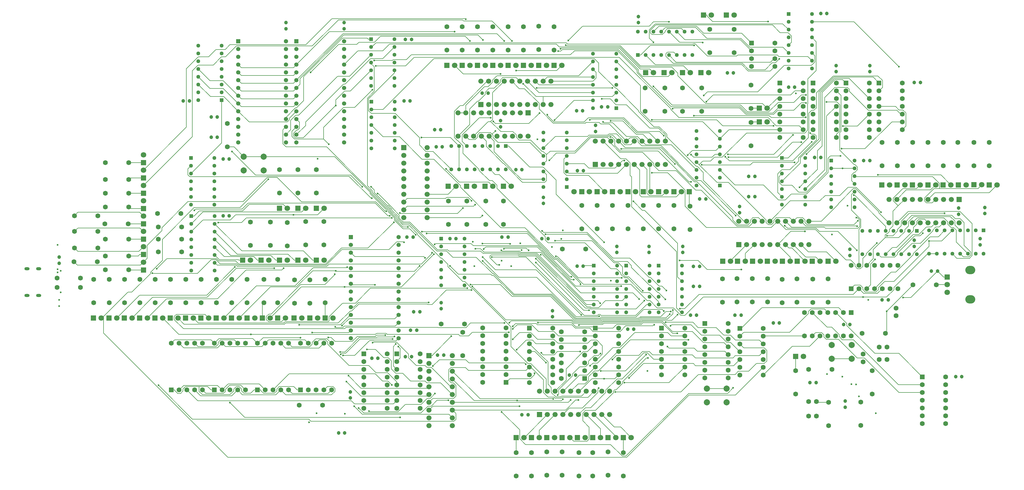
<source format=gbr>
%TF.GenerationSoftware,KiCad,Pcbnew,9.0.6*%
%TF.CreationDate,2025-11-18T15:10:36-06:00*%
%TF.ProjectId,8-Bit-PC,382d4269-742d-4504-932e-6b696361645f,1*%
%TF.SameCoordinates,Original*%
%TF.FileFunction,Copper,L4,Inr*%
%TF.FilePolarity,Positive*%
%FSLAX46Y46*%
G04 Gerber Fmt 4.6, Leading zero omitted, Abs format (unit mm)*
G04 Created by KiCad (PCBNEW 9.0.6) date 2025-11-18 15:10:36*
%MOMM*%
%LPD*%
G01*
G04 APERTURE LIST*
G04 Aperture macros list*
%AMRoundRect*
0 Rectangle with rounded corners*
0 $1 Rounding radius*
0 $2 $3 $4 $5 $6 $7 $8 $9 X,Y pos of 4 corners*
0 Add a 4 corners polygon primitive as box body*
4,1,4,$2,$3,$4,$5,$6,$7,$8,$9,$2,$3,0*
0 Add four circle primitives for the rounded corners*
1,1,$1+$1,$2,$3*
1,1,$1+$1,$4,$5*
1,1,$1+$1,$6,$7*
1,1,$1+$1,$8,$9*
0 Add four rect primitives between the rounded corners*
20,1,$1+$1,$2,$3,$4,$5,0*
20,1,$1+$1,$4,$5,$6,$7,0*
20,1,$1+$1,$6,$7,$8,$9,0*
20,1,$1+$1,$8,$9,$2,$3,0*%
G04 Aperture macros list end*
%TA.AperFunction,ComponentPad*%
%ADD10C,1.600000*%
%TD*%
%TA.AperFunction,ComponentPad*%
%ADD11RoundRect,0.250000X-0.550000X-0.550000X0.550000X-0.550000X0.550000X0.550000X-0.550000X0.550000X0*%
%TD*%
%TA.AperFunction,ComponentPad*%
%ADD12C,1.200000*%
%TD*%
%TA.AperFunction,ComponentPad*%
%ADD13R,1.295400X1.295400*%
%TD*%
%TA.AperFunction,ComponentPad*%
%ADD14C,1.295400*%
%TD*%
%TA.AperFunction,ComponentPad*%
%ADD15R,1.800000X1.800000*%
%TD*%
%TA.AperFunction,ComponentPad*%
%ADD16C,1.800000*%
%TD*%
%TA.AperFunction,ComponentPad*%
%ADD17R,1.378000X1.378000*%
%TD*%
%TA.AperFunction,ComponentPad*%
%ADD18C,1.378000*%
%TD*%
%TA.AperFunction,ComponentPad*%
%ADD19C,2.000000*%
%TD*%
%TA.AperFunction,ComponentPad*%
%ADD20R,1.600000X1.600000*%
%TD*%
%TA.AperFunction,ComponentPad*%
%ADD21RoundRect,0.250000X0.550000X0.550000X-0.550000X0.550000X-0.550000X-0.550000X0.550000X-0.550000X0*%
%TD*%
%TA.AperFunction,ComponentPad*%
%ADD22R,1.676400X1.676400*%
%TD*%
%TA.AperFunction,ComponentPad*%
%ADD23C,1.676400*%
%TD*%
%TA.AperFunction,HeatsinkPad*%
%ADD24O,1.700000X1.000000*%
%TD*%
%TA.AperFunction,ComponentPad*%
%ADD25O,3.240000X2.720000*%
%TD*%
%TA.AperFunction,ComponentPad*%
%ADD26RoundRect,0.250000X0.550000X-0.550000X0.550000X0.550000X-0.550000X0.550000X-0.550000X-0.550000X0*%
%TD*%
%TA.AperFunction,ComponentPad*%
%ADD27RoundRect,0.250000X-0.550000X0.550000X-0.550000X-0.550000X0.550000X-0.550000X0.550000X0.550000X0*%
%TD*%
%TA.AperFunction,ViaPad*%
%ADD28C,0.600000*%
%TD*%
%TA.AperFunction,Conductor*%
%ADD29C,0.200000*%
%TD*%
G04 APERTURE END LIST*
D10*
%TO.N,Net-(D16-K)*%
%TO.C,R14*%
X266917100Y-109792300D03*
%TO.N,GND*%
X266917100Y-117412300D03*
%TD*%
D11*
%TO.N,Net-(U3-Q)*%
%TO.C,U5*%
X253130000Y-125790000D03*
D10*
%TO.N,Net-(U4-Pad4)*%
X253130000Y-128330000D03*
%TO.N,Net-(U52-Zb)*%
X253130000Y-130870000D03*
%TO.N,Net-(U21-D1)*%
X253130000Y-133410000D03*
%TO.N,Net-(U52-Zc)*%
X253130000Y-135950000D03*
%TO.N,Net-(U21-D2)*%
X253130000Y-138490000D03*
%TO.N,GND*%
X253130000Y-141030000D03*
%TO.N,Net-(U4-Pad10)*%
X260750000Y-141030000D03*
%TO.N,HLT*%
X260750000Y-138490000D03*
%TO.N,Net-(U23-D1)*%
X260750000Y-135950000D03*
%TO.N,Net-(U24-Zc)*%
X260750000Y-133410000D03*
%TO.N,~{CLK}*%
X260750000Y-130870000D03*
%TO.N,CLK*%
X260750000Y-128330000D03*
%TO.N,VCC*%
X260750000Y-125790000D03*
%TD*%
D12*
%TO.N,VCC*%
%TO.C,C47*%
X192000000Y-122000000D03*
%TO.N,GND*%
X192000000Y-120000000D03*
%TD*%
%TO.N,VCC*%
%TO.C,C8*%
X333040000Y-86300000D03*
%TO.N,GND*%
X333040000Y-88300000D03*
%TD*%
D10*
%TO.N,GND*%
%TO.C,C3*%
X275567100Y-149662300D03*
%TO.N,Net-(U2-DIS)*%
X278067100Y-149662300D03*
%TD*%
%TO.N,Net-(D025-K)*%
%TO.C,R94*%
X319460000Y-72670000D03*
%TO.N,GND*%
X319460000Y-65050000D03*
%TD*%
D11*
%TO.N,/MAR/PROG*%
%TO.C,U52*%
X205977100Y-125657300D03*
D10*
%TO.N,Net-(U52-I0a)*%
X205977100Y-128197300D03*
%TO.N,BUS_7*%
X205977100Y-130737300D03*
%TO.N,Net-(U52-Za)*%
X205977100Y-133277300D03*
%TO.N,Net-(U52-I0b)*%
X205977100Y-135817300D03*
%TO.N,BUS_6*%
X205977100Y-138357300D03*
%TO.N,Net-(U52-Zb)*%
X205977100Y-140897300D03*
%TO.N,GND*%
X205977100Y-143437300D03*
%TO.N,Net-(U52-Zd)*%
X213597100Y-143437300D03*
%TO.N,BUS_4*%
X213597100Y-140897300D03*
%TO.N,Net-(U52-I0d)*%
X213597100Y-138357300D03*
%TO.N,Net-(U52-Zc)*%
X213597100Y-135817300D03*
%TO.N,BUS_5*%
X213597100Y-133277300D03*
%TO.N,Net-(U52-I0c)*%
X213597100Y-130737300D03*
%TO.N,GND*%
X213597100Y-128197300D03*
%TO.N,VCC*%
X213597100Y-125657300D03*
%TD*%
%TO.N,Net-(D112-K)*%
%TO.C,R83*%
X157500000Y-34920000D03*
%TO.N,GND*%
X157500000Y-27300000D03*
%TD*%
%TO.N,Net-(D116-K)*%
%TO.C,R87*%
X177500000Y-34920000D03*
%TO.N,GND*%
X177500000Y-27300000D03*
%TD*%
D13*
%TO.N,GND*%
%TO.C,U8*%
X310870000Y-93930000D03*
D14*
X308330000Y-93930000D03*
%TO.N,/ALU/B_7*%
X305790000Y-93930000D03*
%TO.N,/ALU/B_6*%
X303250000Y-93930000D03*
%TO.N,/ALU/B_5*%
X300710000Y-93930000D03*
%TO.N,/ALU/B_4*%
X298170000Y-93930000D03*
%TO.N,CLK*%
X295630000Y-93930000D03*
%TO.N,GND*%
X293090000Y-93930000D03*
%TO.N,~{BI}*%
X293090000Y-101550000D03*
X295630000Y-101550000D03*
%TO.N,BUS_4*%
X298170000Y-101550000D03*
%TO.N,BUS_5*%
X300710000Y-101550000D03*
%TO.N,BUS_6*%
X303250000Y-101550000D03*
%TO.N,BUS_7*%
X305790000Y-101550000D03*
%TO.N,CLR*%
X308330000Y-101550000D03*
%TO.N,VCC*%
X310870000Y-101550000D03*
%TD*%
D11*
%TO.N,Net-(U51-Zc)*%
%TO.C,U20*%
X227527100Y-125667300D03*
D10*
%TO.N,Net-(U21-\u002AWE)*%
X227527100Y-128207300D03*
%TO.N,Net-(U24-Zb)*%
X227527100Y-130747300D03*
%TO.N,Net-(U23-D3)*%
X227527100Y-133287300D03*
%TO.N,Net-(U24-Za)*%
X227527100Y-135827300D03*
%TO.N,Net-(U23-D2)*%
X227527100Y-138367300D03*
%TO.N,GND*%
X227527100Y-140907300D03*
%TO.N,Net-(U21-D3)*%
X235147100Y-140907300D03*
%TO.N,Net-(U52-Zd)*%
X235147100Y-138367300D03*
%TO.N,N/C*%
X235147100Y-135827300D03*
X235147100Y-133287300D03*
%TO.N,Net-(U23-D0)*%
X235147100Y-130747300D03*
%TO.N,Net-(U24-Zd)*%
X235147100Y-128207300D03*
%TO.N,VCC*%
X235147100Y-125667300D03*
%TD*%
D13*
%TO.N,Net-(U41-~{MR})*%
%TO.C,U41*%
X84032100Y-51252300D03*
D14*
%TO.N,~{CLK}*%
X84032100Y-48712300D03*
%TO.N,unconnected-(U41-D0-Pad3)*%
X84032100Y-46172300D03*
%TO.N,unconnected-(U41-D1-Pad4)*%
X84032100Y-43632300D03*
%TO.N,unconnected-(U41-D2-Pad5)*%
X84032100Y-41092300D03*
%TO.N,unconnected-(U41-D3-Pad6)*%
X84032100Y-38552300D03*
%TO.N,VCC*%
X84032100Y-36012300D03*
%TO.N,GND*%
X84032100Y-33472300D03*
%TO.N,VCC*%
X76412100Y-33472300D03*
X76412100Y-36012300D03*
%TO.N,unconnected-(U41-Q3-Pad11)*%
X76412100Y-38552300D03*
%TO.N,Net-(D61-A)*%
X76412100Y-41092300D03*
%TO.N,Net-(D60-A)*%
X76412100Y-43632300D03*
%TO.N,Net-(D59-A)*%
X76412100Y-46172300D03*
%TO.N,unconnected-(U41-TC-Pad15)*%
X76412100Y-48712300D03*
%TO.N,VCC*%
X76412100Y-51252300D03*
%TD*%
D12*
%TO.N,VCC*%
%TO.C,C11*%
X249000000Y-42420000D03*
%TO.N,GND*%
X251000000Y-42420000D03*
%TD*%
%TO.N,VCC*%
%TO.C,C39*%
X234500000Y-101000000D03*
%TO.N,GND*%
X234500000Y-99000000D03*
%TD*%
D15*
%TO.N,Net-(D31-K)*%
%TO.C,D31*%
X205080000Y-161420000D03*
D16*
%TO.N,Net-(D31-A)*%
X207620000Y-161420000D03*
%TD*%
D15*
%TO.N,Net-(D116-K)*%
%TO.C,D116*%
X177460000Y-39920000D03*
D16*
%TO.N,Net-(D116-A)*%
X180000000Y-39920000D03*
%TD*%
D10*
%TO.N,Net-(C14-Pad2)*%
%TO.C,R32*%
X202817100Y-99912300D03*
%TO.N,GND*%
X195197100Y-99912300D03*
%TD*%
D11*
%TO.N,Net-(U4-Pad3)*%
%TO.C,U6*%
X312620000Y-141580000D03*
D10*
%TO.N,Net-(U4-Pad6)*%
X312620000Y-144120000D03*
%TO.N,Net-(U4-Pad9)*%
X312620000Y-146660000D03*
%TO.N,unconnected-(U6-Pad4)*%
X312620000Y-149200000D03*
%TO.N,unconnected-(U6-Pad5)*%
X312620000Y-151740000D03*
%TO.N,unconnected-(U6-Pad6)*%
X312620000Y-154280000D03*
%TO.N,GND*%
X312620000Y-156820000D03*
%TO.N,unconnected-(U6-Pad8)*%
X320240000Y-156820000D03*
%TO.N,unconnected-(U6-Pad9)*%
X320240000Y-154280000D03*
%TO.N,unconnected-(U6-Pad10)*%
X320240000Y-151740000D03*
%TO.N,unconnected-(U6-Pad11)*%
X320240000Y-149200000D03*
%TO.N,unconnected-(U6-Pad12)*%
X320240000Y-146660000D03*
%TO.N,unconnected-(U6-Pad13)*%
X320240000Y-144120000D03*
%TO.N,VCC*%
X320240000Y-141580000D03*
%TD*%
D15*
%TO.N,Net-(D57-K)*%
%TO.C,D57*%
X108902100Y-103552300D03*
D16*
%TO.N,Net-(D57-A)*%
X111442100Y-103552300D03*
%TD*%
D15*
%TO.N,Net-(D53-K)*%
%TO.C,D53*%
X117787100Y-122412300D03*
D16*
%TO.N,Net-(D53-A)*%
X120327100Y-122412300D03*
%TD*%
D10*
%TO.N,Net-(D17-K)*%
%TO.C,R15*%
X271717100Y-109602300D03*
%TO.N,GND*%
X271717100Y-117222300D03*
%TD*%
%TO.N,Net-(D15-K)*%
%TO.C,R13*%
X262167100Y-109542300D03*
%TO.N,GND*%
X262167100Y-117162300D03*
%TD*%
D15*
%TO.N,Net-(D112-K)*%
%TO.C,D112*%
X157500000Y-39920000D03*
D16*
%TO.N,IR_7*%
X160040000Y-39920000D03*
%TD*%
D10*
%TO.N,GND*%
%TO.C,R16*%
X276917100Y-117352300D03*
%TO.N,Net-(D18-K)*%
X276917100Y-109732300D03*
%TD*%
D15*
%TO.N,Net-(D14-K)*%
%TO.C,D14*%
X259460000Y-53920000D03*
D16*
%TO.N,CF*%
X262000000Y-53920000D03*
%TD*%
D12*
%TO.N,GND*%
%TO.C,C25*%
X287500000Y-151500000D03*
%TO.N,VCC*%
X287500000Y-149500000D03*
%TD*%
D10*
%TO.N,VCC*%
%TO.C,R3*%
X275507100Y-139162300D03*
%TO.N,Net-(U2-TR)*%
X283127100Y-139162300D03*
%TD*%
%TO.N,Net-(D62-K)*%
%TO.C,R65*%
X53667700Y-106657100D03*
%TO.N,GND*%
X46047700Y-106657100D03*
%TD*%
%TO.N,Net-(D20-K)*%
%TO.C,R20*%
X222197100Y-47272300D03*
%TO.N,GND*%
X222197100Y-54892300D03*
%TD*%
D15*
%TO.N,Net-(D69-K)*%
%TO.C,D69*%
X58500000Y-71650000D03*
D16*
%TO.N,BUS_7*%
X58500000Y-69110000D03*
%TD*%
D15*
%TO.N,Net-(D13-K)*%
%TO.C,D13*%
X257242100Y-103852300D03*
D16*
%TO.N,Net-(D13-A)*%
X259782100Y-103852300D03*
%TD*%
D10*
%TO.N,BUS_1*%
%TO.C,R79*%
X36000000Y-99500000D03*
%TO.N,GND*%
X43620000Y-99500000D03*
%TD*%
%TO.N,Net-(D028-K)*%
%TO.C,R97*%
X304460000Y-72670000D03*
%TO.N,GND*%
X304460000Y-65050000D03*
%TD*%
D17*
%TO.N,N/C*%
%TO.C,U43*%
X89442550Y-32020000D03*
D18*
%TO.N,GND*%
X89442550Y-34560000D03*
X89442550Y-37100000D03*
%TO.N,IR_7*%
X89442550Y-39640000D03*
%TO.N,IR_6*%
X89442550Y-42180000D03*
%TO.N,IR_5*%
X89442550Y-44720000D03*
%TO.N,IR_4*%
X89442550Y-47260000D03*
%TO.N,Net-(D61-A)*%
X89442550Y-49800000D03*
%TO.N,Net-(D60-A)*%
X89442550Y-52340000D03*
%TO.N,Net-(D59-A)*%
X89442550Y-54880000D03*
%TO.N,Net-(D45-A)*%
X89442550Y-57420000D03*
%TO.N,Net-(D44-A)*%
X89442550Y-59960000D03*
%TO.N,Net-(D43-A)*%
X89442550Y-62500000D03*
%TO.N,GND*%
X89442550Y-65040000D03*
%TO.N,Net-(D42-A)*%
X105000050Y-65040000D03*
%TO.N,Net-(D41-A)*%
X105000050Y-62500000D03*
%TO.N,RI*%
X105000050Y-59960000D03*
%TO.N,Net-(D39-A)*%
X105000050Y-57420000D03*
%TO.N,HLT*%
X105000050Y-54880000D03*
%TO.N,GND*%
X105000050Y-52340000D03*
X105000050Y-49800000D03*
X105000050Y-47260000D03*
X105000050Y-44720000D03*
%TO.N,ZF*%
X105000050Y-42180000D03*
%TO.N,CF*%
X105000050Y-39640000D03*
%TO.N,N/C*%
X105000050Y-37100000D03*
%TO.N,VCC*%
X105000050Y-34560000D03*
X105000050Y-32020000D03*
%TD*%
D12*
%TO.N,VCC*%
%TO.C,C24*%
X278000000Y-143500000D03*
%TO.N,GND*%
X276000000Y-143500000D03*
%TD*%
%TO.N,VCC*%
%TO.C,C30*%
X253000000Y-88000000D03*
%TO.N,GND*%
X253000000Y-86000000D03*
%TD*%
D15*
%TO.N,Net-(D17-K)*%
%TO.C,D17*%
X271842100Y-103852300D03*
D16*
%TO.N,Net-(D17-A)*%
X274382100Y-103852300D03*
%TD*%
D15*
%TO.N,Net-(D59-K)*%
%TO.C,D59*%
X102902100Y-86552300D03*
D16*
%TO.N,Net-(D59-A)*%
X105442100Y-86552300D03*
%TD*%
D12*
%TO.N,VCC*%
%TO.C,C68*%
X124000000Y-28000000D03*
%TO.N,GND*%
X124000000Y-26000000D03*
%TD*%
D15*
%TO.N,Net-(D115-K)*%
%TO.C,D115*%
X172460000Y-39920000D03*
D16*
%TO.N,IR_4*%
X175000000Y-39920000D03*
%TD*%
D19*
%TO.N,GND*%
%TO.C,SW6*%
X248817100Y-149927300D03*
X242317100Y-149927300D03*
%TO.N,Net-(U51-I0c)*%
X248817100Y-145427300D03*
X242317100Y-145427300D03*
%TD*%
D15*
%TO.N,Net-(D30-K)*%
%TO.C,D30*%
X200120000Y-161420000D03*
D16*
%TO.N,Net-(D30-A)*%
X202660000Y-161420000D03*
%TD*%
D11*
%TO.N,Net-(U31-Q)*%
%TO.C,U32*%
X130383900Y-134069100D03*
D10*
%TO.N,VCC*%
X130383900Y-136609100D03*
X130383900Y-139149100D03*
X130383900Y-141689100D03*
X130383900Y-144229100D03*
%TO.N,Net-(U32A-~{Q})*%
X130383900Y-146769100D03*
%TO.N,VCC*%
X130383900Y-149309100D03*
X130383900Y-151849100D03*
X138003900Y-151849100D03*
%TO.N,Net-(U32B-~{Q})*%
X138003900Y-149309100D03*
%TO.N,unconnected-(U32B-Q-Pad11)*%
X138003900Y-146769100D03*
%TO.N,VCC*%
X138003900Y-144229100D03*
%TO.N,GND*%
X138003900Y-141689100D03*
%TO.N,Net-(U32A-~{Q})*%
X138003900Y-139149100D03*
%TO.N,unconnected-(U32A-Q-Pad15)*%
X138003900Y-136609100D03*
%TO.N,VCC*%
X138003900Y-134069100D03*
%TD*%
D15*
%TO.N,Net-(D50-K)*%
%TO.C,D50*%
X102277100Y-122412300D03*
D16*
%TO.N,CE*%
X104817100Y-122412300D03*
%TD*%
D20*
%TO.N,Net-(U34-E)*%
%TO.C,U35*%
X81636400Y-145879100D03*
D10*
%TO.N,Net-(U34-D)*%
X84176400Y-145879100D03*
%TO.N,Net-(U33A-O0)*%
X86716400Y-145879100D03*
%TO.N,Net-(U34-C)*%
X89256400Y-145879100D03*
%TO.N,Net-(U34-DP)*%
X91796400Y-145879100D03*
%TO.N,Net-(U34-B)*%
X91796400Y-130639100D03*
%TO.N,Net-(U34-A)*%
X89256400Y-130639100D03*
%TO.N,Net-(U33A-O0)*%
X86716400Y-130639100D03*
%TO.N,Net-(U34-F)*%
X84176400Y-130639100D03*
%TO.N,Net-(U34-G)*%
X81636400Y-130639100D03*
%TD*%
D15*
%TO.N,Net-(D11-K)*%
%TO.C,D11*%
X247477100Y-103852300D03*
D16*
%TO.N,Net-(D11-A)*%
X250017100Y-103852300D03*
%TD*%
D15*
%TO.N,Net-(D25-K)*%
%TO.C,D25*%
X248710000Y-23500000D03*
D16*
%TO.N,Net-(D25-A)*%
X251250000Y-23500000D03*
%TD*%
D10*
%TO.N,Net-(D57-A)*%
%TO.C,R57*%
X111412100Y-98552300D03*
%TO.N,VCC*%
X111412100Y-90932300D03*
%TD*%
D11*
%TO.N,GND*%
%TO.C,U33*%
X141163900Y-134069100D03*
D10*
%TO.N,Net-(U32A-~{Q})*%
X141163900Y-136609100D03*
%TO.N,Net-(U32B-~{Q})*%
X141163900Y-139149100D03*
%TO.N,Net-(U33A-O0)*%
X141163900Y-141689100D03*
%TO.N,Net-(U33A-O1)*%
X141163900Y-144229100D03*
%TO.N,Net-(U33A-O2)*%
X141163900Y-146769100D03*
%TO.N,Net-(U33A-O3)*%
X141163900Y-149309100D03*
%TO.N,GND*%
X141163900Y-151849100D03*
%TO.N,N/C*%
X148783900Y-151849100D03*
X148783900Y-149309100D03*
X148783900Y-146769100D03*
X148783900Y-144229100D03*
X148783900Y-141689100D03*
X148783900Y-139149100D03*
X148783900Y-136609100D03*
%TO.N,VCC*%
X148783900Y-134069100D03*
%TD*%
D15*
%TO.N,Net-(D38-K)*%
%TO.C,D38*%
X42227100Y-122412300D03*
D16*
%TO.N,HLT*%
X44767100Y-122412300D03*
%TD*%
D10*
%TO.N,Net-(D69-K)*%
%TO.C,R72*%
X53667700Y-71657100D03*
%TO.N,GND*%
X46047700Y-71657100D03*
%TD*%
D12*
%TO.N,VCC*%
%TO.C,C18*%
X148666400Y-120379100D03*
%TO.N,GND*%
X146666400Y-120379100D03*
%TD*%
D15*
%TO.N,Net-(D42-K)*%
%TO.C,D42*%
X62227100Y-122412300D03*
D16*
%TO.N,Net-(D42-A)*%
X64767100Y-122412300D03*
%TD*%
D15*
%TO.N,Net-(D8-K)*%
%TO.C,D8*%
X231587100Y-81162300D03*
D16*
%TO.N,/ALU/A_1*%
X229047100Y-81162300D03*
%TD*%
D10*
%TO.N,Net-(D50-K)*%
%TO.C,R52*%
X102317100Y-117412300D03*
%TO.N,GND*%
X102317100Y-109792300D03*
%TD*%
%TO.N,Net-(D118-K)*%
%TO.C,R89*%
X187500000Y-34790000D03*
%TO.N,GND*%
X187500000Y-27170000D03*
%TD*%
%TO.N,Net-(D33-K)*%
%TO.C,R31*%
X215120000Y-166300000D03*
%TO.N,GND*%
X215120000Y-173920000D03*
%TD*%
%TO.N,VCC*%
%TO.C,R5*%
X292567100Y-157472300D03*
%TO.N,Net-(SW2-A)*%
X292567100Y-149852300D03*
%TD*%
D12*
%TO.N,GND*%
%TO.C,C38*%
X189000000Y-85000000D03*
%TO.N,VCC*%
X189000000Y-83000000D03*
%TD*%
D15*
%TO.N,Net-(D022-K)*%
%TO.C,D022*%
X334460000Y-78920000D03*
D16*
%TO.N,/ALU/B_7*%
X337000000Y-78920000D03*
%TD*%
D10*
%TO.N,Net-(D119-K)*%
%TO.C,R90*%
X192500000Y-34920000D03*
%TO.N,GND*%
X192500000Y-27300000D03*
%TD*%
D12*
%TO.N,VCC*%
%TO.C,C10*%
X255993900Y-82749100D03*
%TO.N,GND*%
X257993900Y-82749100D03*
%TD*%
%TO.N,Net-(U1-THR)*%
%TO.C,C7*%
X317605000Y-107040000D03*
%TO.N,GND*%
X315605000Y-107040000D03*
%TD*%
D15*
%TO.N,Net-(D54-K)*%
%TO.C,D54*%
X90872100Y-103552300D03*
D16*
%TO.N,Net-(D54-A)*%
X93412100Y-103552300D03*
%TD*%
D10*
%TO.N,BUS_0*%
%TO.C,R80*%
X35880000Y-104000000D03*
%TO.N,GND*%
X43500000Y-104000000D03*
%TD*%
%TO.N,BUS_6*%
%TO.C,R74*%
X63325000Y-92640000D03*
%TO.N,GND*%
X70945000Y-92640000D03*
%TD*%
D12*
%TO.N,GND*%
%TO.C,C33*%
X325500000Y-141500000D03*
%TO.N,VCC*%
X323500000Y-141500000D03*
%TD*%
D15*
%TO.N,Net-(D44-K)*%
%TO.C,D44*%
X72277100Y-122412300D03*
D16*
%TO.N,Net-(D44-A)*%
X74817100Y-122412300D03*
%TD*%
D15*
%TO.N,Net-(D48-K)*%
%TO.C,D48*%
X92277100Y-122412300D03*
D16*
%TO.N,Net-(D48-A)*%
X94817100Y-122412300D03*
%TD*%
D21*
%TO.N,Net-(U24-I0d)*%
%TO.C,SW5*%
X176817100Y-143412300D03*
D10*
%TO.N,Net-(U24-I0c)*%
X176817100Y-140872300D03*
%TO.N,GND*%
X176817100Y-138332300D03*
X176817100Y-135792300D03*
%TO.N,Net-(U52-I0d)*%
X176817100Y-133252300D03*
%TO.N,Net-(U52-I0c)*%
X176817100Y-130712300D03*
%TO.N,GND*%
X176817100Y-128172300D03*
X176817100Y-125632300D03*
%TO.N,Net-(U52-I0a)*%
X169197100Y-125632300D03*
%TO.N,Net-(U52-I0b)*%
X169197100Y-128172300D03*
%TO.N,GND*%
X169197100Y-130712300D03*
X169197100Y-133252300D03*
%TO.N,Net-(U24-I0a)*%
X169197100Y-135792300D03*
%TO.N,Net-(U24-I0b)*%
X169197100Y-138332300D03*
%TO.N,GND*%
X169197100Y-140872300D03*
X169197100Y-143412300D03*
%TD*%
D22*
%TO.N,GND*%
%TO.C,U29*%
X143430000Y-66740000D03*
D23*
%TO.N,unconnected-(U29-A0-Pad2)*%
X143430000Y-69280000D03*
%TO.N,unconnected-(U29-A1-Pad3)*%
X143430000Y-71820000D03*
%TO.N,unconnected-(U29-A2-Pad4)*%
X143430000Y-74360000D03*
%TO.N,unconnected-(U29-A3-Pad5)*%
X143430000Y-76900000D03*
%TO.N,BUS_3*%
X143430000Y-79440000D03*
%TO.N,BUS_2*%
X143430000Y-81980000D03*
%TO.N,BUS_1*%
X143430000Y-84520000D03*
%TO.N,BUS_0*%
X143430000Y-87060000D03*
%TO.N,GND*%
X143430000Y-89600000D03*
%TO.N,Net-(D37-A)*%
X151050000Y-89600000D03*
%TO.N,Net-(D36-A)*%
X151050000Y-87060000D03*
%TO.N,Net-(D35-A)*%
X151050000Y-84520000D03*
%TO.N,Net-(D34-A)*%
X151050000Y-81980000D03*
%TO.N,unconnected-(U29-B3-Pad15)*%
X151050000Y-79440000D03*
%TO.N,unconnected-(U29-B2-Pad16)*%
X151050000Y-76900000D03*
%TO.N,unconnected-(U29-B1-Pad17)*%
X151050000Y-74360000D03*
%TO.N,unconnected-(U29-B0-Pad18)*%
X151050000Y-71820000D03*
%TO.N,~{CO}*%
X151050000Y-69280000D03*
%TO.N,VCC*%
X151050000Y-66740000D03*
%TD*%
D10*
%TO.N,Net-(SW7-A)*%
%TO.C,R39*%
X109356400Y-150879100D03*
%TO.N,GND*%
X116976400Y-150879100D03*
%TD*%
D12*
%TO.N,VCC*%
%TO.C,C65*%
X144000000Y-31500000D03*
%TO.N,GND*%
X146000000Y-31500000D03*
%TD*%
D15*
%TO.N,Net-(D10-K)*%
%TO.C,D10*%
X259460000Y-58420000D03*
D16*
%TO.N,ZF*%
X262000000Y-58420000D03*
%TD*%
D15*
%TO.N,Net-(D028-K)*%
%TO.C,D028*%
X304440000Y-78920000D03*
D16*
%TO.N,/ALU/B_1*%
X306980000Y-78920000D03*
%TD*%
D10*
%TO.N,Net-(D42-K)*%
%TO.C,R44*%
X62317100Y-117412300D03*
%TO.N,GND*%
X62317100Y-109792300D03*
%TD*%
D15*
%TO.N,Net-(D20-K)*%
%TO.C,D20*%
X222397100Y-42332300D03*
D16*
%TO.N,/MAR/A3*%
X224937100Y-42332300D03*
%TD*%
D21*
%TO.N,Net-(U52-Za)*%
%TO.C,U22*%
X202437100Y-142152300D03*
D10*
%TO.N,Net-(U21-D0)*%
X202437100Y-139612300D03*
%TO.N,unconnected-(U22-Pad3)*%
X202437100Y-137072300D03*
%TO.N,unconnected-(U22-Pad4)*%
X202437100Y-134532300D03*
%TO.N,unconnected-(U22-Pad5)*%
X202437100Y-131992300D03*
%TO.N,unconnected-(U22-Pad6)*%
X202437100Y-129452300D03*
%TO.N,GND*%
X202437100Y-126912300D03*
%TO.N,unconnected-(U22-Pad8)*%
X194817100Y-126912300D03*
%TO.N,unconnected-(U22-Pad9)*%
X194817100Y-129452300D03*
%TO.N,unconnected-(U22-Pad10)*%
X194817100Y-131992300D03*
%TO.N,unconnected-(U22-Pad11)*%
X194817100Y-134532300D03*
%TO.N,unconnected-(U22-Pad12)*%
X194817100Y-137072300D03*
%TO.N,unconnected-(U22-Pad13)*%
X194817100Y-139612300D03*
%TO.N,VCC*%
X194817100Y-142152300D03*
%TD*%
%TO.N,Net-(D66-K)*%
%TO.C,R69*%
X53667700Y-86157100D03*
%TO.N,GND*%
X46047700Y-86157100D03*
%TD*%
%TO.N,Net-(D26-K)*%
%TO.C,R24*%
X180120000Y-166300000D03*
%TO.N,GND*%
X180120000Y-173920000D03*
%TD*%
%TO.N,VCC*%
%TO.C,R6*%
X296317100Y-147222300D03*
%TO.N,Net-(SW2-C)*%
X296317100Y-139602300D03*
%TD*%
D15*
%TO.N,Net-(D025-K)*%
%TO.C,D025*%
X319420000Y-78920000D03*
D16*
%TO.N,/ALU/B_4*%
X321960000Y-78920000D03*
%TD*%
D20*
%TO.N,Net-(U34-E)*%
%TO.C,U37*%
X109736400Y-145879100D03*
D10*
%TO.N,Net-(U34-D)*%
X112276400Y-145879100D03*
%TO.N,Net-(U33A-O1)*%
X114816400Y-145879100D03*
%TO.N,Net-(U34-C)*%
X117356400Y-145879100D03*
%TO.N,Net-(U34-DP)*%
X119896400Y-145879100D03*
%TO.N,Net-(U34-B)*%
X119896400Y-130639100D03*
%TO.N,Net-(U34-A)*%
X117356400Y-130639100D03*
%TO.N,Net-(U33A-O1)*%
X114816400Y-130639100D03*
%TO.N,Net-(U34-F)*%
X112276400Y-130639100D03*
%TO.N,Net-(U34-G)*%
X109736400Y-130639100D03*
%TD*%
D15*
%TO.N,Net-(D68-K)*%
%TO.C,D68*%
X58500000Y-76650000D03*
D16*
%TO.N,BUS_6*%
X58500000Y-74110000D03*
%TD*%
D10*
%TO.N,Net-(D19-K)*%
%TO.C,R17*%
X281917100Y-109602300D03*
%TO.N,GND*%
X281917100Y-117222300D03*
%TD*%
%TO.N,Net-(D68-K)*%
%TO.C,R71*%
X53667700Y-77157100D03*
%TO.N,GND*%
X46047700Y-77157100D03*
%TD*%
%TO.N,VCC*%
%TO.C,R19*%
X251250000Y-35750000D03*
%TO.N,Net-(D25-A)*%
X251250000Y-28130000D03*
%TD*%
D12*
%TO.N,Net-(U31-CV)*%
%TO.C,C17*%
X124166400Y-159879100D03*
%TO.N,GND*%
X122166400Y-159879100D03*
%TD*%
D15*
%TO.N,Net-(D114-K)*%
%TO.C,D114*%
X167480000Y-39920000D03*
D16*
%TO.N,IR_5*%
X170020000Y-39920000D03*
%TD*%
D12*
%TO.N,VCC*%
%TO.C,C13*%
X237977100Y-112097300D03*
%TO.N,GND*%
X239977100Y-112097300D03*
%TD*%
D10*
%TO.N,VCC*%
%TO.C,R37*%
X162666400Y-134689100D03*
%TO.N,Net-(U31-DIS)*%
X162666400Y-127069100D03*
%TD*%
%TO.N,GND*%
%TO.C,R33*%
X157990000Y-91790000D03*
%TO.N,Net-(D34-K)*%
X157990000Y-84170000D03*
%TD*%
%TO.N,Net-(D60-K)*%
%TO.C,R62*%
X108912100Y-81552300D03*
%TO.N,GND*%
X108912100Y-73932300D03*
%TD*%
D15*
%TO.N,Net-(D61-K)*%
%TO.C,D61*%
X114922100Y-86552300D03*
D16*
%TO.N,Net-(D61-A)*%
X117462100Y-86552300D03*
%TD*%
D15*
%TO.N,Net-(D21-K)*%
%TO.C,D21*%
X228407100Y-42332300D03*
D16*
%TO.N,/MAR/A2*%
X230947100Y-42332300D03*
%TD*%
D11*
%TO.N,Net-(D13-A)*%
%TO.C,U13*%
X276940000Y-45670000D03*
D10*
%TO.N,Net-(U13-B2)*%
X276940000Y-48210000D03*
%TO.N,/ALU/A_5*%
X276940000Y-50750000D03*
%TO.N,Net-(D15-A)*%
X276940000Y-53290000D03*
%TO.N,/ALU/A_4*%
X276940000Y-55830000D03*
%TO.N,Net-(U13-B1)*%
X276940000Y-58370000D03*
%TO.N,Net-(U13-C0)*%
X276940000Y-60910000D03*
%TO.N,GND*%
X276940000Y-63450000D03*
%TO.N,Net-(U12-D0)*%
X284560000Y-63450000D03*
%TO.N,Net-(D11-A)*%
X284560000Y-60910000D03*
%TO.N,Net-(U13-B4)*%
X284560000Y-58370000D03*
%TO.N,/ALU/A_7*%
X284560000Y-55830000D03*
%TO.N,Net-(D12-A)*%
X284560000Y-53290000D03*
%TO.N,/ALU/A_6*%
X284560000Y-50750000D03*
%TO.N,Net-(U13-B3)*%
X284560000Y-48210000D03*
%TO.N,VCC*%
X284560000Y-45670000D03*
%TD*%
%TO.N,Net-(D022-K)*%
%TO.C,R91*%
X334460000Y-72670000D03*
%TO.N,GND*%
X334460000Y-65050000D03*
%TD*%
%TO.N,Net-(D45-K)*%
%TO.C,R47*%
X77317100Y-117412300D03*
%TO.N,GND*%
X77317100Y-109792300D03*
%TD*%
%TO.N,Net-(J1-CC2)*%
%TO.C,R81*%
X30380000Y-112420000D03*
%TO.N,GND*%
X38000000Y-112420000D03*
%TD*%
D15*
%TO.N,Net-(D027-K)*%
%TO.C,D027*%
X309440000Y-78920000D03*
D16*
%TO.N,/ALU/B_2*%
X311980000Y-78920000D03*
%TD*%
D10*
%TO.N,Net-(D54-A)*%
%TO.C,R60*%
X93412100Y-98672300D03*
%TO.N,VCC*%
X93412100Y-91052300D03*
%TD*%
D11*
%TO.N,/MAR/PROG*%
%TO.C,U24*%
X184417100Y-125657300D03*
D10*
%TO.N,Net-(U24-I0a)*%
X184417100Y-128197300D03*
%TO.N,BUS_3*%
X184417100Y-130737300D03*
%TO.N,Net-(U24-Za)*%
X184417100Y-133277300D03*
%TO.N,Net-(U24-I0b)*%
X184417100Y-135817300D03*
%TO.N,BUS_2*%
X184417100Y-138357300D03*
%TO.N,Net-(U24-Zb)*%
X184417100Y-140897300D03*
%TO.N,GND*%
X184417100Y-143437300D03*
%TO.N,Net-(U24-Zd)*%
X192037100Y-143437300D03*
%TO.N,BUS_0*%
X192037100Y-140897300D03*
%TO.N,Net-(U24-I0d)*%
X192037100Y-138357300D03*
%TO.N,Net-(U24-Zc)*%
X192037100Y-135817300D03*
%TO.N,BUS_1*%
X192037100Y-133277300D03*
%TO.N,Net-(U24-I0c)*%
X192037100Y-130737300D03*
%TO.N,GND*%
X192037100Y-128197300D03*
%TO.N,VCC*%
X192037100Y-125657300D03*
%TD*%
D15*
%TO.N,Net-(D27-K)*%
%TO.C,D27*%
X185130000Y-161420000D03*
D16*
%TO.N,Net-(D27-A)*%
X187670000Y-161420000D03*
%TD*%
D10*
%TO.N,VCC*%
%TO.C,R1*%
X293007100Y-127412300D03*
%TO.N,Net-(U1-DIS)*%
X300627100Y-127412300D03*
%TD*%
%TO.N,VCC*%
%TO.C,R4*%
X282067100Y-157532300D03*
%TO.N,Net-(U2-DIS)*%
X282067100Y-149912300D03*
%TD*%
D15*
%TO.N,Net-(D29-K)*%
%TO.C,D29*%
X195120000Y-161420000D03*
D16*
%TO.N,Net-(D29-A)*%
X197660000Y-161420000D03*
%TD*%
D10*
%TO.N,Net-(D67-K)*%
%TO.C,R70*%
X53667700Y-81657100D03*
%TO.N,GND*%
X46047700Y-81657100D03*
%TD*%
D15*
%TO.N,Net-(D22-K)*%
%TO.C,D22*%
X234417100Y-42332300D03*
D16*
%TO.N,/MAR/A1*%
X236957100Y-42332300D03*
%TD*%
D10*
%TO.N,GND*%
%TO.C,R35*%
X170240000Y-91790000D03*
%TO.N,Net-(D36-K)*%
X170240000Y-84170000D03*
%TD*%
D15*
%TO.N,Net-(D56-K)*%
%TO.C,D56*%
X102892100Y-103552300D03*
D16*
%TO.N,Net-(D56-A)*%
X105432100Y-103552300D03*
%TD*%
D13*
%TO.N,~{CLR}*%
%TO.C,U30*%
X176740000Y-66300000D03*
D14*
%TO.N,CLK*%
X174200000Y-66300000D03*
%TO.N,BUS_0*%
X171660000Y-66300000D03*
%TO.N,BUS_1*%
X169120000Y-66300000D03*
%TO.N,BUS_2*%
X166580000Y-66300000D03*
%TO.N,BUS_3*%
X164040000Y-66300000D03*
%TO.N,CE*%
X161500000Y-66300000D03*
%TO.N,GND*%
X158960000Y-66300000D03*
%TO.N,~{J}*%
X158960000Y-73920000D03*
%TO.N,CE*%
X161500000Y-73920000D03*
%TO.N,Net-(D34-A)*%
X164040000Y-73920000D03*
%TO.N,Net-(D35-A)*%
X166580000Y-73920000D03*
%TO.N,Net-(D36-A)*%
X169120000Y-73920000D03*
%TO.N,Net-(D37-A)*%
X171660000Y-73920000D03*
%TO.N,unconnected-(U30-TC-Pad15)*%
X174200000Y-73920000D03*
%TO.N,VCC*%
X176740000Y-73920000D03*
%TD*%
D15*
%TO.N,Net-(D41-K)*%
%TO.C,D41*%
X57227100Y-122412300D03*
D16*
%TO.N,Net-(D41-A)*%
X59767100Y-122412300D03*
%TD*%
D12*
%TO.N,VCC*%
%TO.C,C29*%
X310000000Y-45500000D03*
%TO.N,GND*%
X312000000Y-45500000D03*
%TD*%
D15*
%TO.N,Net-(D46-K)*%
%TO.C,D46*%
X82277100Y-122412300D03*
D16*
%TO.N,Net-(D46-A)*%
X84817100Y-122412300D03*
%TD*%
D10*
%TO.N,GND*%
%TO.C,R36*%
X175990000Y-91790000D03*
%TO.N,Net-(D37-K)*%
X175990000Y-84170000D03*
%TD*%
%TO.N,Net-(D53-K)*%
%TO.C,R55*%
X117817100Y-117412300D03*
%TO.N,GND*%
X117817100Y-109792300D03*
%TD*%
D13*
%TO.N,GND*%
%TO.C,U19*%
X269000000Y-23180000D03*
D14*
X269000000Y-25720000D03*
%TO.N,Net-(U18-I1a)*%
X269000000Y-28260000D03*
%TO.N,Net-(U18-I1b)*%
X269000000Y-30800000D03*
%TO.N,Net-(U18-I1c)*%
X269000000Y-33340000D03*
%TO.N,Net-(U18-I1d)*%
X269000000Y-35880000D03*
%TO.N,CLK*%
X269000000Y-38420000D03*
%TO.N,GND*%
X269000000Y-40960000D03*
%TO.N,~{MI}*%
X276620000Y-40960000D03*
X276620000Y-38420000D03*
%TO.N,BUS_0*%
X276620000Y-35880000D03*
%TO.N,BUS_1*%
X276620000Y-33340000D03*
%TO.N,BUS_2*%
X276620000Y-30800000D03*
%TO.N,BUS_3*%
X276620000Y-28260000D03*
%TO.N,CLR*%
X276620000Y-25720000D03*
%TO.N,VCC*%
X276620000Y-23180000D03*
%TD*%
D12*
%TO.N,VCC*%
%TO.C,C118*%
X199817100Y-54712300D03*
%TO.N,GND*%
X201817100Y-54712300D03*
%TD*%
D11*
%TO.N,Net-(U10-Pad1)*%
%TO.C,U10*%
X298500000Y-45680000D03*
D10*
%TO.N,Net-(U10-Pad2)*%
X298500000Y-48220000D03*
%TO.N,Net-(U10-Pad3)*%
X298500000Y-50760000D03*
%TO.N,Net-(U10-Pad4)*%
X298500000Y-53300000D03*
%TO.N,Net-(U10-Pad3)*%
X298500000Y-55840000D03*
%TO.N,Net-(U12-D1)*%
X298500000Y-58380000D03*
%TO.N,GND*%
X298500000Y-60920000D03*
%TO.N,Net-(U10-Pad4)*%
X306120000Y-60920000D03*
%TO.N,Net-(U10-Pad9)*%
X306120000Y-58380000D03*
%TO.N,Net-(U10-Pad10)*%
X306120000Y-55840000D03*
%TO.N,unconnected-(U10-Pad11)*%
X306120000Y-53300000D03*
%TO.N,unconnected-(U10-Pad12)*%
X306120000Y-50760000D03*
%TO.N,unconnected-(U10-Pad13)*%
X306120000Y-48220000D03*
%TO.N,VCC*%
X306120000Y-45680000D03*
%TD*%
%TO.N,Net-(D117-K)*%
%TO.C,R88*%
X182500000Y-34920000D03*
%TO.N,GND*%
X182500000Y-27300000D03*
%TD*%
D13*
%TO.N,Net-(U10-Pad2)*%
%TO.C,U11*%
X266848400Y-70180000D03*
D14*
%TO.N,Net-(D11-A)*%
X266848400Y-72720000D03*
%TO.N,Net-(D12-A)*%
X266848400Y-75260000D03*
%TO.N,Net-(U10-Pad1)*%
X266848400Y-77800000D03*
%TO.N,Net-(D13-A)*%
X266848400Y-80340000D03*
%TO.N,Net-(D15-A)*%
X266848400Y-82880000D03*
%TO.N,GND*%
X266848400Y-85420000D03*
%TO.N,Net-(D16-A)*%
X274468400Y-85420000D03*
%TO.N,Net-(D17-A)*%
X274468400Y-82880000D03*
%TO.N,Net-(U10-Pad10)*%
X274468400Y-80340000D03*
%TO.N,Net-(D18-A)*%
X274468400Y-77800000D03*
%TO.N,Net-(D19-A)*%
X274468400Y-75260000D03*
%TO.N,Net-(U10-Pad9)*%
X274468400Y-72720000D03*
%TO.N,VCC*%
X274468400Y-70180000D03*
%TD*%
D19*
%TO.N,GND*%
%TO.C,SW1*%
X283067100Y-131162300D03*
X289567100Y-131162300D03*
%TO.N,Net-(U2-TR)*%
X283067100Y-135662300D03*
X289567100Y-135662300D03*
%TD*%
D15*
%TO.N,Net-(D28-K)*%
%TO.C,D28*%
X190120000Y-161420000D03*
D16*
%TO.N,Net-(D28-A)*%
X192660000Y-161420000D03*
%TD*%
D10*
%TO.N,BUS_3*%
%TO.C,R77*%
X36000000Y-89000000D03*
%TO.N,GND*%
X43620000Y-89000000D03*
%TD*%
%TO.N,Net-(D56-A)*%
%TO.C,R58*%
X105412100Y-98862300D03*
%TO.N,VCC*%
X105412100Y-91242300D03*
%TD*%
D12*
%TO.N,VCC*%
%TO.C,C26*%
X293500000Y-71000000D03*
%TO.N,GND*%
X295500000Y-71000000D03*
%TD*%
D10*
%TO.N,Net-(D55-A)*%
%TO.C,R59*%
X99912100Y-98672300D03*
%TO.N,VCC*%
X99912100Y-91052300D03*
%TD*%
%TO.N,Net-(U1-DIS)*%
%TO.C,R2*%
X309545000Y-111540000D03*
%TO.N,Net-(R2-Pad2)*%
X317165000Y-111540000D03*
%TD*%
D15*
%TO.N,Net-(D40-K)*%
%TO.C,D40*%
X52227100Y-122412300D03*
D16*
%TO.N,RI*%
X54767100Y-122412300D03*
%TD*%
D12*
%TO.N,VCC*%
%TO.C,C31*%
X220000000Y-26000000D03*
%TO.N,GND*%
X220000000Y-24000000D03*
%TD*%
%TO.N,VCC*%
%TO.C,C64*%
X223500000Y-101000000D03*
%TO.N,GND*%
X223500000Y-99000000D03*
%TD*%
D10*
%TO.N,GND*%
%TO.C,C4*%
X293317100Y-134162300D03*
%TO.N,Net-(U3-CV)*%
X293317100Y-136662300D03*
%TD*%
%TO.N,Net-(D024-K)*%
%TO.C,R93*%
X324210000Y-72730000D03*
%TO.N,GND*%
X324210000Y-65110000D03*
%TD*%
D15*
%TO.N,Net-(D2-K)*%
%TO.C,D2*%
X201507100Y-81162300D03*
D16*
%TO.N,/ALU/A_7*%
X198967100Y-81162300D03*
%TD*%
D10*
%TO.N,Net-(D115-K)*%
%TO.C,R86*%
X172500000Y-34920000D03*
%TO.N,GND*%
X172500000Y-27300000D03*
%TD*%
D15*
%TO.N,Net-(D47-K)*%
%TO.C,D47*%
X87277100Y-122412300D03*
D16*
%TO.N,SU*%
X89817100Y-122412300D03*
%TD*%
D20*
%TO.N,Net-(U34-E)*%
%TO.C,U34*%
X67586400Y-145879100D03*
D10*
%TO.N,Net-(U34-D)*%
X70126400Y-145879100D03*
%TO.N,Net-(U33A-O3)*%
X72666400Y-145879100D03*
%TO.N,Net-(U34-C)*%
X75206400Y-145879100D03*
%TO.N,Net-(U34-DP)*%
X77746400Y-145879100D03*
%TO.N,Net-(U34-B)*%
X77746400Y-130639100D03*
%TO.N,Net-(U34-A)*%
X75206400Y-130639100D03*
%TO.N,Net-(U33A-O3)*%
X72666400Y-130639100D03*
%TO.N,Net-(U34-F)*%
X70126400Y-130639100D03*
%TO.N,Net-(U34-G)*%
X67586400Y-130639100D03*
%TD*%
D12*
%TO.N,VCC*%
%TO.C,C37*%
X213000000Y-101000000D03*
%TO.N,GND*%
X213000000Y-99000000D03*
%TD*%
D22*
%TO.N,VCC*%
%TO.C,U25*%
X187760000Y-153920000D03*
D23*
%TO.N,Net-(D26-A)*%
X190300000Y-153920000D03*
%TO.N,Net-(D27-A)*%
X192840000Y-153920000D03*
%TO.N,Net-(D28-A)*%
X195380000Y-153920000D03*
%TO.N,Net-(D29-A)*%
X197920000Y-153920000D03*
%TO.N,Net-(D30-A)*%
X200460000Y-153920000D03*
%TO.N,Net-(D31-A)*%
X203000000Y-153920000D03*
%TO.N,Net-(D32-A)*%
X205540000Y-153920000D03*
%TO.N,Net-(D33-A)*%
X208080000Y-153920000D03*
%TO.N,GND*%
X210620000Y-153920000D03*
%TO.N,BUS_0*%
X210620000Y-146300000D03*
%TO.N,BUS_1*%
X208080000Y-146300000D03*
%TO.N,BUS_2*%
X205540000Y-146300000D03*
%TO.N,BUS_3*%
X203000000Y-146300000D03*
%TO.N,BUS_4*%
X200460000Y-146300000D03*
%TO.N,BUS_5*%
X197920000Y-146300000D03*
%TO.N,BUS_6*%
X195380000Y-146300000D03*
%TO.N,BUS_7*%
X192840000Y-146300000D03*
%TO.N,~{RO}*%
X190300000Y-146300000D03*
%TO.N,VCC*%
X187760000Y-146300000D03*
%TD*%
D15*
%TO.N,Net-(D026-K)*%
%TO.C,D026*%
X314460000Y-78920000D03*
D16*
%TO.N,/ALU/B_3*%
X317000000Y-78920000D03*
%TD*%
D10*
%TO.N,Net-(D029-K)*%
%TO.C,R98*%
X299460000Y-72670000D03*
%TO.N,GND*%
X299460000Y-65050000D03*
%TD*%
D12*
%TO.N,VCC*%
%TO.C,C44*%
X184000000Y-154000000D03*
%TO.N,GND*%
X182000000Y-154000000D03*
%TD*%
D10*
%TO.N,GND*%
%TO.C,R34*%
X163990000Y-91790000D03*
%TO.N,Net-(D35-K)*%
X163990000Y-84170000D03*
%TD*%
%TO.N,Net-(D5-K)*%
%TO.C,R102*%
X216567100Y-85662300D03*
%TO.N,GND*%
X216567100Y-93282300D03*
%TD*%
D22*
%TO.N,VCC*%
%TO.C,U48*%
X205957100Y-72282300D03*
D23*
%TO.N,/ALU/A_4*%
X208497100Y-72282300D03*
%TO.N,/ALU/A_5*%
X211037100Y-72282300D03*
%TO.N,/ALU/A_6*%
X213577100Y-72282300D03*
%TO.N,/ALU/A_7*%
X216117100Y-72282300D03*
%TO.N,/ALU/A_0*%
X218657100Y-72282300D03*
%TO.N,/ALU/A_1*%
X221197100Y-72282300D03*
%TO.N,/ALU/A_2*%
X223737100Y-72282300D03*
%TO.N,/ALU/A_3*%
X226277100Y-72282300D03*
%TO.N,GND*%
X228817100Y-72282300D03*
%TO.N,BUS_0*%
X228817100Y-64662300D03*
%TO.N,BUS_1*%
X226277100Y-64662300D03*
%TO.N,BUS_2*%
X223737100Y-64662300D03*
%TO.N,BUS_3*%
X221197100Y-64662300D03*
%TO.N,BUS_4*%
X218657100Y-64662300D03*
%TO.N,BUS_5*%
X216117100Y-64662300D03*
%TO.N,BUS_6*%
X213577100Y-64662300D03*
%TO.N,BUS_7*%
X211037100Y-64662300D03*
%TO.N,~{AO}*%
X208497100Y-64662300D03*
%TO.N,VCC*%
X205957100Y-64662300D03*
%TD*%
D15*
%TO.N,Net-(D029-K)*%
%TO.C,D029*%
X299440000Y-78920000D03*
D16*
%TO.N,/ALU/B_0*%
X301980000Y-78920000D03*
%TD*%
D12*
%TO.N,VCC*%
%TO.C,C66*%
X73500000Y-51500000D03*
%TO.N,GND*%
X71500000Y-51500000D03*
%TD*%
D10*
%TO.N,Net-(D30-K)*%
%TO.C,R28*%
X200620000Y-166300000D03*
%TO.N,GND*%
X200620000Y-173920000D03*
%TD*%
D12*
%TO.N,VCC*%
%TO.C,C23*%
X289000000Y-102000000D03*
%TO.N,GND*%
X289000000Y-100000000D03*
%TD*%
D13*
%TO.N,Net-(C14-Pad2)*%
%TO.C,U26*%
X205461600Y-105325000D03*
D14*
%TO.N,RI*%
X205461600Y-107865000D03*
%TO.N,Net-(U51-I1c)*%
X205461600Y-110405000D03*
%TO.N,~{CLR}*%
X205461600Y-112945000D03*
%TO.N,Net-(U42-O5)*%
X205461600Y-115485000D03*
%TO.N,Net-(U26-Pad6)*%
X205461600Y-118025000D03*
%TO.N,GND*%
X205461600Y-120565000D03*
%TO.N,~{CLR}*%
X213081600Y-120565000D03*
%TO.N,Net-(R64-Pad1)*%
X213081600Y-118025000D03*
X213081600Y-115485000D03*
%TO.N,CLR*%
X213081600Y-112945000D03*
%TO.N,~{CLR}*%
X213081600Y-110405000D03*
X213081600Y-107865000D03*
%TO.N,VCC*%
X213081600Y-105325000D03*
%TD*%
D15*
%TO.N,Net-(D1-K)*%
%TO.C,D1*%
X271297100Y-134912300D03*
D16*
%TO.N,CLK*%
X273837100Y-134912300D03*
%TD*%
D15*
%TO.N,Net-(D9-K)*%
%TO.C,D9*%
X236587100Y-81162300D03*
D16*
%TO.N,/ALU/A_0*%
X234047100Y-81162300D03*
%TD*%
D12*
%TO.N,VCC*%
%TO.C,C52*%
X295500000Y-42000000D03*
%TO.N,GND*%
X295500000Y-40000000D03*
%TD*%
D15*
%TO.N,Net-(D113-K)*%
%TO.C,D113*%
X162480000Y-39920000D03*
D16*
%TO.N,IR_6*%
X165020000Y-39920000D03*
%TD*%
D22*
%TO.N,VCC*%
%TO.C,U17*%
X252737100Y-98412300D03*
D23*
%TO.N,Net-(D11-A)*%
X255277100Y-98412300D03*
%TO.N,Net-(D12-A)*%
X257817100Y-98412300D03*
%TO.N,Net-(D13-A)*%
X260357100Y-98412300D03*
%TO.N,Net-(D15-A)*%
X262897100Y-98412300D03*
%TO.N,Net-(D16-A)*%
X265437100Y-98412300D03*
%TO.N,Net-(D17-A)*%
X267977100Y-98412300D03*
%TO.N,Net-(D18-A)*%
X270517100Y-98412300D03*
%TO.N,Net-(D19-A)*%
X273057100Y-98412300D03*
%TO.N,GND*%
X275597100Y-98412300D03*
%TO.N,BUS_0*%
X275597100Y-90792300D03*
%TO.N,BUS_1*%
X273057100Y-90792300D03*
%TO.N,BUS_2*%
X270517100Y-90792300D03*
%TO.N,BUS_3*%
X267977100Y-90792300D03*
%TO.N,BUS_4*%
X265437100Y-90792300D03*
%TO.N,BUS_5*%
X262897100Y-90792300D03*
%TO.N,BUS_6*%
X260357100Y-90792300D03*
%TO.N,BUS_7*%
X257817100Y-90792300D03*
%TO.N,~{EO}*%
X255277100Y-90792300D03*
%TO.N,VCC*%
X252737100Y-90792300D03*
%TD*%
D12*
%TO.N,VCC*%
%TO.C,C45*%
X216500000Y-126000000D03*
%TO.N,GND*%
X218500000Y-126000000D03*
%TD*%
%TO.N,VCC*%
%TO.C,C22*%
X202067100Y-74282300D03*
%TO.N,GND*%
X200067100Y-74282300D03*
%TD*%
D13*
%TO.N,/MAR/PROG*%
%TO.C,U18*%
X219800000Y-36540000D03*
D14*
%TO.N,Net-(U18-I0a)*%
X222340000Y-36540000D03*
%TO.N,Net-(U18-I1a)*%
X224880000Y-36540000D03*
%TO.N,/MAR/A3*%
X227420000Y-36540000D03*
%TO.N,Net-(U18-I0b)*%
X229960000Y-36540000D03*
%TO.N,Net-(U18-I1b)*%
X232500000Y-36540000D03*
%TO.N,/MAR/A2*%
X235040000Y-36540000D03*
%TO.N,GND*%
X237580000Y-36540000D03*
%TO.N,/MAR/A1*%
X237580000Y-28920000D03*
%TO.N,Net-(U18-I1c)*%
X235040000Y-28920000D03*
%TO.N,Net-(U18-I0c)*%
X232500000Y-28920000D03*
%TO.N,/MAR/A0*%
X229960000Y-28920000D03*
%TO.N,Net-(U18-I1d)*%
X227420000Y-28920000D03*
%TO.N,Net-(U18-I0d)*%
X224880000Y-28920000D03*
%TO.N,GND*%
X222340000Y-28920000D03*
%TO.N,VCC*%
X219800000Y-28920000D03*
%TD*%
D10*
%TO.N,VCC*%
%TO.C,R18*%
X243250000Y-35750000D03*
%TO.N,Net-(D24-A)*%
X243250000Y-28130000D03*
%TD*%
%TO.N,Net-(D4-K)*%
%TO.C,R101*%
X211567100Y-85662300D03*
%TO.N,GND*%
X211567100Y-93282300D03*
%TD*%
D12*
%TO.N,VCC*%
%TO.C,C12*%
X237977100Y-105547300D03*
%TO.N,GND*%
X239977100Y-105547300D03*
%TD*%
%TO.N,VCC*%
%TO.C,C75*%
X31000000Y-104500000D03*
%TO.N,GND*%
X31000000Y-102500000D03*
%TD*%
D15*
%TO.N,Net-(D5-K)*%
%TO.C,D5*%
X216567100Y-81162300D03*
D16*
%TO.N,/ALU/A_4*%
X214027100Y-81162300D03*
%TD*%
D10*
%TO.N,Net-(D49-K)*%
%TO.C,R51*%
X97817100Y-117412300D03*
%TO.N,GND*%
X97817100Y-109792300D03*
%TD*%
D12*
%TO.N,VCC*%
%TO.C,C58*%
X126000000Y-148500000D03*
%TO.N,GND*%
X126000000Y-146500000D03*
%TD*%
D10*
%TO.N,Net-(D52-K)*%
%TO.C,R54*%
X112817100Y-117532300D03*
%TO.N,GND*%
X112817100Y-109912300D03*
%TD*%
%TO.N,GND*%
%TO.C,C1*%
X304067100Y-119162300D03*
%TO.N,Net-(U1-CV)*%
X304067100Y-121662300D03*
%TD*%
D19*
%TO.N,Net-(R64-Pad1)*%
%TO.C,SW8*%
X91250000Y-69750000D03*
X97750000Y-69750000D03*
%TO.N,VCC*%
X91250000Y-74250000D03*
X97750000Y-74250000D03*
%TD*%
D10*
%TO.N,Net-(D27-K)*%
%TO.C,R25*%
X185120000Y-166300000D03*
%TO.N,GND*%
X185120000Y-173920000D03*
%TD*%
D11*
%TO.N,Net-(U18-I0d)*%
%TO.C,SW3*%
X256880000Y-32630000D03*
D10*
%TO.N,Net-(U18-I0c)*%
X256880000Y-35170000D03*
%TO.N,GND*%
X256880000Y-37710000D03*
X256880000Y-40250000D03*
%TO.N,Net-(U18-I0a)*%
X264500000Y-40250000D03*
%TO.N,Net-(U18-I0b)*%
X264500000Y-37710000D03*
%TO.N,GND*%
X264500000Y-35170000D03*
X264500000Y-32630000D03*
%TD*%
D15*
%TO.N,Net-(D39-K)*%
%TO.C,D39*%
X47237100Y-122412300D03*
D16*
%TO.N,Net-(D39-A)*%
X49777100Y-122412300D03*
%TD*%
D10*
%TO.N,Net-(D44-K)*%
%TO.C,R46*%
X72317100Y-117412300D03*
%TO.N,GND*%
X72317100Y-109792300D03*
%TD*%
%TO.N,Net-(D6-K)*%
%TO.C,R103*%
X221567100Y-85662300D03*
%TO.N,GND*%
X221567100Y-93282300D03*
%TD*%
%TO.N,Net-(D32-K)*%
%TO.C,R30*%
X210120000Y-166110000D03*
%TO.N,GND*%
X210120000Y-173730000D03*
%TD*%
%TO.N,Net-(D48-K)*%
%TO.C,R50*%
X92317100Y-117412300D03*
%TO.N,GND*%
X92317100Y-109792300D03*
%TD*%
D13*
%TO.N,Net-(U23-\u002AO1)*%
%TO.C,U28*%
X226613200Y-105325000D03*
D14*
%TO.N,Net-(D32-A)*%
X226613200Y-107865000D03*
%TO.N,Net-(U23-\u002AO0)*%
X226613200Y-110405000D03*
%TO.N,Net-(D33-A)*%
X226613200Y-112945000D03*
%TO.N,Net-(D42-A)*%
X226613200Y-115485000D03*
%TO.N,~{IO}*%
X226613200Y-118025000D03*
%TO.N,GND*%
X226613200Y-120565000D03*
%TO.N,~{AO}*%
X234233200Y-120565000D03*
%TO.N,Net-(D45-A)*%
X234233200Y-118025000D03*
%TO.N,~{AI}*%
X234233200Y-115485000D03*
%TO.N,Net-(D44-A)*%
X234233200Y-112945000D03*
%TO.N,~{II}*%
X234233200Y-110405000D03*
%TO.N,Net-(D43-A)*%
X234233200Y-107865000D03*
%TO.N,VCC*%
X234233200Y-105325000D03*
%TD*%
D22*
%TO.N,VCC*%
%TO.C,U117*%
X168570000Y-52730000D03*
D23*
%TO.N,IR_4*%
X171110000Y-52730000D03*
%TO.N,IR_5*%
X173650000Y-52730000D03*
%TO.N,IR_6*%
X176190000Y-52730000D03*
%TO.N,IR_7*%
X178730000Y-52730000D03*
%TO.N,Net-(D119-A)*%
X181270000Y-52730000D03*
%TO.N,Net-(D118-A)*%
X183810000Y-52730000D03*
%TO.N,Net-(D117-A)*%
X186350000Y-52730000D03*
%TO.N,Net-(D116-A)*%
X188890000Y-52730000D03*
%TO.N,GND*%
X191430000Y-52730000D03*
%TO.N,BUS_0*%
X191430000Y-45110000D03*
%TO.N,BUS_1*%
X188890000Y-45110000D03*
%TO.N,BUS_2*%
X186350000Y-45110000D03*
%TO.N,BUS_3*%
X183810000Y-45110000D03*
%TO.N,BUS_4*%
X181270000Y-45110000D03*
%TO.N,BUS_5*%
X178730000Y-45110000D03*
%TO.N,BUS_6*%
X176190000Y-45110000D03*
%TO.N,BUS_7*%
X173650000Y-45110000D03*
%TO.N,~{IO}*%
X171110000Y-45110000D03*
%TO.N,VCC*%
X168570000Y-45110000D03*
%TD*%
D10*
%TO.N,Net-(D9-K)*%
%TO.C,R106*%
X236817100Y-85912300D03*
%TO.N,GND*%
X236817100Y-93532300D03*
%TD*%
%TO.N,Net-(D023-K)*%
%TO.C,R92*%
X329460000Y-72730000D03*
%TO.N,GND*%
X329460000Y-65110000D03*
%TD*%
D15*
%TO.N,Net-(D60-K)*%
%TO.C,D60*%
X108912100Y-86552300D03*
D16*
%TO.N,Net-(D60-A)*%
X111452100Y-86552300D03*
%TD*%
D13*
%TO.N,/ALU/B_5*%
%TO.C,U15*%
X282880000Y-70960000D03*
D14*
%TO.N,SU*%
X282880000Y-73500000D03*
%TO.N,Net-(U13-B2)*%
X282880000Y-76040000D03*
%TO.N,/ALU/B_4*%
X282880000Y-78580000D03*
%TO.N,SU*%
X282880000Y-81120000D03*
%TO.N,Net-(U13-B1)*%
X282880000Y-83660000D03*
%TO.N,GND*%
X282880000Y-86200000D03*
%TO.N,Net-(U13-B4)*%
X290500000Y-86200000D03*
%TO.N,/ALU/B_7*%
X290500000Y-83660000D03*
%TO.N,SU*%
X290500000Y-81120000D03*
%TO.N,Net-(U13-B3)*%
X290500000Y-78580000D03*
%TO.N,/ALU/B_6*%
X290500000Y-76040000D03*
%TO.N,SU*%
X290500000Y-73500000D03*
%TO.N,VCC*%
X290500000Y-70960000D03*
%TD*%
D15*
%TO.N,Net-(D16-K)*%
%TO.C,D16*%
X266967100Y-103852300D03*
D16*
%TO.N,Net-(D16-A)*%
X269507100Y-103852300D03*
%TD*%
D10*
%TO.N,Net-(D2-K)*%
%TO.C,R99*%
X201567100Y-85662300D03*
%TO.N,GND*%
X201567100Y-93282300D03*
%TD*%
D15*
%TO.N,Net-(D18-K)*%
%TO.C,D18*%
X276717100Y-103852300D03*
D16*
%TO.N,Net-(D18-A)*%
X279257100Y-103852300D03*
%TD*%
D10*
%TO.N,Net-(D28-K)*%
%TO.C,R26*%
X190120000Y-166110000D03*
%TO.N,GND*%
X190120000Y-173730000D03*
%TD*%
D13*
%TO.N,Net-(D39-A)*%
%TO.C,U46*%
X132792100Y-31392300D03*
D14*
%TO.N,~{MI}*%
X132792100Y-33932300D03*
%TO.N,Net-(D41-A)*%
X132792100Y-36472300D03*
%TO.N,~{RO}*%
X132792100Y-39012300D03*
%TO.N,Net-(D53-A)*%
X132792100Y-41552300D03*
%TO.N,~{FI}*%
X132792100Y-44092300D03*
%TO.N,GND*%
X132792100Y-46632300D03*
%TO.N,unconnected-(U46-Pad8)*%
X140412100Y-46632300D03*
%TO.N,unconnected-(U46-Pad9)*%
X140412100Y-44092300D03*
%TO.N,~{J}*%
X140412100Y-41552300D03*
%TO.N,Net-(D52-A)*%
X140412100Y-39012300D03*
%TO.N,~{CO}*%
X140412100Y-36472300D03*
%TO.N,Net-(D51-A)*%
X140412100Y-33932300D03*
%TO.N,VCC*%
X140412100Y-31392300D03*
%TD*%
D10*
%TO.N,Net-(D43-K)*%
%TO.C,R45*%
X67317100Y-117412300D03*
%TO.N,GND*%
X67317100Y-109792300D03*
%TD*%
D15*
%TO.N,Net-(D64-K)*%
%TO.C,D64*%
X58500000Y-96690000D03*
D16*
%TO.N,BUS_2*%
X58500000Y-94150000D03*
%TD*%
D15*
%TO.N,Net-(D3-K)*%
%TO.C,D3*%
X206547100Y-81162300D03*
D16*
%TO.N,/ALU/A_6*%
X204007100Y-81162300D03*
%TD*%
D10*
%TO.N,Net-(D65-K)*%
%TO.C,R68*%
X53547700Y-91657100D03*
%TO.N,GND*%
X45927700Y-91657100D03*
%TD*%
D15*
%TO.N,Net-(D65-K)*%
%TO.C,D65*%
X58500000Y-91690000D03*
D16*
%TO.N,BUS_3*%
X58500000Y-89150000D03*
%TD*%
D22*
%TO.N,VCC*%
%TO.C,U7*%
X324650000Y-83680000D03*
D23*
%TO.N,/ALU/B_4*%
X322110000Y-83680000D03*
%TO.N,/ALU/B_5*%
X319570000Y-83680000D03*
%TO.N,/ALU/B_6*%
X317030000Y-83680000D03*
%TO.N,/ALU/B_7*%
X314490000Y-83680000D03*
%TO.N,/ALU/B_0*%
X311950000Y-83680000D03*
%TO.N,/ALU/B_1*%
X309410000Y-83680000D03*
%TO.N,/ALU/B_2*%
X306870000Y-83680000D03*
%TO.N,/ALU/B_3*%
X304330000Y-83680000D03*
%TO.N,GND*%
X301790000Y-83680000D03*
%TO.N,BUS_0*%
X301790000Y-91300000D03*
%TO.N,BUS_1*%
X304330000Y-91300000D03*
%TO.N,BUS_2*%
X306870000Y-91300000D03*
%TO.N,BUS_3*%
X309410000Y-91300000D03*
%TO.N,BUS_4*%
X311950000Y-91300000D03*
%TO.N,BUS_5*%
X314490000Y-91300000D03*
%TO.N,BUS_6*%
X317030000Y-91300000D03*
%TO.N,BUS_7*%
X319570000Y-91300000D03*
%TO.N,VCC*%
X322110000Y-91300000D03*
X324650000Y-91300000D03*
%TD*%
D10*
%TO.N,BUS_2*%
%TO.C,R78*%
X36000000Y-94157100D03*
%TO.N,GND*%
X43620000Y-94157100D03*
%TD*%
D15*
%TO.N,Net-(D35-K)*%
%TO.C,D35*%
X163960000Y-79420000D03*
D16*
%TO.N,Net-(D35-A)*%
X166500000Y-79420000D03*
%TD*%
D13*
%TO.N,GND*%
%TO.C,U9*%
X332580000Y-93800000D03*
D14*
X330040000Y-93800000D03*
%TO.N,/ALU/B_3*%
X327500000Y-93800000D03*
%TO.N,/ALU/B_2*%
X324960000Y-93800000D03*
%TO.N,/ALU/B_1*%
X322420000Y-93800000D03*
%TO.N,/ALU/B_0*%
X319880000Y-93800000D03*
%TO.N,CLK*%
X317340000Y-93800000D03*
%TO.N,GND*%
X314800000Y-93800000D03*
%TO.N,~{BI}*%
X314800000Y-101420000D03*
X317340000Y-101420000D03*
%TO.N,BUS_0*%
X319880000Y-101420000D03*
%TO.N,BUS_1*%
X322420000Y-101420000D03*
%TO.N,BUS_2*%
X324960000Y-101420000D03*
%TO.N,BUS_3*%
X327500000Y-101420000D03*
%TO.N,CLR*%
X330040000Y-101420000D03*
%TO.N,VCC*%
X332580000Y-101420000D03*
%TD*%
D15*
%TO.N,Net-(D49-K)*%
%TO.C,D49*%
X97277100Y-122412300D03*
D16*
%TO.N,OI*%
X99817100Y-122412300D03*
%TD*%
D15*
%TO.N,Net-(D119-K)*%
%TO.C,D119*%
X192460000Y-39920000D03*
D16*
%TO.N,Net-(D119-A)*%
X195000000Y-39920000D03*
%TD*%
D10*
%TO.N,BUS_7*%
%TO.C,R73*%
X63087900Y-88287700D03*
%TO.N,GND*%
X70707900Y-88287700D03*
%TD*%
D12*
%TO.N,VCC*%
%TO.C,C49*%
X284500000Y-42000000D03*
%TO.N,GND*%
X284500000Y-40000000D03*
%TD*%
%TO.N,VCC*%
%TO.C,C42*%
X237000000Y-121500000D03*
%TO.N,GND*%
X239000000Y-121500000D03*
%TD*%
D10*
%TO.N,Net-(U31-THR)*%
%TO.C,R38*%
X155666400Y-124379100D03*
%TO.N,Net-(U31-DIS)*%
X163286400Y-124379100D03*
%TD*%
D15*
%TO.N,Net-(D023-K)*%
%TO.C,D023*%
X329500000Y-78880000D03*
D16*
%TO.N,/ALU/B_6*%
X332040000Y-78880000D03*
%TD*%
D15*
%TO.N,Net-(D34-K)*%
%TO.C,D34*%
X157950000Y-79420000D03*
D16*
%TO.N,Net-(D34-A)*%
X160490000Y-79420000D03*
%TD*%
D12*
%TO.N,Net-(U31-THR)*%
%TO.C,C16*%
X155666400Y-119379100D03*
%TO.N,GND*%
X155666400Y-117379100D03*
%TD*%
D10*
%TO.N,Net-(D11-K)*%
%TO.C,R9*%
X247417100Y-109602300D03*
%TO.N,GND*%
X247417100Y-117222300D03*
%TD*%
D15*
%TO.N,Net-(D117-K)*%
%TO.C,D117*%
X182460000Y-39920000D03*
D16*
%TO.N,Net-(D117-A)*%
X185000000Y-39920000D03*
%TD*%
D13*
%TO.N,GND*%
%TO.C,U50*%
X246567100Y-79112300D03*
D14*
X246567100Y-76572300D03*
%TO.N,/ALU/A_3*%
X246567100Y-74032300D03*
%TO.N,/ALU/A_2*%
X246567100Y-71492300D03*
%TO.N,/ALU/A_1*%
X246567100Y-68952300D03*
%TO.N,/ALU/A_0*%
X246567100Y-66412300D03*
%TO.N,CLK*%
X246567100Y-63872300D03*
%TO.N,GND*%
X246567100Y-61332300D03*
%TO.N,~{AI}*%
X238947100Y-61332300D03*
X238947100Y-63872300D03*
%TO.N,BUS_0*%
X238947100Y-66412300D03*
%TO.N,BUS_1*%
X238947100Y-68952300D03*
%TO.N,BUS_2*%
X238947100Y-71492300D03*
%TO.N,BUS_3*%
X238947100Y-74032300D03*
%TO.N,CLR*%
X238947100Y-76572300D03*
%TO.N,VCC*%
X238947100Y-79112300D03*
%TD*%
D15*
%TO.N,/MAR/PROG*%
%TO.C,D24*%
X241230000Y-23500000D03*
D16*
%TO.N,Net-(D24-A)*%
X243770000Y-23500000D03*
%TD*%
D10*
%TO.N,Net-(D31-K)*%
%TO.C,R29*%
X205120000Y-166300000D03*
%TO.N,GND*%
X205120000Y-173920000D03*
%TD*%
%TO.N,Net-(D59-K)*%
%TO.C,R61*%
X102912100Y-81552300D03*
%TO.N,GND*%
X102912100Y-73932300D03*
%TD*%
%TO.N,Net-(D026-K)*%
%TO.C,R95*%
X314460000Y-72670000D03*
%TO.N,GND*%
X314460000Y-65050000D03*
%TD*%
D12*
%TO.N,VCC*%
%TO.C,C19*%
X147666400Y-126379100D03*
%TO.N,GND*%
X145666400Y-126379100D03*
%TD*%
D10*
%TO.N,Net-(D1-K)*%
%TO.C,R7*%
X271317100Y-139602300D03*
%TO.N,GND*%
X271317100Y-147222300D03*
%TD*%
D12*
%TO.N,VCC*%
%TO.C,C50*%
X188500000Y-96500000D03*
%TO.N,GND*%
X190500000Y-96500000D03*
%TD*%
D15*
%TO.N,Net-(D67-K)*%
%TO.C,D67*%
X58500000Y-81690000D03*
D16*
%TO.N,BUS_5*%
X58500000Y-79150000D03*
%TD*%
D15*
%TO.N,Net-(D26-K)*%
%TO.C,D26*%
X180080000Y-161420000D03*
D16*
%TO.N,Net-(D26-A)*%
X182620000Y-161420000D03*
%TD*%
D12*
%TO.N,VCC*%
%TO.C,C21*%
X80612100Y-63342300D03*
%TO.N,GND*%
X82612100Y-63342300D03*
%TD*%
D10*
%TO.N,Net-(D29-K)*%
%TO.C,R27*%
X195120000Y-166110000D03*
%TO.N,GND*%
X195120000Y-173730000D03*
%TD*%
%TO.N,Net-(D3-K)*%
%TO.C,R100*%
X206567100Y-85662300D03*
%TO.N,GND*%
X206567100Y-93282300D03*
%TD*%
D15*
%TO.N,Net-(D58-K)*%
%TO.C,D58*%
X114912100Y-103552300D03*
D16*
%TO.N,Net-(D58-A)*%
X117452100Y-103552300D03*
%TD*%
D10*
%TO.N,Net-(D41-K)*%
%TO.C,R43*%
X57317100Y-117412300D03*
%TO.N,GND*%
X57317100Y-109792300D03*
%TD*%
D15*
%TO.N,Net-(D66-K)*%
%TO.C,D66*%
X58500000Y-86650000D03*
D16*
%TO.N,BUS_4*%
X58500000Y-84110000D03*
%TD*%
D15*
%TO.N,Net-(D23-K)*%
%TO.C,D23*%
X240427100Y-42332300D03*
D16*
%TO.N,/MAR/A0*%
X242967100Y-42332300D03*
%TD*%
D12*
%TO.N,VCC*%
%TO.C,C20*%
X80612100Y-56792300D03*
%TO.N,GND*%
X82612100Y-56792300D03*
%TD*%
D10*
%TO.N,Net-(D39-K)*%
%TO.C,R41*%
X47317100Y-117412300D03*
%TO.N,GND*%
X47317100Y-109792300D03*
%TD*%
%TO.N,Net-(D46-K)*%
%TO.C,R48*%
X82317100Y-117412300D03*
%TO.N,GND*%
X82317100Y-109792300D03*
%TD*%
%TO.N,GND*%
%TO.C,C2*%
X275567100Y-154412300D03*
%TO.N,Net-(U2-CV)*%
X278067100Y-154412300D03*
%TD*%
D20*
%TO.N,Net-(U34-E)*%
%TO.C,U36*%
X95686400Y-145879100D03*
D10*
%TO.N,Net-(U34-D)*%
X98226400Y-145879100D03*
%TO.N,Net-(U33A-O2)*%
X100766400Y-145879100D03*
%TO.N,Net-(U34-C)*%
X103306400Y-145879100D03*
%TO.N,Net-(U34-DP)*%
X105846400Y-145879100D03*
%TO.N,Net-(U34-B)*%
X105846400Y-130639100D03*
%TO.N,Net-(U34-A)*%
X103306400Y-130639100D03*
%TO.N,Net-(U33A-O2)*%
X100766400Y-130639100D03*
%TO.N,Net-(U34-F)*%
X98226400Y-130639100D03*
%TO.N,Net-(U34-G)*%
X95686400Y-130639100D03*
%TD*%
D15*
%TO.N,Net-(D37-K)*%
%TO.C,D37*%
X175980000Y-79420000D03*
D16*
%TO.N,Net-(D37-A)*%
X178520000Y-79420000D03*
%TD*%
D11*
%TO.N,GND*%
%TO.C,U12*%
X266160000Y-45670000D03*
D10*
X266160000Y-48210000D03*
%TO.N,CF*%
X266160000Y-50750000D03*
%TO.N,ZF*%
X266160000Y-53290000D03*
%TO.N,unconnected-(U12-Q2-Pad5)*%
X266160000Y-55830000D03*
%TO.N,unconnected-(U12-Q3-Pad6)*%
X266160000Y-58370000D03*
%TO.N,CLK*%
X266160000Y-60910000D03*
%TO.N,GND*%
X266160000Y-63450000D03*
%TO.N,~{FI}*%
X273780000Y-63450000D03*
X273780000Y-60910000D03*
%TO.N,unconnected-(U12-D3-Pad11)*%
X273780000Y-58370000D03*
%TO.N,unconnected-(U12-D2-Pad12)*%
X273780000Y-55830000D03*
%TO.N,Net-(U12-D1)*%
X273780000Y-53290000D03*
%TO.N,Net-(U12-D0)*%
X273780000Y-50750000D03*
%TO.N,CLR*%
X273780000Y-48210000D03*
%TO.N,VCC*%
X273780000Y-45670000D03*
%TD*%
D12*
%TO.N,GND*%
%TO.C,C40*%
X242000000Y-83500000D03*
%TO.N,VCC*%
X240000000Y-83500000D03*
%TD*%
D24*
%TO.N,GND*%
%TO.C,J1*%
X24320000Y-106350000D03*
X20520000Y-106350000D03*
X24320000Y-114990000D03*
X20520000Y-114990000D03*
%TD*%
D13*
%TO.N,OI*%
%TO.C,U39*%
X155676800Y-96506800D03*
D14*
%TO.N,CLK*%
X155676800Y-99046800D03*
%TO.N,Net-(U38-Cp)*%
X155676800Y-101586800D03*
%TO.N,N/C*%
X155676800Y-104126800D03*
X155676800Y-106666800D03*
X155676800Y-109206800D03*
%TO.N,GND*%
X155676800Y-111746800D03*
%TO.N,N/C*%
X163296800Y-111746800D03*
X163296800Y-109206800D03*
X163296800Y-106666800D03*
X163296800Y-104126800D03*
X163296800Y-101586800D03*
X163296800Y-99046800D03*
%TO.N,VCC*%
X163296800Y-96506800D03*
%TD*%
D10*
%TO.N,Net-(D63-K)*%
%TO.C,R66*%
X53667700Y-102157100D03*
%TO.N,GND*%
X46047700Y-102157100D03*
%TD*%
D15*
%TO.N,Net-(D32-K)*%
%TO.C,D32*%
X210120000Y-161420000D03*
D16*
%TO.N,Net-(D32-A)*%
X212660000Y-161420000D03*
%TD*%
D10*
%TO.N,Net-(D13-K)*%
%TO.C,R12*%
X257167100Y-109542300D03*
%TO.N,GND*%
X257167100Y-117162300D03*
%TD*%
D13*
%TO.N,Net-(D59-A)*%
%TO.C,U42*%
X74120000Y-89100000D03*
D14*
%TO.N,Net-(D60-A)*%
X74120000Y-91640000D03*
%TO.N,Net-(D61-A)*%
X74120000Y-94180000D03*
%TO.N,GND*%
X74120000Y-96720000D03*
X74120000Y-99260000D03*
%TO.N,VCC*%
X74120000Y-101800000D03*
%TO.N,unconnected-(U42-O7-Pad7)*%
X74120000Y-104340000D03*
%TO.N,GND*%
X74120000Y-106880000D03*
%TO.N,unconnected-(U42-O6-Pad9)*%
X81740000Y-106880000D03*
%TO.N,Net-(U42-O5)*%
X81740000Y-104340000D03*
%TO.N,Net-(D54-K)*%
X81740000Y-101800000D03*
%TO.N,Net-(D55-K)*%
X81740000Y-99260000D03*
%TO.N,Net-(D56-K)*%
X81740000Y-96720000D03*
%TO.N,Net-(D57-K)*%
X81740000Y-94180000D03*
%TO.N,Net-(D58-K)*%
X81740000Y-91640000D03*
%TO.N,VCC*%
X81740000Y-89100000D03*
%TD*%
D10*
%TO.N,Net-(D23-K)*%
%TO.C,R23*%
X240647100Y-47272300D03*
%TO.N,GND*%
X240647100Y-54892300D03*
%TD*%
D22*
%TO.N,GND*%
%TO.C,U118*%
X184000000Y-55420000D03*
D23*
X181460000Y-55420000D03*
%TO.N,IR_7*%
X178920000Y-55420000D03*
%TO.N,IR_6*%
X176380000Y-55420000D03*
%TO.N,IR_5*%
X173840000Y-55420000D03*
%TO.N,IR_4*%
X171300000Y-55420000D03*
%TO.N,CLK*%
X168760000Y-55420000D03*
%TO.N,GND*%
X166220000Y-55420000D03*
%TO.N,~{II}*%
X163680000Y-55420000D03*
X161140000Y-55420000D03*
%TO.N,BUS_4*%
X161140000Y-63040000D03*
%TO.N,BUS_5*%
X163680000Y-63040000D03*
%TO.N,BUS_6*%
X166220000Y-63040000D03*
%TO.N,BUS_7*%
X168760000Y-63040000D03*
%TO.N,CLR*%
X171300000Y-63040000D03*
%TO.N,VCC*%
X173840000Y-63040000D03*
%TO.N,N/C*%
X176380000Y-63040000D03*
X178920000Y-63040000D03*
X181460000Y-63040000D03*
X184000000Y-63040000D03*
%TD*%
D15*
%TO.N,Net-(D62-K)*%
%TO.C,D62*%
X58500000Y-106690000D03*
D16*
%TO.N,BUS_0*%
X58500000Y-104150000D03*
%TD*%
D12*
%TO.N,VCC*%
%TO.C,C67*%
X84500000Y-89000000D03*
%TO.N,GND*%
X86500000Y-89000000D03*
%TD*%
D15*
%TO.N,Net-(D15-K)*%
%TO.C,D15*%
X262087100Y-103852300D03*
D16*
%TO.N,Net-(D15-A)*%
X264627100Y-103852300D03*
%TD*%
D10*
%TO.N,Net-(D14-K)*%
%TO.C,R8*%
X256750000Y-53980000D03*
%TO.N,GND*%
X256750000Y-46360000D03*
%TD*%
D15*
%TO.N,Net-(D63-K)*%
%TO.C,D63*%
X58500000Y-101690000D03*
D16*
%TO.N,BUS_1*%
X58500000Y-99150000D03*
%TD*%
D13*
%TO.N,Net-(U21-\u002AO0)*%
%TO.C,U27*%
X216037400Y-105325000D03*
D14*
%TO.N,Net-(D26-A)*%
X216037400Y-107865000D03*
%TO.N,Net-(U21-\u002AO1)*%
X216037400Y-110405000D03*
%TO.N,Net-(D27-A)*%
X216037400Y-112945000D03*
%TO.N,Net-(U21-\u002AO2)*%
X216037400Y-115485000D03*
%TO.N,Net-(D28-A)*%
X216037400Y-118025000D03*
%TO.N,GND*%
X216037400Y-120565000D03*
%TO.N,Net-(D29-A)*%
X223657400Y-120565000D03*
%TO.N,Net-(U21-\u002AO3)*%
X223657400Y-118025000D03*
%TO.N,Net-(D30-A)*%
X223657400Y-115485000D03*
%TO.N,Net-(U23-\u002AO3)*%
X223657400Y-112945000D03*
%TO.N,Net-(D31-A)*%
X223657400Y-110405000D03*
%TO.N,Net-(U23-\u002AO2)*%
X223657400Y-107865000D03*
%TO.N,VCC*%
X223657400Y-105325000D03*
%TD*%
D11*
%TO.N,Net-(D18-A)*%
%TO.C,U14*%
X287720000Y-45670000D03*
D10*
%TO.N,Net-(U14-B2)*%
X287720000Y-48210000D03*
%TO.N,/ALU/A_1*%
X287720000Y-50750000D03*
%TO.N,Net-(D19-A)*%
X287720000Y-53290000D03*
%TO.N,/ALU/A_0*%
X287720000Y-55830000D03*
%TO.N,Net-(U14-B1)*%
X287720000Y-58370000D03*
%TO.N,SU*%
X287720000Y-60910000D03*
%TO.N,GND*%
X287720000Y-63450000D03*
%TO.N,Net-(U13-C0)*%
X295340000Y-63450000D03*
%TO.N,Net-(D16-A)*%
X295340000Y-60910000D03*
%TO.N,Net-(U14-B4)*%
X295340000Y-58370000D03*
%TO.N,/ALU/A_3*%
X295340000Y-55830000D03*
%TO.N,Net-(D17-A)*%
X295340000Y-53290000D03*
%TO.N,/ALU/A_2*%
X295340000Y-50750000D03*
%TO.N,Net-(U14-B3)*%
X295340000Y-48210000D03*
%TO.N,VCC*%
X295340000Y-45670000D03*
%TD*%
%TO.N,Net-(D113-K)*%
%TO.C,R84*%
X162500000Y-34920000D03*
%TO.N,GND*%
X162500000Y-27300000D03*
%TD*%
%TO.N,Net-(D51-K)*%
%TO.C,R53*%
X107817100Y-117532300D03*
%TO.N,GND*%
X107817100Y-109912300D03*
%TD*%
D15*
%TO.N,Net-(D7-K)*%
%TO.C,D7*%
X226587100Y-81162300D03*
D16*
%TO.N,/ALU/A_2*%
X224047100Y-81162300D03*
%TD*%
D15*
%TO.N,Net-(D55-K)*%
%TO.C,D55*%
X96882100Y-103552300D03*
D16*
%TO.N,Net-(D55-A)*%
X99422100Y-103552300D03*
%TD*%
D12*
%TO.N,VCC*%
%TO.C,C57*%
X144500000Y-96000000D03*
%TO.N,GND*%
X146500000Y-96000000D03*
%TD*%
D15*
%TO.N,Net-(D19-K)*%
%TO.C,D19*%
X281877100Y-103852300D03*
D16*
%TO.N,Net-(D19-A)*%
X284417100Y-103852300D03*
%TD*%
D10*
%TO.N,Net-(D8-K)*%
%TO.C,R105*%
X231567100Y-85662300D03*
%TO.N,GND*%
X231567100Y-93282300D03*
%TD*%
D25*
%TO.N,*%
%TO.C,RV1*%
X328275000Y-106700000D03*
X328275000Y-116300000D03*
D15*
%TO.N,Net-(U1-THR)*%
X320775000Y-109000000D03*
D16*
%TO.N,Net-(R2-Pad2)*%
X320775000Y-111500000D03*
%TO.N,unconnected-(RV1-Pad3)*%
X320775000Y-114000000D03*
%TD*%
D12*
%TO.N,VCC*%
%TO.C,C69*%
X105000000Y-28000000D03*
%TO.N,GND*%
X105000000Y-26000000D03*
%TD*%
D13*
%TO.N,Net-(D46-A)*%
%TO.C,U47*%
X132912100Y-51812300D03*
D14*
%TO.N,~{EO}*%
X132912100Y-54352300D03*
%TO.N,Net-(D48-A)*%
X132912100Y-56892300D03*
%TO.N,~{BI}*%
X132912100Y-59432300D03*
%TO.N,unconnected-(U47-Pad5)*%
X132912100Y-61972300D03*
%TO.N,unconnected-(U47-Pad6)*%
X132912100Y-64512300D03*
%TO.N,GND*%
X132912100Y-67052300D03*
%TO.N,unconnected-(U47-Pad8)*%
X140532100Y-67052300D03*
%TO.N,unconnected-(U47-Pad9)*%
X140532100Y-64512300D03*
%TO.N,unconnected-(U47-Pad10)*%
X140532100Y-61972300D03*
%TO.N,unconnected-(U47-Pad11)*%
X140532100Y-59432300D03*
%TO.N,unconnected-(U47-Pad12)*%
X140532100Y-56892300D03*
%TO.N,unconnected-(U47-Pad13)*%
X140532100Y-54352300D03*
%TO.N,VCC*%
X140532100Y-51812300D03*
%TD*%
D12*
%TO.N,GND*%
%TO.C,C34*%
X266000000Y-124000000D03*
%TO.N,VCC*%
X264000000Y-124000000D03*
%TD*%
D10*
%TO.N,Net-(D7-K)*%
%TO.C,R104*%
X226567100Y-85662300D03*
%TO.N,GND*%
X226567100Y-93282300D03*
%TD*%
%TO.N,Net-(R64-Pad1)*%
%TO.C,R64*%
X85912100Y-66552300D03*
%TO.N,GND*%
X85912100Y-58932300D03*
%TD*%
D12*
%TO.N,VCC*%
%TO.C,C63*%
X84500000Y-70500000D03*
%TO.N,GND*%
X86500000Y-70500000D03*
%TD*%
D10*
%TO.N,Net-(D38-K)*%
%TO.C,R40*%
X42317100Y-117412300D03*
%TO.N,GND*%
X42317100Y-109792300D03*
%TD*%
D12*
%TO.N,VCC*%
%TO.C,C70*%
X143500000Y-51500000D03*
%TO.N,GND*%
X145500000Y-51500000D03*
%TD*%
%TO.N,VCC*%
%TO.C,C36*%
X279500000Y-23000000D03*
%TO.N,GND*%
X281500000Y-23000000D03*
%TD*%
D10*
%TO.N,Net-(D114-K)*%
%TO.C,R85*%
X167500000Y-34920000D03*
%TO.N,GND*%
X167500000Y-27300000D03*
%TD*%
D12*
%TO.N,VCC*%
%TO.C,C15*%
X153490000Y-60920000D03*
%TO.N,GND*%
X155490000Y-60920000D03*
%TD*%
D15*
%TO.N,Net-(D12-K)*%
%TO.C,D12*%
X252367100Y-103852300D03*
D16*
%TO.N,Net-(D12-A)*%
X254907100Y-103852300D03*
%TD*%
D26*
%TO.N,/ALU/B_1*%
%TO.C,U16*%
X289380000Y-112805000D03*
D10*
%TO.N,SU*%
X291920000Y-112805000D03*
%TO.N,Net-(U14-B3)*%
X294460000Y-112805000D03*
%TO.N,/ALU/B_0*%
X297000000Y-112805000D03*
%TO.N,SU*%
X299540000Y-112805000D03*
%TO.N,Net-(U14-B1)*%
X302080000Y-112805000D03*
%TO.N,GND*%
X304620000Y-112805000D03*
%TO.N,Net-(U14-B4)*%
X304620000Y-105185000D03*
%TO.N,/ALU/B_3*%
X302080000Y-105185000D03*
%TO.N,SU*%
X299540000Y-105185000D03*
%TO.N,Net-(U14-B2)*%
X297000000Y-105185000D03*
%TO.N,/ALU/B_2*%
X294460000Y-105185000D03*
%TO.N,SU*%
X291920000Y-105185000D03*
%TO.N,VCC*%
X289380000Y-105185000D03*
%TD*%
D17*
%TO.N,N/C*%
%TO.C,U44*%
X108442550Y-32060000D03*
D18*
%TO.N,GND*%
X108442550Y-34600000D03*
%TO.N,VCC*%
X108442550Y-37140000D03*
%TO.N,IR_7*%
X108442550Y-39680000D03*
%TO.N,IR_6*%
X108442550Y-42220000D03*
%TO.N,IR_5*%
X108442550Y-44760000D03*
%TO.N,IR_4*%
X108442550Y-47300000D03*
%TO.N,Net-(D61-A)*%
X108442550Y-49840000D03*
%TO.N,Net-(D60-A)*%
X108442550Y-52380000D03*
%TO.N,Net-(D59-A)*%
X108442550Y-54920000D03*
%TO.N,Net-(D53-A)*%
X108442550Y-57460000D03*
%TO.N,Net-(D52-A)*%
X108442550Y-60000000D03*
%TO.N,Net-(D51-A)*%
X108442550Y-62540000D03*
%TO.N,GND*%
X108442550Y-65080000D03*
%TO.N,CE*%
X124000050Y-65080000D03*
%TO.N,OI*%
X124000050Y-62540000D03*
%TO.N,Net-(D48-A)*%
X124000050Y-60000000D03*
%TO.N,SU*%
X124000050Y-57460000D03*
%TO.N,Net-(D46-A)*%
X124000050Y-54920000D03*
%TO.N,GND*%
X124000050Y-52380000D03*
X124000050Y-49840000D03*
X124000050Y-47300000D03*
X124000050Y-44760000D03*
%TO.N,ZF*%
X124000050Y-42220000D03*
%TO.N,CF*%
X124000050Y-39680000D03*
%TO.N,N/C*%
X124000050Y-37140000D03*
%TO.N,VCC*%
X124000050Y-34600000D03*
X124000050Y-32060000D03*
%TD*%
D15*
%TO.N,Net-(D45-K)*%
%TO.C,D45*%
X77277100Y-122412300D03*
D16*
%TO.N,Net-(D45-A)*%
X79817100Y-122412300D03*
%TD*%
D15*
%TO.N,Net-(D118-K)*%
%TO.C,D118*%
X187460000Y-39920000D03*
D16*
%TO.N,Net-(D118-A)*%
X190000000Y-39920000D03*
%TD*%
D15*
%TO.N,Net-(D36-K)*%
%TO.C,D36*%
X169970000Y-79420000D03*
D16*
%TO.N,Net-(D36-A)*%
X172510000Y-79420000D03*
%TD*%
D13*
%TO.N,GND*%
%TO.C,U119*%
X212817100Y-53912300D03*
D14*
X212817100Y-51372300D03*
%TO.N,Net-(D116-A)*%
X212817100Y-48832300D03*
%TO.N,Net-(D117-A)*%
X212817100Y-46292300D03*
%TO.N,Net-(D118-A)*%
X212817100Y-43752300D03*
%TO.N,Net-(D119-A)*%
X212817100Y-41212300D03*
%TO.N,CLK*%
X212817100Y-38672300D03*
%TO.N,GND*%
X212817100Y-36132300D03*
%TO.N,~{II}*%
X205197100Y-36132300D03*
X205197100Y-38672300D03*
%TO.N,BUS_0*%
X205197100Y-41212300D03*
%TO.N,BUS_1*%
X205197100Y-43752300D03*
%TO.N,BUS_2*%
X205197100Y-46292300D03*
%TO.N,BUS_3*%
X205197100Y-48832300D03*
%TO.N,CLR*%
X205197100Y-51372300D03*
%TO.N,VCC*%
X205197100Y-53912300D03*
%TD*%
D10*
%TO.N,Net-(D027-K)*%
%TO.C,R96*%
X309460000Y-72730000D03*
%TO.N,GND*%
X309460000Y-65110000D03*
%TD*%
%TO.N,Net-(D64-K)*%
%TO.C,R67*%
X53667700Y-96657100D03*
%TO.N,GND*%
X46047700Y-96657100D03*
%TD*%
%TO.N,BUS_5*%
%TO.C,R75*%
X63325000Y-96690000D03*
%TO.N,GND*%
X70945000Y-96690000D03*
%TD*%
D15*
%TO.N,Net-(D6-K)*%
%TO.C,D6*%
X221587100Y-81162300D03*
D16*
%TO.N,/ALU/A_3*%
X219047100Y-81162300D03*
%TD*%
D10*
%TO.N,GND*%
%TO.C,R10*%
X256750000Y-66170000D03*
%TO.N,Net-(D10-K)*%
X256750000Y-58550000D03*
%TD*%
%TO.N,Net-(D22-K)*%
%TO.C,R22*%
X234397100Y-47272300D03*
%TO.N,GND*%
X234397100Y-54892300D03*
%TD*%
%TO.N,Net-(J1-CC1)*%
%TO.C,R82*%
X30374400Y-109375000D03*
%TO.N,GND*%
X37994400Y-109375000D03*
%TD*%
%TO.N,GND*%
%TO.C,C5*%
X301067100Y-135962300D03*
%TO.N,VCC*%
X298567100Y-135962300D03*
%TD*%
D15*
%TO.N,Net-(D52-K)*%
%TO.C,D52*%
X112777100Y-122412300D03*
D16*
%TO.N,Net-(D52-A)*%
X115317100Y-122412300D03*
%TD*%
D15*
%TO.N,Net-(D43-K)*%
%TO.C,D43*%
X67227100Y-122412300D03*
D16*
%TO.N,Net-(D43-A)*%
X69767100Y-122412300D03*
%TD*%
D12*
%TO.N,VCC*%
%TO.C,C56*%
X180000000Y-74000000D03*
%TO.N,GND*%
X182000000Y-74000000D03*
%TD*%
D13*
%TO.N,Net-(U26-Pad6)*%
%TO.C,U45*%
X74000000Y-70180000D03*
D14*
X74000000Y-72720000D03*
%TO.N,Net-(U41-~{MR})*%
X74000000Y-75260000D03*
%TO.N,N/C*%
X74000000Y-77800000D03*
X74000000Y-80340000D03*
X74000000Y-82880000D03*
%TO.N,GND*%
X74000000Y-85420000D03*
%TO.N,N/C*%
X81620000Y-85420000D03*
X81620000Y-82880000D03*
X81620000Y-80340000D03*
X81620000Y-77800000D03*
X81620000Y-75260000D03*
X81620000Y-72720000D03*
%TO.N,VCC*%
X81620000Y-70180000D03*
%TD*%
D12*
%TO.N,CLK*%
%TO.C,C14*%
X200000000Y-105500000D03*
%TO.N,Net-(C14-Pad2)*%
X202000000Y-105500000D03*
%TD*%
D10*
%TO.N,Net-(D47-K)*%
%TO.C,R49*%
X87317100Y-117412300D03*
%TO.N,GND*%
X87317100Y-109792300D03*
%TD*%
D15*
%TO.N,Net-(D33-K)*%
%TO.C,D33*%
X215120000Y-161420000D03*
D16*
%TO.N,Net-(D33-A)*%
X217660000Y-161420000D03*
%TD*%
D10*
%TO.N,GND*%
%TO.C,C6*%
X301067100Y-131912300D03*
%TO.N,VCC*%
X298567100Y-131912300D03*
%TD*%
D17*
%TO.N,N/C*%
%TO.C,U40*%
X126166450Y-95979100D03*
D18*
%TO.N,GND*%
X126166450Y-98519100D03*
%TO.N,Net-(U38-Q7)*%
X126166450Y-101059100D03*
%TO.N,Net-(U38-Q6)*%
X126166450Y-103599100D03*
%TO.N,Net-(U38-Q5)*%
X126166450Y-106139100D03*
%TO.N,Net-(U38-Q4)*%
X126166450Y-108679100D03*
%TO.N,Net-(U38-Q3)*%
X126166450Y-111219100D03*
%TO.N,Net-(U38-Q2)*%
X126166450Y-113759100D03*
%TO.N,Net-(U38-Q1)*%
X126166450Y-116299100D03*
%TO.N,Net-(U38-Q0)*%
X126166450Y-118839100D03*
%TO.N,Net-(U34-G)*%
X126166450Y-121379100D03*
%TO.N,Net-(U34-F)*%
X126166450Y-123919100D03*
%TO.N,Net-(U34-E)*%
X126166450Y-126459100D03*
%TO.N,GND*%
X126166450Y-128999100D03*
%TO.N,Net-(U34-D)*%
X141723950Y-128999100D03*
%TO.N,Net-(U34-C)*%
X141723950Y-126459100D03*
%TO.N,Net-(U34-B)*%
X141723950Y-123919100D03*
%TO.N,Net-(U34-A)*%
X141723950Y-121379100D03*
%TO.N,Net-(U34-DP)*%
X141723950Y-118839100D03*
%TO.N,GND*%
X141723950Y-116299100D03*
%TO.N,Net-(SW7-B)*%
X141723950Y-113759100D03*
%TO.N,GND*%
X141723950Y-111219100D03*
X141723950Y-108679100D03*
%TO.N,Net-(U32B-~{Q})*%
X141723950Y-106139100D03*
%TO.N,Net-(U32A-~{Q})*%
X141723950Y-103599100D03*
%TO.N,N/C*%
X141723950Y-101059100D03*
%TO.N,VCC*%
X141723950Y-98519100D03*
X141723950Y-95979100D03*
%TD*%
D11*
%TO.N,/MAR/PROG*%
%TO.C,U51*%
X241697100Y-124172300D03*
D10*
%TO.N,unconnected-(U51-I0a-Pad2)*%
X241697100Y-126712300D03*
%TO.N,unconnected-(U51-I1a-Pad3)*%
X241697100Y-129252300D03*
%TO.N,unconnected-(U51-Za-Pad4)*%
X241697100Y-131792300D03*
%TO.N,unconnected-(U51-I0b-Pad5)*%
X241697100Y-134332300D03*
%TO.N,unconnected-(U51-I1b-Pad6)*%
X241697100Y-136872300D03*
%TO.N,unconnected-(U51-Zb-Pad7)*%
X241697100Y-139412300D03*
%TO.N,GND*%
X241697100Y-141952300D03*
%TO.N,unconnected-(U51-Zd-Pad9)*%
X249317100Y-141952300D03*
%TO.N,unconnected-(U51-I1d-Pad10)*%
X249317100Y-139412300D03*
%TO.N,unconnected-(U51-I0d-Pad11)*%
X249317100Y-136872300D03*
%TO.N,Net-(U51-Zc)*%
X249317100Y-134332300D03*
%TO.N,Net-(U51-I1c)*%
X249317100Y-131792300D03*
%TO.N,Net-(U51-I0c)*%
X249317100Y-129252300D03*
%TO.N,GND*%
X249317100Y-126712300D03*
%TO.N,VCC*%
X249317100Y-124172300D03*
%TD*%
D27*
%TO.N,Net-(U1-Q)*%
%TO.C,U4*%
X289437100Y-120607300D03*
D10*
%TO.N,Net-(U3-Q)*%
X286897100Y-120607300D03*
%TO.N,Net-(U4-Pad3)*%
X284357100Y-120607300D03*
%TO.N,Net-(U4-Pad4)*%
X281817100Y-120607300D03*
%TO.N,Net-(U2-Q)*%
X279277100Y-120607300D03*
%TO.N,Net-(U4-Pad6)*%
X276737100Y-120607300D03*
%TO.N,GND*%
X274197100Y-120607300D03*
%TO.N,CLK*%
X274197100Y-128227300D03*
%TO.N,Net-(U4-Pad9)*%
X276737100Y-128227300D03*
%TO.N,Net-(U4-Pad10)*%
X279277100Y-128227300D03*
%TO.N,unconnected-(U4-Pad11)*%
X281817100Y-128227300D03*
%TO.N,unconnected-(U4-Pad12)*%
X284357100Y-128227300D03*
%TO.N,unconnected-(U4-Pad13)*%
X286897100Y-128227300D03*
%TO.N,VCC*%
X289437100Y-128227300D03*
%TD*%
D22*
%TO.N,~{CLR}*%
%TO.C,U38*%
X151697100Y-134632300D03*
D23*
%TO.N,Net-(U38-Q0)*%
X151697100Y-137172300D03*
%TO.N,BUS_0*%
X151697100Y-139712300D03*
%TO.N,BUS_1*%
X151697100Y-142252300D03*
%TO.N,Net-(U38-Q1)*%
X151697100Y-144792300D03*
%TO.N,Net-(U38-Q2)*%
X151697100Y-147332300D03*
%TO.N,BUS_2*%
X151697100Y-149872300D03*
%TO.N,BUS_3*%
X151697100Y-152412300D03*
%TO.N,Net-(U38-Q3)*%
X151697100Y-154952300D03*
%TO.N,GND*%
X151697100Y-157492300D03*
%TO.N,Net-(U38-Cp)*%
X159317100Y-157492300D03*
%TO.N,Net-(U38-Q4)*%
X159317100Y-154952300D03*
%TO.N,BUS_4*%
X159317100Y-152412300D03*
%TO.N,BUS_5*%
X159317100Y-149872300D03*
%TO.N,Net-(U38-Q5)*%
X159317100Y-147332300D03*
%TO.N,Net-(U38-Q6)*%
X159317100Y-144792300D03*
%TO.N,BUS_6*%
X159317100Y-142252300D03*
%TO.N,BUS_7*%
X159317100Y-139712300D03*
%TO.N,Net-(U38-Q7)*%
X159317100Y-137172300D03*
%TO.N,VCC*%
X159317100Y-134632300D03*
%TD*%
D13*
%TO.N,GND*%
%TO.C,U49*%
X196627100Y-79672300D03*
D14*
X196627100Y-77132300D03*
%TO.N,/ALU/A_7*%
X196627100Y-74592300D03*
%TO.N,/ALU/A_6*%
X196627100Y-72052300D03*
%TO.N,/ALU/A_5*%
X196627100Y-69512300D03*
%TO.N,/ALU/A_4*%
X196627100Y-66972300D03*
%TO.N,CLK*%
X196627100Y-64432300D03*
%TO.N,GND*%
X196627100Y-61892300D03*
%TO.N,~{AI}*%
X189007100Y-61892300D03*
X189007100Y-64432300D03*
%TO.N,BUS_4*%
X189007100Y-66972300D03*
%TO.N,BUS_5*%
X189007100Y-69512300D03*
%TO.N,BUS_6*%
X189007100Y-72052300D03*
%TO.N,BUS_7*%
X189007100Y-74592300D03*
%TO.N,CLR*%
X189007100Y-77132300D03*
%TO.N,VCC*%
X189007100Y-79672300D03*
%TD*%
D10*
%TO.N,Net-(D40-K)*%
%TO.C,R42*%
X52317100Y-117412300D03*
%TO.N,GND*%
X52317100Y-109792300D03*
%TD*%
D12*
%TO.N,VCC*%
%TO.C,C9*%
X255993900Y-76199100D03*
%TO.N,GND*%
X257993900Y-76199100D03*
%TD*%
D10*
%TO.N,Net-(D21-K)*%
%TO.C,R21*%
X228647100Y-47332300D03*
%TO.N,GND*%
X228647100Y-54952300D03*
%TD*%
D15*
%TO.N,Net-(D51-K)*%
%TO.C,D51*%
X107607100Y-122412300D03*
D16*
%TO.N,Net-(D51-A)*%
X110147100Y-122412300D03*
%TD*%
D10*
%TO.N,Net-(D61-K)*%
%TO.C,R63*%
X114912100Y-81552300D03*
%TO.N,GND*%
X114912100Y-73932300D03*
%TD*%
D12*
%TO.N,VCC*%
%TO.C,C55*%
X154000000Y-66500000D03*
%TO.N,GND*%
X156000000Y-66500000D03*
%TD*%
%TO.N,GND*%
%TO.C,C35*%
X206000000Y-59500000D03*
%TO.N,VCC*%
X206000000Y-61500000D03*
%TD*%
D10*
%TO.N,BUS_4*%
%TO.C,R76*%
X63397900Y-100787700D03*
%TO.N,GND*%
X71017900Y-100787700D03*
%TD*%
%TO.N,Net-(D12-K)*%
%TO.C,R11*%
X252167100Y-109542300D03*
%TO.N,GND*%
X252167100Y-117162300D03*
%TD*%
D15*
%TO.N,Net-(D024-K)*%
%TO.C,D024*%
X324420000Y-78920000D03*
D16*
%TO.N,/ALU/B_5*%
X326960000Y-78920000D03*
%TD*%
D10*
%TO.N,Net-(D58-A)*%
%TO.C,R56*%
X117412100Y-98552300D03*
%TO.N,VCC*%
X117412100Y-90932300D03*
%TD*%
D15*
%TO.N,Net-(D4-K)*%
%TO.C,D4*%
X211567100Y-81162300D03*
D16*
%TO.N,/ALU/A_5*%
X209027100Y-81162300D03*
%TD*%
D12*
%TO.N,VCC*%
%TO.C,C27*%
X277500000Y-70000000D03*
%TO.N,GND*%
X279500000Y-70000000D03*
%TD*%
%TO.N,VCC*%
%TO.C,C48*%
X175500000Y-96000000D03*
%TO.N,GND*%
X177500000Y-96000000D03*
%TD*%
%TO.N,GND*%
%TO.C,C28*%
X301500000Y-116500000D03*
%TO.N,VCC*%
X299500000Y-116500000D03*
%TD*%
%TO.N,VCC*%
%TO.C,C43*%
X310000000Y-99000000D03*
%TO.N,GND*%
X310000000Y-97000000D03*
%TD*%
%TO.N,VCC*%
%TO.C,C71*%
X175000000Y-60000000D03*
%TO.N,GND*%
X175000000Y-58000000D03*
%TD*%
%TO.N,GND*%
%TO.C,C54*%
X269000000Y-47000000D03*
%TO.N,VCC*%
X271000000Y-47000000D03*
%TD*%
%TO.N,VCC*%
%TO.C,C41*%
X331500000Y-98500000D03*
%TO.N,GND*%
X331500000Y-96500000D03*
%TD*%
%TO.N,VCC*%
%TO.C,C72*%
X208000000Y-53500000D03*
%TO.N,GND*%
X210000000Y-53500000D03*
%TD*%
%TO.N,VCC*%
%TO.C,C73*%
X169000000Y-49000000D03*
%TO.N,GND*%
X171000000Y-49000000D03*
%TD*%
%TO.N,VCC*%
%TO.C,C60*%
X135000000Y-135500000D03*
%TO.N,GND*%
X133000000Y-135500000D03*
%TD*%
%TO.N,VCC*%
%TO.C,C62*%
X160500000Y-96500000D03*
%TO.N,GND*%
X158500000Y-96500000D03*
%TD*%
%TO.N,VCC*%
%TO.C,C32*%
X289000000Y-124500000D03*
%TO.N,GND*%
X287000000Y-124500000D03*
%TD*%
%TO.N,VCC*%
%TO.C,C59*%
X156500000Y-134500000D03*
%TO.N,GND*%
X154500000Y-134500000D03*
%TD*%
%TO.N,VCC*%
%TO.C,C51*%
X197500000Y-141000000D03*
%TO.N,GND*%
X199500000Y-141000000D03*
%TD*%
%TO.N,VCC*%
%TO.C,C53*%
X251500000Y-121500000D03*
%TO.N,GND*%
X253500000Y-121500000D03*
%TD*%
%TO.N,GND*%
%TO.C,C46*%
X324500000Y-88500000D03*
%TO.N,VCC*%
X324500000Y-86500000D03*
%TD*%
%TO.N,VCC*%
%TO.C,C61*%
X146000000Y-135000000D03*
%TO.N,GND*%
X144000000Y-135000000D03*
%TD*%
D28*
%TO.N,VCC*%
X115000000Y-153500000D03*
%TO.N,Net-(U18-I1b)*%
X265983800Y-37790400D03*
%TO.N,Net-(U18-I1a)*%
X224880000Y-32377500D03*
%TO.N,Net-(U23-\u002AO0)*%
X214573900Y-109255700D03*
X193056100Y-102253000D03*
%TO.N,Net-(U23-\u002AO3)*%
X221952900Y-116689200D03*
X186577700Y-103015000D03*
%TO.N,Net-(U21-\u002AO3)*%
X172183800Y-102463400D03*
%TO.N,Net-(U21-\u002AO0)*%
X214392200Y-112015400D03*
X169504500Y-99911600D03*
%TO.N,Net-(U21-\u002AO1)*%
X207217800Y-121842100D03*
X169208200Y-103785000D03*
%TO.N,Net-(U21-\u002AO2)*%
X174576300Y-105055000D03*
%TO.N,Net-(U52-Zd)*%
X215427500Y-143501800D03*
%TO.N,Net-(U21-\u002AWE)*%
X221432600Y-113478800D03*
X192784200Y-97192800D03*
X169129400Y-98108200D03*
X178173200Y-98211400D03*
%TO.N,Net-(U23-D3)*%
X228759100Y-116265800D03*
X189683500Y-95057500D03*
X188144400Y-101722600D03*
%TO.N,Net-(U14-B3)*%
X297215700Y-103258700D03*
%TO.N,Net-(U23-D1)*%
X233419900Y-103628400D03*
X253573000Y-106595700D03*
%TO.N,Net-(U52-I0a)*%
X179050000Y-125930300D03*
%TO.N,Net-(U38-Q4)*%
X127253800Y-151162500D03*
%TO.N,Net-(U38-Q5)*%
X131434100Y-132633000D03*
%TO.N,Net-(U38-Q6)*%
X133292200Y-130399700D03*
%TO.N,Net-(U38-Q1)*%
X125383800Y-141222400D03*
%TO.N,Net-(U38-Q3)*%
X134091500Y-111585500D03*
%TO.N,Net-(U38-Q7)*%
X150400500Y-102756200D03*
%TO.N,Net-(U38-Q0)*%
X151583000Y-117355100D03*
%TO.N,Net-(U38-Q2)*%
X124777200Y-143145400D03*
%TO.N,Net-(U34-B)*%
X121133300Y-125274600D03*
%TO.N,Net-(U34-A)*%
X123346000Y-124892200D03*
%TO.N,Net-(U34-DP)*%
X122842900Y-134271900D03*
X139813500Y-129219400D03*
%TO.N,Net-(U34-C)*%
X122745300Y-133467300D03*
X140413600Y-128370500D03*
%TO.N,Net-(U34-G)*%
X109736400Y-128792300D03*
X109314600Y-124621500D03*
%TO.N,Net-(U34-D)*%
X123634300Y-134617400D03*
%TO.N,Net-(U34-E)*%
X113546400Y-127111700D03*
%TO.N,Net-(U33A-O0)*%
X86716400Y-150006000D03*
X142283800Y-154802100D03*
%TO.N,Net-(U52-I0b)*%
X178988300Y-129297500D03*
%TO.N,Net-(U33A-O2)*%
X139583900Y-144243300D03*
%TO.N,Net-(U32B-~{Q})*%
X140824400Y-130880700D03*
%TO.N,Net-(U32A-~{Q})*%
X141659000Y-131682500D03*
%TO.N,Net-(U31-Q)*%
X124277900Y-153667200D03*
%TO.N,~{AI}*%
X190300500Y-55992600D03*
X228266500Y-62888500D03*
%TO.N,~{II}*%
X218384800Y-84325600D03*
%TO.N,Net-(U51-I1c)*%
X200627000Y-124664800D03*
%TO.N,Net-(U26-Pad6)*%
X133054400Y-83254800D03*
X134927800Y-81733100D03*
%TO.N,Net-(U42-O5)*%
X198904100Y-109886900D03*
X153499500Y-98313400D03*
X152685600Y-101064600D03*
%TO.N,~{CLR}*%
X208784100Y-97669200D03*
X158988500Y-128341200D03*
%TO.N,Net-(U23-D0)*%
X229169700Y-113427900D03*
X188561800Y-93921600D03*
X181855300Y-100212500D03*
%TO.N,Net-(U24-Zd)*%
X204240200Y-137993100D03*
%TO.N,Net-(U21-D2)*%
X250902000Y-145210000D03*
X175401200Y-153015800D03*
X175401200Y-103659200D03*
%TO.N,Net-(U24-Zc)*%
X211516000Y-135926300D03*
%TO.N,Net-(U21-D1)*%
X230470900Y-124953200D03*
X201324800Y-121376800D03*
X169232800Y-102515000D03*
%TO.N,Net-(U24-Zb)*%
X188317500Y-133776300D03*
X201015600Y-133304700D03*
%TO.N,Net-(U51-Zc)*%
X229514200Y-131695000D03*
%TO.N,BUS_7*%
X192238800Y-148790100D03*
X75106800Y-87254700D03*
X138850700Y-89051000D03*
X142190600Y-88145900D03*
X162759900Y-86499200D03*
X190919900Y-70889700D03*
%TO.N,BUS_6*%
X195380000Y-148872000D03*
X163680200Y-24871700D03*
X180448100Y-149315300D03*
X291304400Y-100332800D03*
X267784600Y-92256100D03*
%TO.N,BUS_4*%
X312817400Y-94724100D03*
X297822500Y-97926800D03*
X200460000Y-149152200D03*
X63427300Y-144347900D03*
X224427000Y-74953300D03*
X208851300Y-142167300D03*
%TO.N,/MAR/PROG*%
X238194200Y-33428500D03*
X232701500Y-127402100D03*
X187241800Y-123956000D03*
X262366700Y-25621800D03*
%TO.N,Net-(U13-B4)*%
X288253900Y-85767200D03*
%TO.N,~{FI}*%
X134339000Y-40078100D03*
%TO.N,Net-(U12-D0)*%
X281383900Y-51895900D03*
%TO.N,Net-(U10-Pad9)*%
X286307300Y-67146900D03*
%TO.N,~{BI}*%
X293341200Y-115538100D03*
%TO.N,CLR*%
X210991400Y-110242300D03*
X192633300Y-57770300D03*
X210820800Y-63306000D03*
X237211200Y-77913500D03*
X242169400Y-51792400D03*
X304965300Y-40323700D03*
%TO.N,Net-(U52-Zb)*%
X212438400Y-146485400D03*
%TO.N,Net-(U21-D3)*%
X222993800Y-139637300D03*
X220247800Y-116210000D03*
X175313300Y-100300400D03*
%TO.N,Net-(U23-D2)*%
X203904100Y-119869400D03*
X186563400Y-104285000D03*
%TO.N,Net-(U21-D0)*%
X207583600Y-117541600D03*
X166797300Y-99792500D03*
%TO.N,Net-(U52-Zc)*%
X216983600Y-141956700D03*
%TO.N,~{CLK}*%
X87392900Y-68027100D03*
X129915200Y-79566500D03*
X132764800Y-79566500D03*
X228312500Y-120087800D03*
X228912500Y-123758900D03*
%TO.N,Net-(U24-Za)*%
X189868800Y-136945700D03*
X207712100Y-139705300D03*
%TO.N,Net-(U3-Q)*%
X291045400Y-144027300D03*
%TO.N,Net-(U2-Q)*%
X281515600Y-140686800D03*
%TO.N,Net-(SW7-B)*%
X137441800Y-127994600D03*
X118823200Y-128705100D03*
X112516400Y-156462200D03*
%TO.N,Net-(U24-I0c)*%
X180257200Y-132746800D03*
%TO.N,Net-(U24-I0d)*%
X186114200Y-140443000D03*
%TO.N,Net-(R64-Pad1)*%
X201153800Y-111364100D03*
X149367500Y-94181400D03*
X147338800Y-95192200D03*
%TO.N,Net-(U31-DIS)*%
X158032700Y-149221400D03*
X128734200Y-151762200D03*
%TO.N,Net-(U1-DIS)*%
X301015300Y-120213300D03*
%TO.N,Net-(D119-A)*%
X180079500Y-41635300D03*
%TO.N,Net-(D117-A)*%
X186845400Y-47286700D03*
X211519400Y-47286700D03*
%TO.N,Net-(D116-A)*%
X182430100Y-45909600D03*
%TO.N,IR_4*%
X169258600Y-31602200D03*
%TO.N,IR_5*%
X176200100Y-31973800D03*
%TO.N,IR_6*%
X113057000Y-42220000D03*
X165020000Y-31973800D03*
%TO.N,IR_7*%
X175051600Y-42702200D03*
X160040000Y-28958200D03*
%TO.N,BUS_3*%
X270967800Y-71578500D03*
X240658900Y-72320500D03*
X181247400Y-151142300D03*
X82898500Y-91267100D03*
X139531900Y-89732300D03*
X208460300Y-58364300D03*
X171815000Y-57016300D03*
X291127400Y-89659000D03*
%TO.N,BUS_2*%
X62815400Y-106348700D03*
X140221400Y-91132200D03*
X210919500Y-58061200D03*
X291587800Y-90670400D03*
%TO.N,BUS_1*%
X291359000Y-92461900D03*
X165531700Y-84114200D03*
X61386700Y-107766400D03*
X143540500Y-97640100D03*
X204194300Y-57684800D03*
X187699900Y-55479300D03*
X172673800Y-58252500D03*
X273205500Y-64971700D03*
X249371800Y-69917800D03*
X152954700Y-138090400D03*
X183282100Y-137493600D03*
%TO.N,BUS_0*%
X166767200Y-85386000D03*
X208053500Y-50875600D03*
X187028400Y-64098700D03*
X241363300Y-49770600D03*
X137771800Y-87541200D03*
%TO.N,Net-(D61-A)*%
X107443100Y-88667300D03*
%TO.N,Net-(D53-A)*%
X121303400Y-53036700D03*
%TO.N,Net-(D52-A)*%
X133184500Y-47890700D03*
X119021100Y-65642800D03*
%TO.N,Net-(D51-A)*%
X115369100Y-70373600D03*
%TO.N,CE*%
X149198700Y-63508400D03*
X120896600Y-108112900D03*
%TO.N,OI*%
X153305900Y-101600600D03*
X124139800Y-112212100D03*
%TO.N,SU*%
X286614700Y-73500000D03*
X121303400Y-106976800D03*
X148646700Y-105399100D03*
X158486600Y-105399100D03*
X230565000Y-120287600D03*
X233572100Y-119383700D03*
%TO.N,Net-(D46-A)*%
X124965300Y-105770200D03*
%TO.N,Net-(D45-A)*%
X232750300Y-121324400D03*
X177904700Y-123936200D03*
X176292500Y-124040300D03*
%TO.N,Net-(D44-A)*%
X230270300Y-121103100D03*
X165185000Y-111461000D03*
X164211500Y-112643000D03*
%TO.N,Net-(D43-A)*%
X231222300Y-119764100D03*
X165819400Y-112075000D03*
X165521200Y-113276100D03*
%TO.N,Net-(D42-A)*%
X225135400Y-124555000D03*
X179037700Y-125066300D03*
X177776000Y-127069800D03*
X93596100Y-127729100D03*
%TO.N,Net-(D41-A)*%
X104231900Y-106157300D03*
%TO.N,RI*%
X198185000Y-108953000D03*
X150920200Y-94796800D03*
X144770900Y-92640800D03*
X101165200Y-106157300D03*
%TO.N,Net-(D39-A)*%
X88334200Y-105740400D03*
%TO.N,HLT*%
X99254800Y-77134000D03*
%TO.N,Net-(D37-A)*%
X169083800Y-88917500D03*
%TO.N,Net-(D36-A)*%
X157223500Y-73683500D03*
%TO.N,Net-(D30-A)*%
X222555500Y-134364900D03*
%TO.N,Net-(D29-A)*%
X223155600Y-135440500D03*
%TO.N,Net-(D28-A)*%
X207064400Y-145265900D03*
%TO.N,/ALU/B_1*%
X314807200Y-97225100D03*
%TO.N,Net-(D27-A)*%
X207606100Y-133953500D03*
X193662500Y-147529400D03*
%TO.N,/ALU/B_4*%
X298170000Y-75646500D03*
%TO.N,/ALU/B_5*%
X290290800Y-82275800D03*
X319873300Y-88178600D03*
X301077600Y-95520700D03*
%TO.N,/MAR/A0*%
X240961100Y-32460900D03*
X195358500Y-93781700D03*
X197158900Y-31759300D03*
X229960000Y-25738600D03*
%TO.N,/MAR/A1*%
X194814800Y-96592600D03*
X196325700Y-33318600D03*
%TO.N,/MAR/A2*%
X191759000Y-99205000D03*
X193808100Y-35253100D03*
%TO.N,/MAR/A3*%
X176142000Y-99828000D03*
X184149200Y-100337500D03*
X194589200Y-34518900D03*
%TO.N,Net-(D18-A)*%
X272567300Y-79701100D03*
%TO.N,Net-(D16-A)*%
X274354300Y-94131300D03*
%TO.N,Net-(D15-A)*%
X276075400Y-62004200D03*
%TO.N,Net-(D13-A)*%
X271344500Y-49076200D03*
%TO.N,ZF*%
X133802400Y-38349600D03*
%TO.N,/ALU/A_0*%
X236066700Y-69227100D03*
X248388100Y-69739200D03*
X276561700Y-64920400D03*
%TO.N,/ALU/A_1*%
X237205100Y-69066100D03*
X249190700Y-68952300D03*
X270487500Y-62632900D03*
%TO.N,/ALU/A_2*%
X274846100Y-68909700D03*
%TO.N,/ALU/A_3*%
X285932200Y-69489800D03*
X286707500Y-59703700D03*
%TO.N,/ALU/A_4*%
X214365600Y-67225900D03*
X231899900Y-72099100D03*
X238129300Y-56329800D03*
X274629100Y-56889300D03*
%TO.N,/ALU/A_5*%
X231157400Y-54067800D03*
X274678900Y-52195700D03*
%TO.N,/ALU/A_6*%
X215397000Y-71009100D03*
X224933700Y-46820100D03*
X274703800Y-49576500D03*
%TO.N,/ALU/A_7*%
X224358400Y-57712700D03*
X264138800Y-59639400D03*
%TO.N,Net-(U31-THR)*%
X132122200Y-152793800D03*
X153599700Y-147071700D03*
%TO.N,CLK*%
X283152200Y-95100400D03*
%TO.N,BUS_5*%
X173301900Y-61336000D03*
X299132900Y-87816300D03*
X197920000Y-149152200D03*
X178730000Y-31962000D03*
X251777200Y-88959000D03*
X236317800Y-129480800D03*
%TO.N,Net-(U1-THR)*%
X306373300Y-115735300D03*
%TO.N,VCC*%
X30500000Y-107500000D03*
X31500000Y-114000000D03*
%TO.N,GND*%
X295000000Y-116500000D03*
X31500000Y-107000000D03*
X30500000Y-98500000D03*
X30500000Y-106500000D03*
X31000000Y-118500000D03*
X31000000Y-116500000D03*
X297500000Y-153500000D03*
X286500000Y-141500000D03*
X289500000Y-144000000D03*
X292000000Y-148000000D03*
X166000000Y-97500000D03*
X166500000Y-105500000D03*
X181500000Y-98000000D03*
X178500000Y-105500000D03*
%TD*%
D29*
%TO.N,Net-(U18-I1d)*%
X228798900Y-27541100D02*
X227420000Y-28920000D01*
X238732700Y-27541100D02*
X228798900Y-27541100D01*
X242329300Y-31137700D02*
X238732700Y-27541100D01*
X253413600Y-31137700D02*
X242329300Y-31137700D01*
X256317900Y-34042000D02*
X253413600Y-31137700D01*
X267162000Y-34042000D02*
X256317900Y-34042000D01*
X269000000Y-35880000D02*
X267162000Y-34042000D01*
%TO.N,Net-(U18-I1c)*%
X269965200Y-32374800D02*
X269000000Y-33340000D01*
X269965200Y-30383600D02*
X269965200Y-32374800D01*
X268849100Y-29267500D02*
X269965200Y-30383600D01*
X266253600Y-29267500D02*
X268849100Y-29267500D01*
X263727000Y-26740900D02*
X266253600Y-29267500D01*
X225696500Y-26740900D02*
X263727000Y-26740900D01*
X223921900Y-28515500D02*
X225696500Y-26740900D01*
X223921900Y-29348200D02*
X223921900Y-28515500D01*
X224441600Y-29867900D02*
X223921900Y-29348200D01*
X227819600Y-29867900D02*
X224441600Y-29867900D01*
X228690000Y-28997500D02*
X227819600Y-29867900D01*
X228690000Y-28749600D02*
X228690000Y-28997500D01*
X229498400Y-27941200D02*
X228690000Y-28749600D01*
X234061200Y-27941200D02*
X229498400Y-27941200D01*
X235040000Y-28920000D02*
X234061200Y-27941200D01*
%TO.N,Net-(U18-I1b)*%
X231544400Y-35584400D02*
X232500000Y-36540000D01*
X229513400Y-35584400D02*
X231544400Y-35584400D01*
X229002600Y-36095200D02*
X229513400Y-35584400D01*
X229002600Y-36957100D02*
X229002600Y-36095200D01*
X231331800Y-39286300D02*
X229002600Y-36957100D01*
X253934000Y-39286300D02*
X231331800Y-39286300D01*
X255997900Y-41350200D02*
X253934000Y-39286300D01*
X261368000Y-41350200D02*
X255997900Y-41350200D01*
X263632000Y-39086200D02*
X261368000Y-41350200D01*
X264688000Y-39086200D02*
X263632000Y-39086200D01*
X265983800Y-37790400D02*
X264688000Y-39086200D01*
%TO.N,Net-(U18-I1a)*%
X223515200Y-31012700D02*
X224880000Y-32377500D01*
X223515200Y-28322800D02*
X223515200Y-31012700D01*
X225497300Y-26340700D02*
X223515200Y-28322800D01*
X267080700Y-26340700D02*
X225497300Y-26340700D01*
X269000000Y-28260000D02*
X267080700Y-26340700D01*
%TO.N,Net-(U18-I0a)*%
X225486400Y-39686400D02*
X222340000Y-36540000D01*
X253768300Y-39686400D02*
X225486400Y-39686400D01*
X255832200Y-41750300D02*
X253768300Y-39686400D01*
X262999700Y-41750300D02*
X255832200Y-41750300D01*
X264500000Y-40250000D02*
X262999700Y-41750300D01*
%TO.N,Net-(U18-I0c)*%
X235117800Y-31537800D02*
X232500000Y-28920000D01*
X253247800Y-31537800D02*
X235117800Y-31537800D01*
X256880000Y-35170000D02*
X253247800Y-31537800D01*
%TO.N,Net-(U18-I0b)*%
X232291700Y-38871700D02*
X229960000Y-36540000D01*
X263103900Y-38871700D02*
X232291700Y-38871700D01*
X264265600Y-37710000D02*
X263103900Y-38871700D01*
X264500000Y-37710000D02*
X264265600Y-37710000D01*
%TO.N,Net-(U18-I0d)*%
X226659000Y-27141000D02*
X224880000Y-28920000D01*
X238932700Y-27141000D02*
X226659000Y-27141000D01*
X241259200Y-29467500D02*
X238932700Y-27141000D01*
X253717500Y-29467500D02*
X241259200Y-29467500D01*
X256880000Y-32630000D02*
X253717500Y-29467500D01*
%TO.N,Net-(U23-\u002AO0)*%
X214573900Y-109255600D02*
X214573900Y-109255700D01*
X200467900Y-109255600D02*
X214573900Y-109255600D01*
X193465300Y-102253000D02*
X200467900Y-109255600D01*
X193056100Y-102253000D02*
X193465300Y-102253000D01*
%TO.N,Net-(U23-\u002AO3)*%
X202717600Y-119154900D02*
X186577700Y-103015000D01*
X204152700Y-119154900D02*
X202717600Y-119154900D01*
X204422400Y-119424600D02*
X204152700Y-119154900D01*
X219217500Y-119424600D02*
X204422400Y-119424600D01*
X221952900Y-116689200D02*
X219217500Y-119424600D01*
%TO.N,Net-(U21-\u002AO3)*%
X222699700Y-118025000D02*
X223657400Y-118025000D01*
X219159700Y-121565000D02*
X222699700Y-118025000D01*
X207789400Y-121565000D02*
X219159700Y-121565000D01*
X207466400Y-121242000D02*
X207789400Y-121565000D01*
X206969300Y-121242000D02*
X207466400Y-121242000D01*
X206683300Y-121528000D02*
X206969300Y-121242000D01*
X202324700Y-121528000D02*
X206683300Y-121528000D01*
X183334700Y-102538000D02*
X202324700Y-121528000D01*
X172258400Y-102538000D02*
X183334700Y-102538000D01*
X172183800Y-102463400D02*
X172258400Y-102538000D01*
%TO.N,Net-(U21-\u002AO0)*%
X170203800Y-99212300D02*
X169504500Y-99911600D01*
X187048600Y-99212300D02*
X170203800Y-99212300D01*
X189144600Y-101308300D02*
X187048600Y-99212300D01*
X189144600Y-101591200D02*
X189144600Y-101308300D01*
X199545400Y-111992000D02*
X189144600Y-101591200D01*
X214368800Y-111992000D02*
X199545400Y-111992000D01*
X214392200Y-112015400D02*
X214368800Y-111992000D01*
%TO.N,Net-(U21-\u002AO1)*%
X207061000Y-121998900D02*
X207217800Y-121842100D01*
X199681200Y-121998900D02*
X207061000Y-121998900D01*
X186771400Y-109089100D02*
X199681200Y-121998900D01*
X174512300Y-109089100D02*
X186771400Y-109089100D01*
X169208200Y-103785000D02*
X174512300Y-109089100D01*
%TO.N,Net-(U21-\u002AO2)*%
X214767400Y-116755000D02*
X216037400Y-115485000D01*
X209218800Y-116755000D02*
X214767400Y-116755000D01*
X206999300Y-118974500D02*
X209218800Y-116755000D01*
X204538100Y-118974500D02*
X206999300Y-118974500D01*
X204318400Y-118754800D02*
X204538100Y-118974500D01*
X203196400Y-118754800D02*
X204318400Y-118754800D01*
X186579500Y-102137900D02*
X203196400Y-118754800D01*
X181083000Y-102137900D02*
X186579500Y-102137900D01*
X180793000Y-101847900D02*
X181083000Y-102137900D01*
X171913900Y-101847900D02*
X180793000Y-101847900D01*
X171583600Y-102178200D02*
X171913900Y-101847900D01*
X171583600Y-102757700D02*
X171583600Y-102178200D01*
X173880900Y-105055000D02*
X171583600Y-102757700D01*
X174576300Y-105055000D02*
X173880900Y-105055000D01*
%TO.N,Net-(U52-Zd)*%
X230012600Y-143501800D02*
X215427500Y-143501800D01*
X235147100Y-138367300D02*
X230012600Y-143501800D01*
%TO.N,Net-(U21-\u002AWE)*%
X178070000Y-98108200D02*
X169129400Y-98108200D01*
X178173200Y-98211400D02*
X178070000Y-98108200D01*
X216867300Y-108913500D02*
X221432600Y-113478800D01*
X215717100Y-108913500D02*
X216867300Y-108913500D01*
X214810200Y-108006600D02*
X215717100Y-108913500D01*
X214810200Y-105683500D02*
X214810200Y-108006600D01*
X213503800Y-104377100D02*
X214810200Y-105683500D01*
X212059400Y-104377100D02*
X213503800Y-104377100D01*
X204875100Y-97192800D02*
X212059400Y-104377100D01*
X192784200Y-97192800D02*
X204875100Y-97192800D01*
%TO.N,Net-(U23-D3)*%
X203305600Y-95057500D02*
X189683500Y-95057500D01*
X212225100Y-103977000D02*
X203305600Y-95057500D01*
X216413200Y-103977000D02*
X212225100Y-103977000D01*
X217722400Y-105286200D02*
X216413200Y-103977000D01*
X217722400Y-105850200D02*
X217722400Y-105286200D01*
X223547200Y-111675000D02*
X217722400Y-105850200D01*
X223928000Y-111675000D02*
X223547200Y-111675000D01*
X226268000Y-114015000D02*
X223928000Y-111675000D01*
X226508300Y-114015000D02*
X226268000Y-114015000D01*
X228759100Y-116265800D02*
X226508300Y-114015000D01*
%TO.N,Net-(U14-B3)*%
X295730000Y-104744400D02*
X297215700Y-103258700D01*
X295730000Y-111535000D02*
X295730000Y-104744400D01*
X294460000Y-112805000D02*
X295730000Y-111535000D01*
%TO.N,Net-(U23-D1)*%
X233419900Y-103628500D02*
X233419900Y-103628400D01*
X239453300Y-103628500D02*
X233419900Y-103628500D01*
X242420500Y-106595700D02*
X239453300Y-103628500D01*
X253573000Y-106595700D02*
X242420500Y-106595700D01*
%TO.N,Net-(U41-~{MR})*%
X84032100Y-65227900D02*
X84032100Y-51252300D01*
X74000000Y-75260000D02*
X84032100Y-65227900D01*
%TO.N,Net-(U52-I0a)*%
X180424100Y-124556200D02*
X179050000Y-125930300D01*
X185195200Y-124556200D02*
X180424100Y-124556200D01*
X187397400Y-126758400D02*
X185195200Y-124556200D01*
X192435100Y-126758400D02*
X187397400Y-126758400D01*
X193874000Y-128197300D02*
X192435100Y-126758400D01*
X205977100Y-128197300D02*
X193874000Y-128197300D01*
%TO.N,Net-(U38-Q4)*%
X129904000Y-153812700D02*
X127253800Y-151162500D01*
X158177500Y-153812700D02*
X129904000Y-153812700D01*
X159317100Y-154952300D02*
X158177500Y-153812700D01*
%TO.N,Net-(U38-Q5)*%
X134197600Y-132633000D02*
X131434100Y-132633000D01*
X136903700Y-135339100D02*
X134197600Y-132633000D01*
X138357700Y-135339100D02*
X136903700Y-135339100D01*
X139414200Y-136395600D02*
X138357700Y-135339100D01*
X139414200Y-138984700D02*
X139414200Y-136395600D01*
X140848600Y-140419100D02*
X139414200Y-138984700D01*
X143141200Y-140419100D02*
X140848600Y-140419100D01*
X145681200Y-142959100D02*
X143141200Y-140419100D01*
X150388900Y-142959100D02*
X145681200Y-142959100D01*
X150952100Y-143522300D02*
X150388900Y-142959100D01*
X155507100Y-143522300D02*
X150952100Y-143522300D01*
X159317100Y-147332300D02*
X155507100Y-143522300D01*
%TO.N,Net-(U38-Q6)*%
X158808000Y-144792300D02*
X159317100Y-144792300D01*
X152458000Y-138442300D02*
X158808000Y-144792300D01*
X150952100Y-138442300D02*
X152458000Y-138442300D01*
X150388900Y-137879100D02*
X150952100Y-138442300D01*
X147538500Y-137879100D02*
X150388900Y-137879100D01*
X145000000Y-135340600D02*
X147538500Y-137879100D01*
X145000000Y-134174800D02*
X145000000Y-135340600D01*
X141105800Y-130280600D02*
X145000000Y-134174800D01*
X133411300Y-130280600D02*
X141105800Y-130280600D01*
X133292200Y-130399700D02*
X133411300Y-130280600D01*
%TO.N,Net-(U38-Q1)*%
X129494800Y-145333400D02*
X125383800Y-141222400D01*
X151156000Y-145333400D02*
X129494800Y-145333400D01*
X151697100Y-144792300D02*
X151156000Y-145333400D01*
%TO.N,Net-(U38-Q3)*%
X126532900Y-111585500D02*
X126166500Y-111219100D01*
X134091500Y-111585500D02*
X126532900Y-111585500D01*
%TO.N,Net-(U38-Q7)*%
X127436500Y-102329100D02*
X126166500Y-101059100D01*
X149973400Y-102329100D02*
X127436500Y-102329100D01*
X150400500Y-102756200D02*
X149973400Y-102329100D01*
%TO.N,Net-(U38-Q0)*%
X127178600Y-118839100D02*
X126166500Y-118839100D01*
X128662600Y-117355100D02*
X127178600Y-118839100D01*
X151583000Y-117355100D02*
X128662600Y-117355100D01*
%TO.N,Net-(U38-Q2)*%
X129505200Y-147873400D02*
X124777200Y-143145400D01*
X151156000Y-147873400D02*
X129505200Y-147873400D01*
X151697100Y-147332300D02*
X151156000Y-147873400D01*
%TO.N,Net-(U34-B)*%
X106961200Y-131753900D02*
X105846400Y-130639100D01*
X112725600Y-131753900D02*
X106961200Y-131753900D01*
X113546400Y-130933100D02*
X112725600Y-131753900D01*
X113546400Y-130323100D02*
X113546400Y-130933100D01*
X114736300Y-129133200D02*
X113546400Y-130323100D01*
X118390500Y-129133200D02*
X114736300Y-129133200D01*
X119896400Y-130639100D02*
X118390500Y-129133200D01*
X121351000Y-125492300D02*
X121133300Y-125274600D01*
X123594600Y-125492300D02*
X121351000Y-125492300D01*
X124062500Y-125024400D02*
X123594600Y-125492300D01*
X140618700Y-125024400D02*
X124062500Y-125024400D01*
X141724000Y-123919100D02*
X140618700Y-125024400D01*
%TO.N,Net-(U34-A)*%
X115791500Y-132204000D02*
X117356400Y-130639100D01*
X104871300Y-132204000D02*
X115791500Y-132204000D01*
X103306400Y-130639100D02*
X104871300Y-132204000D01*
X88142400Y-129525100D02*
X89256400Y-130639100D01*
X83722200Y-129525100D02*
X88142400Y-129525100D01*
X82906400Y-130340900D02*
X83722200Y-129525100D01*
X82906400Y-130973000D02*
X82906400Y-130340900D01*
X82131700Y-131747700D02*
X82906400Y-130973000D01*
X76315000Y-131747700D02*
X82131700Y-131747700D01*
X75206400Y-130639100D02*
X76315000Y-131747700D01*
X140454000Y-122649100D02*
X141724000Y-121379100D01*
X125589100Y-122649100D02*
X140454000Y-122649100D01*
X123346000Y-124892200D02*
X125589100Y-122649100D01*
%TO.N,Net-(U34-DP)*%
X107018500Y-147051200D02*
X105846400Y-145879100D01*
X118724300Y-147051200D02*
X107018500Y-147051200D01*
X119896400Y-145879100D02*
X118724300Y-147051200D01*
X78846600Y-146979300D02*
X77746400Y-145879100D01*
X84643100Y-146979300D02*
X78846600Y-146979300D01*
X85304900Y-146317500D02*
X84643100Y-146979300D01*
X85304900Y-145688800D02*
X85304900Y-146317500D01*
X86661100Y-144332600D02*
X85304900Y-145688800D01*
X90249900Y-144332600D02*
X86661100Y-144332600D01*
X91796400Y-145879100D02*
X90249900Y-144332600D01*
X129159800Y-129219400D02*
X139813500Y-129219400D01*
X124507400Y-133871800D02*
X129159800Y-129219400D01*
X123243000Y-133871800D02*
X124507400Y-133871800D01*
X122842900Y-134271900D02*
X123243000Y-133871800D01*
%TO.N,Net-(U34-C)*%
X101739600Y-147445900D02*
X103306400Y-145879100D01*
X90823200Y-147445900D02*
X101739600Y-147445900D01*
X89256400Y-145879100D02*
X90823200Y-147445900D01*
X104909600Y-147482300D02*
X103306400Y-145879100D01*
X119872800Y-147482300D02*
X104909600Y-147482300D01*
X121015000Y-146340100D02*
X119872800Y-147482300D01*
X121015000Y-145416200D02*
X121015000Y-146340100D01*
X120312000Y-144713200D02*
X121015000Y-145416200D01*
X118522300Y-144713200D02*
X120312000Y-144713200D01*
X117356400Y-145879100D02*
X118522300Y-144713200D01*
X87329600Y-147805900D02*
X89256400Y-145879100D01*
X77133200Y-147805900D02*
X87329600Y-147805900D01*
X75206400Y-145879100D02*
X77133200Y-147805900D01*
X140189400Y-128594700D02*
X140413600Y-128370500D01*
X134837700Y-128594700D02*
X140189400Y-128594700D01*
X134661800Y-128770600D02*
X134837700Y-128594700D01*
X128910000Y-128770600D02*
X134661800Y-128770600D01*
X124213300Y-133467300D02*
X128910000Y-128770600D01*
X122745300Y-133467300D02*
X124213300Y-133467300D01*
%TO.N,Net-(U34-G)*%
X80536200Y-129538900D02*
X81636400Y-130639100D01*
X68686600Y-129538900D02*
X80536200Y-129538900D01*
X67586400Y-130639100D02*
X68686600Y-129538900D01*
X83150500Y-129125000D02*
X81636400Y-130639100D01*
X94172300Y-129125000D02*
X83150500Y-129125000D01*
X95686400Y-130639100D02*
X94172300Y-129125000D01*
X97533200Y-128792300D02*
X109736400Y-128792300D01*
X95686400Y-130639100D02*
X97533200Y-128792300D01*
X122768100Y-124621500D02*
X109314600Y-124621500D01*
X126010500Y-121379100D02*
X122768100Y-124621500D01*
X126166500Y-121379100D02*
X126010500Y-121379100D01*
%TO.N,Net-(U34-D)*%
X71626700Y-144378800D02*
X70126400Y-145879100D01*
X82676100Y-144378800D02*
X71626700Y-144378800D01*
X84176400Y-145879100D02*
X82676100Y-144378800D01*
X86123000Y-143932500D02*
X84176400Y-145879100D01*
X96279800Y-143932500D02*
X86123000Y-143932500D01*
X98226400Y-145879100D02*
X96279800Y-143932500D01*
X127462400Y-134617400D02*
X123634300Y-134617400D01*
X132285400Y-129794400D02*
X127462400Y-134617400D01*
X133667200Y-129794400D02*
X132285400Y-129794400D01*
X133720600Y-129847800D02*
X133667200Y-129794400D01*
X140875300Y-129847800D02*
X133720600Y-129847800D01*
X141724000Y-128999100D02*
X140875300Y-129847800D01*
%TO.N,Net-(U34-E)*%
X107536200Y-144779000D02*
X108636300Y-145879100D01*
X102812700Y-144779000D02*
X107536200Y-144779000D01*
X102036400Y-145555300D02*
X102812700Y-144779000D01*
X102036400Y-146174200D02*
X102036400Y-145555300D01*
X101223200Y-146987400D02*
X102036400Y-146174200D01*
X97709900Y-146987400D02*
X101223200Y-146987400D01*
X96786500Y-146064000D02*
X97709900Y-146987400D01*
X96786500Y-145879100D02*
X96786500Y-146064000D01*
X109736400Y-145879100D02*
X108636300Y-145879100D01*
X67586400Y-145879100D02*
X68686500Y-145879100D01*
X81636400Y-145879100D02*
X80536300Y-145879100D01*
X96236500Y-145879100D02*
X96786500Y-145879100D01*
X96236500Y-145879100D02*
X95686400Y-145879100D01*
X95686400Y-145879100D02*
X94586300Y-145879100D01*
X76631500Y-146320000D02*
X76631500Y-144779000D01*
X77717300Y-147405800D02*
X76631500Y-146320000D01*
X86749800Y-147405800D02*
X77717300Y-147405800D01*
X87986400Y-146169200D02*
X86749800Y-147405800D01*
X87986400Y-145589600D02*
X87986400Y-146169200D01*
X88843300Y-144732700D02*
X87986400Y-145589600D01*
X89703700Y-144732700D02*
X88843300Y-144732700D01*
X90526400Y-145555400D02*
X89703700Y-144732700D01*
X90526400Y-146208500D02*
X90526400Y-145555400D01*
X91304700Y-146986800D02*
X90526400Y-146208500D01*
X93478600Y-146986800D02*
X91304700Y-146986800D01*
X94586300Y-145879100D02*
X93478600Y-146986800D01*
X72208800Y-144779000D02*
X76631500Y-144779000D01*
X71396400Y-145591400D02*
X72208800Y-144779000D01*
X71396400Y-146213800D02*
X71396400Y-145591400D01*
X70602800Y-147007400D02*
X71396400Y-146213800D01*
X69677300Y-147007400D02*
X70602800Y-147007400D01*
X68686500Y-146016600D02*
X69677300Y-147007400D01*
X68686500Y-145879100D02*
X68686500Y-146016600D01*
X79436200Y-144779000D02*
X80536300Y-145879100D01*
X76631500Y-144779000D02*
X79436200Y-144779000D01*
X125513900Y-127111700D02*
X113546400Y-127111700D01*
X126166500Y-126459100D02*
X125513900Y-127111700D01*
%TO.N,Net-(U34-F)*%
X82667700Y-132147800D02*
X84176400Y-130639100D01*
X71635100Y-132147800D02*
X82667700Y-132147800D01*
X70126400Y-130639100D02*
X71635100Y-132147800D01*
X99340400Y-129525100D02*
X98226400Y-130639100D01*
X111162400Y-129525100D02*
X99340400Y-129525100D01*
X112276400Y-130639100D02*
X111162400Y-129525100D01*
X85284800Y-131747500D02*
X84176400Y-130639100D01*
X97118000Y-131747500D02*
X85284800Y-131747500D01*
X98226400Y-130639100D02*
X97118000Y-131747500D01*
%TO.N,Net-(U33A-O0)*%
X91512500Y-154802100D02*
X86716400Y-150006000D01*
X142283800Y-154802100D02*
X91512500Y-154802100D01*
%TO.N,Net-(U52-I0b)*%
X181188600Y-127097200D02*
X178988300Y-129297500D01*
X184872800Y-127097200D02*
X181188600Y-127097200D01*
X187073200Y-129297600D02*
X184872800Y-127097200D01*
X192434300Y-129297600D02*
X187073200Y-129297600D01*
X193742700Y-130606000D02*
X192434300Y-129297600D01*
X203500300Y-130606000D02*
X193742700Y-130606000D01*
X204486400Y-129619900D02*
X203500300Y-130606000D01*
X206416200Y-129619900D02*
X204486400Y-129619900D01*
X208217300Y-131421000D02*
X206416200Y-129619900D01*
X208217300Y-134199900D02*
X208217300Y-131421000D01*
X206599900Y-135817300D02*
X208217300Y-134199900D01*
X205977100Y-135817300D02*
X206599900Y-135817300D01*
%TO.N,Net-(U33A-O3)*%
X76187500Y-149400200D02*
X72666400Y-145879100D01*
X126340300Y-149400200D02*
X76187500Y-149400200D01*
X127371800Y-150431700D02*
X126340300Y-149400200D01*
X140041300Y-150431700D02*
X127371800Y-150431700D01*
X141163900Y-149309100D02*
X140041300Y-150431700D01*
%TO.N,Net-(U33A-O2)*%
X138299700Y-142959100D02*
X139583900Y-144243300D01*
X136531000Y-142959100D02*
X138299700Y-142959100D01*
X134151100Y-140579200D02*
X136531000Y-142959100D01*
X106066300Y-140579200D02*
X134151100Y-140579200D01*
X100766400Y-145879100D02*
X106066300Y-140579200D01*
%TO.N,Net-(U33A-O1)*%
X141163900Y-143244900D02*
X141163900Y-144229100D01*
X138196500Y-140277500D02*
X141163900Y-143244900D01*
X134415300Y-140277500D02*
X138196500Y-140277500D01*
X132016900Y-137879100D02*
X134415300Y-140277500D01*
X125552100Y-137879100D02*
X132016900Y-137879100D01*
X118626400Y-130953400D02*
X125552100Y-137879100D01*
X118626400Y-130307300D02*
X118626400Y-130953400D01*
X117852400Y-129533300D02*
X118626400Y-130307300D01*
X115922200Y-129533300D02*
X117852400Y-129533300D01*
X114816400Y-130639100D02*
X115922200Y-129533300D01*
%TO.N,Net-(U32B-~{Q})*%
X140035600Y-131669500D02*
X140824400Y-130880700D01*
X140035600Y-138020800D02*
X140035600Y-131669500D01*
X141163900Y-139149100D02*
X140035600Y-138020800D01*
%TO.N,Net-(U32A-~{Q})*%
X142307800Y-135465200D02*
X141163900Y-136609100D01*
X142307800Y-132331300D02*
X142307800Y-135465200D01*
X141659000Y-131682500D02*
X142307800Y-132331300D01*
%TO.N,~{J}*%
X153050000Y-68010000D02*
X158960000Y-73920000D01*
X150669900Y-68010000D02*
X153050000Y-68010000D01*
X148598600Y-65938700D02*
X150669900Y-68010000D01*
X148598600Y-63557500D02*
X148598600Y-65938700D01*
X140663400Y-55622300D02*
X148598600Y-63557500D01*
X132834600Y-55622300D02*
X140663400Y-55622300D01*
X131964200Y-54751900D02*
X132834600Y-55622300D01*
X131964200Y-50852800D02*
X131964200Y-54751900D01*
X140412100Y-42404900D02*
X131964200Y-50852800D01*
X140412100Y-41552300D02*
X140412100Y-42404900D01*
%TO.N,~{AO}*%
X233904800Y-120565000D02*
X234233200Y-120565000D01*
X232419700Y-119079900D02*
X233904800Y-120565000D01*
X232419700Y-100757000D02*
X232419700Y-119079900D01*
X217767300Y-86104600D02*
X232419700Y-100757000D01*
X217767300Y-76340600D02*
X217767300Y-86104600D01*
X217255500Y-75828800D02*
X217767300Y-76340600D01*
X217255500Y-71732400D02*
X217255500Y-75828800D01*
X215932100Y-70409000D02*
X217255500Y-71732400D01*
X214243800Y-70409000D02*
X215932100Y-70409000D01*
X208497100Y-64662300D02*
X214243800Y-70409000D01*
%TO.N,~{AI}*%
X190300500Y-56286100D02*
X190300500Y-55992600D01*
X192384800Y-58370400D02*
X190300500Y-56286100D01*
X202317100Y-58370400D02*
X192384800Y-58370400D01*
X203626500Y-57061000D02*
X202317100Y-58370400D01*
X215212500Y-57061000D02*
X203626500Y-57061000D01*
X219681300Y-61529800D02*
X215212500Y-57061000D01*
X226907800Y-61529800D02*
X219681300Y-61529800D01*
X228266500Y-62888500D02*
X226907800Y-61529800D01*
%TO.N,~{II}*%
X161140000Y-55420000D02*
X163680000Y-55420000D01*
X200542100Y-43327300D02*
X205197100Y-38672300D01*
X173815900Y-43327300D02*
X200542100Y-43327300D01*
X172380000Y-44763200D02*
X173815900Y-43327300D01*
X172380000Y-45453600D02*
X172380000Y-44763200D01*
X170952100Y-46881500D02*
X172380000Y-45453600D01*
X169804000Y-46881500D02*
X170952100Y-46881500D01*
X163680000Y-53005500D02*
X169804000Y-46881500D01*
X163680000Y-55420000D02*
X163680000Y-53005500D01*
X232819800Y-108991600D02*
X234233200Y-110405000D01*
X232819800Y-97979200D02*
X232819800Y-108991600D01*
X222062200Y-87221600D02*
X232819800Y-97979200D01*
X221280800Y-87221600D02*
X222062200Y-87221600D01*
X218384800Y-84325600D02*
X221280800Y-87221600D01*
%TO.N,~{IO}*%
X226613200Y-117096800D02*
X226613200Y-118025000D01*
X223595300Y-114078900D02*
X226613200Y-117096800D01*
X221184100Y-114078900D02*
X223595300Y-114078900D01*
X216418800Y-109313600D02*
X221184100Y-114078900D01*
X215480700Y-109313600D02*
X216418800Y-109313600D01*
X214268500Y-108101400D02*
X215480700Y-109313600D01*
X214268500Y-107677100D02*
X214268500Y-108101400D01*
X212864300Y-106272900D02*
X214268500Y-107677100D01*
X211031200Y-106272900D02*
X212864300Y-106272900D01*
X202558400Y-97800100D02*
X211031200Y-106272900D01*
X190527200Y-97800100D02*
X202558400Y-97800100D01*
X189599900Y-96872800D02*
X190527200Y-97800100D01*
X189599900Y-95822500D02*
X189599900Y-96872800D01*
X173858600Y-80081200D02*
X189599900Y-95822500D01*
X173858600Y-79044000D02*
X173858600Y-80081200D01*
X172347100Y-77532500D02*
X173858600Y-79044000D01*
X171384300Y-77532500D02*
X172347100Y-77532500D01*
X168047100Y-74195300D02*
X171384300Y-77532500D01*
X168047100Y-73904300D02*
X168047100Y-74195300D01*
X162770100Y-68627300D02*
X168047100Y-73904300D01*
X162770100Y-66187400D02*
X162770100Y-68627300D01*
X161161300Y-64578600D02*
X162770100Y-66187400D01*
X161049000Y-64578600D02*
X161161300Y-64578600D01*
X159959200Y-63488800D02*
X161049000Y-64578600D01*
X159959200Y-54934000D02*
X159959200Y-63488800D01*
X161859200Y-53034000D02*
X159959200Y-54934000D01*
X162722600Y-53034000D02*
X161859200Y-53034000D01*
X170646600Y-45110000D02*
X162722600Y-53034000D01*
X171110000Y-45110000D02*
X170646600Y-45110000D01*
%TO.N,Net-(U51-I1c)*%
X200795800Y-124496000D02*
X200627000Y-124664800D01*
X208346300Y-124496000D02*
X200795800Y-124496000D01*
X208746500Y-124095800D02*
X208346300Y-124496000D01*
X220732600Y-124095800D02*
X208746500Y-124095800D01*
X221292300Y-123536100D02*
X220732600Y-124095800D01*
X227840900Y-123536100D02*
X221292300Y-123536100D01*
X231100500Y-126795700D02*
X227840900Y-123536100D01*
X237641000Y-126795700D02*
X231100500Y-126795700D01*
X241246100Y-130400800D02*
X237641000Y-126795700D01*
X247925600Y-130400800D02*
X241246100Y-130400800D01*
X249317100Y-131792300D02*
X247925600Y-130400800D01*
%TO.N,Net-(U26-Pad6)*%
X73047400Y-73672600D02*
X74000000Y-72720000D01*
X73047400Y-75692000D02*
X73047400Y-73672600D01*
X73610300Y-76254900D02*
X73047400Y-75692000D01*
X98563900Y-76254900D02*
X73610300Y-76254900D01*
X98688900Y-76129900D02*
X98563900Y-76254900D01*
X125630000Y-76129900D02*
X98688900Y-76129900D01*
X132754900Y-83254800D02*
X125630000Y-76129900D01*
X133054400Y-83254800D02*
X132754900Y-83254800D01*
X203032400Y-118025000D02*
X205461600Y-118025000D01*
X186745200Y-101737800D02*
X203032400Y-118025000D01*
X181248700Y-101737800D02*
X186745200Y-101737800D01*
X180823600Y-101312700D02*
X181248700Y-101737800D01*
X169337700Y-101312700D02*
X180823600Y-101312700D01*
X168538500Y-100513500D02*
X169337700Y-101312700D01*
X158173500Y-100513500D02*
X168538500Y-100513500D01*
X157773400Y-100113400D02*
X158173500Y-100513500D01*
X154450800Y-100113400D02*
X157773400Y-100113400D01*
X145402900Y-91065500D02*
X154450800Y-100113400D01*
X143266800Y-91065500D02*
X145402900Y-91065500D01*
X141971600Y-89770300D02*
X143266800Y-91065500D01*
X141971600Y-88776900D02*
X141971600Y-89770300D01*
X139972300Y-86777600D02*
X141971600Y-88776900D01*
X139972300Y-86629800D02*
X139972300Y-86777600D01*
X135075600Y-81733100D02*
X139972300Y-86629800D01*
X134927800Y-81733100D02*
X135075600Y-81733100D01*
%TO.N,Net-(U42-O5)*%
X152685600Y-101319800D02*
X152685600Y-101064600D01*
X149248500Y-104756900D02*
X152685600Y-101319800D01*
X119088500Y-104756900D02*
X149248500Y-104756900D01*
X118288300Y-105557100D02*
X119088500Y-104756900D01*
X89168800Y-105557100D02*
X118288300Y-105557100D01*
X88751900Y-105140200D02*
X89168800Y-105557100D01*
X82540200Y-105140200D02*
X88751900Y-105140200D01*
X81740000Y-104340000D02*
X82540200Y-105140200D01*
X153759100Y-98053800D02*
X153499500Y-98313400D01*
X165354700Y-98053800D02*
X153759100Y-98053800D01*
X166113100Y-98812200D02*
X165354700Y-98053800D01*
X187214300Y-98812200D02*
X166113100Y-98812200D01*
X189544700Y-101142600D02*
X187214300Y-98812200D01*
X189544700Y-101425500D02*
X189544700Y-101142600D01*
X198006100Y-109886900D02*
X189544700Y-101425500D01*
X198904100Y-109886900D02*
X198006100Y-109886900D01*
%TO.N,~{CLR}*%
X184487600Y-73099800D02*
X177687800Y-66300000D01*
X188891000Y-73099800D02*
X184487600Y-73099800D01*
X193151400Y-77360200D02*
X188891000Y-73099800D01*
X193151400Y-82036500D02*
X193151400Y-77360200D01*
X208784100Y-97669200D02*
X193151400Y-82036500D01*
X176740000Y-66300000D02*
X177687800Y-66300000D01*
X152835400Y-134494300D02*
X158988500Y-128341200D01*
X152835400Y-134632300D02*
X152835400Y-134494300D01*
X151697100Y-134632300D02*
X152835400Y-134632300D01*
%TO.N,~{RO}*%
X132792100Y-39379800D02*
X132792100Y-39012300D01*
X133787200Y-40374900D02*
X132792100Y-39379800D01*
X133787200Y-48429700D02*
X133787200Y-40374900D01*
X131564100Y-50652800D02*
X133787200Y-48429700D01*
X131564100Y-79218300D02*
X131564100Y-50652800D01*
X133224400Y-80878600D02*
X131564100Y-79218300D01*
X133224400Y-81444300D02*
X133224400Y-80878600D01*
X137861000Y-86080900D02*
X133224400Y-81444300D01*
X138291800Y-86080900D02*
X137861000Y-86080900D01*
X139172100Y-86961200D02*
X138291800Y-86080900D01*
X139172100Y-87392000D02*
X139172100Y-86961200D01*
X141171300Y-89391200D02*
X139172100Y-87392000D01*
X141171300Y-90101600D02*
X141171300Y-89391200D01*
X143110300Y-92040600D02*
X141171300Y-90101600D01*
X145036000Y-92040600D02*
X143110300Y-92040600D01*
X147938900Y-94943500D02*
X145036000Y-92040600D01*
X147938900Y-95194900D02*
X147938900Y-94943500D01*
X155600800Y-102856800D02*
X147938900Y-95194900D01*
X155845100Y-102856800D02*
X155600800Y-102856800D01*
X157886500Y-104898200D02*
X155845100Y-102856800D01*
X157886500Y-105647600D02*
X157886500Y-104898200D01*
X162715700Y-110476800D02*
X157886500Y-105647600D01*
X163368800Y-110476800D02*
X162715700Y-110476800D01*
X164584900Y-111692900D02*
X163368800Y-110476800D01*
X164584900Y-111709500D02*
X164584900Y-111692900D01*
X165551400Y-112676000D02*
X164584900Y-111709500D01*
X165776900Y-112676000D02*
X165551400Y-112676000D01*
X178386400Y-125285500D02*
X165776900Y-112676000D01*
X178386400Y-131724600D02*
X178386400Y-125285500D01*
X183893900Y-137232100D02*
X178386400Y-131724600D01*
X184853000Y-137232100D02*
X183893900Y-137232100D01*
X189899900Y-142279000D02*
X184853000Y-137232100D01*
X189899900Y-145899900D02*
X189899900Y-142279000D01*
X190300000Y-146300000D02*
X189899900Y-145899900D01*
%TO.N,Net-(U23-D0)*%
X189097600Y-94457400D02*
X188561800Y-93921600D01*
X203271300Y-94457400D02*
X189097600Y-94457400D01*
X211667000Y-102853100D02*
X203271300Y-94457400D01*
X217218200Y-102853100D02*
X211667000Y-102853100D01*
X223500100Y-109135000D02*
X217218200Y-102853100D01*
X223922900Y-109135000D02*
X223500100Y-109135000D01*
X226785000Y-111997100D02*
X223922900Y-109135000D01*
X227738900Y-111997100D02*
X226785000Y-111997100D01*
X229169700Y-113427900D02*
X227738900Y-111997100D01*
%TO.N,Net-(U24-Zd)*%
X230682400Y-128207300D02*
X235147100Y-128207300D01*
X229573500Y-127098400D02*
X230682400Y-128207300D01*
X218817500Y-127098400D02*
X229573500Y-127098400D01*
X213908600Y-132007300D02*
X218817500Y-127098400D01*
X211725100Y-132007300D02*
X213908600Y-132007300D01*
X206645100Y-137087300D02*
X211725100Y-132007300D01*
X205146000Y-137087300D02*
X206645100Y-137087300D01*
X204240200Y-137993100D02*
X205146000Y-137087300D01*
%TO.N,Net-(U21-D2)*%
X249080500Y-147031500D02*
X250902000Y-145210000D01*
X236377900Y-147031500D02*
X249080500Y-147031500D01*
X215964800Y-167444600D02*
X236377900Y-147031500D01*
X214706000Y-167444600D02*
X215964800Y-167444600D01*
X210965700Y-163704300D02*
X214706000Y-167444600D01*
X183188600Y-163704300D02*
X210965700Y-163704300D01*
X181280200Y-161795900D02*
X183188600Y-163704300D01*
X181280200Y-158894800D02*
X181280200Y-161795900D01*
X175401200Y-153015800D02*
X181280200Y-158894800D01*
%TO.N,Net-(U24-Zc)*%
X212895000Y-134547300D02*
X211516000Y-135926300D01*
X220162000Y-134547300D02*
X212895000Y-134547300D01*
X221389600Y-133319700D02*
X220162000Y-134547300D01*
X223521000Y-133319700D02*
X221389600Y-133319700D01*
X224617000Y-134415700D02*
X223521000Y-133319700D01*
X237641100Y-134415700D02*
X224617000Y-134415700D01*
X238660500Y-135435100D02*
X237641100Y-134415700D01*
X250858700Y-135435100D02*
X238660500Y-135435100D01*
X251613800Y-134680000D02*
X250858700Y-135435100D01*
X259480000Y-134680000D02*
X251613800Y-134680000D01*
X260750000Y-133410000D02*
X259480000Y-134680000D01*
%TO.N,Net-(U21-D1)*%
X230860800Y-124563300D02*
X230470900Y-124953200D01*
X237177900Y-124563300D02*
X230860800Y-124563300D01*
X240596900Y-127982300D02*
X237177900Y-124563300D01*
X246491500Y-127982300D02*
X240596900Y-127982300D01*
X248861900Y-130352700D02*
X246491500Y-127982300D01*
X250072700Y-130352700D02*
X248861900Y-130352700D01*
X253130000Y-133410000D02*
X250072700Y-130352700D01*
X186603100Y-106655100D02*
X201324800Y-121376800D01*
X173372900Y-106655100D02*
X186603100Y-106655100D01*
X169232800Y-102515000D02*
X173372900Y-106655100D01*
%TO.N,Net-(U24-Zb)*%
X188918700Y-134377500D02*
X188317500Y-133776300D01*
X192530600Y-134377500D02*
X188918700Y-134377500D01*
X193603400Y-133304700D02*
X192530600Y-134377500D01*
X201015600Y-133304700D02*
X193603400Y-133304700D01*
%TO.N,Net-(U51-Zc)*%
X230006400Y-132187200D02*
X229514200Y-131695000D01*
X238186400Y-132187200D02*
X230006400Y-132187200D01*
X239203000Y-133203800D02*
X238186400Y-132187200D01*
X248188600Y-133203800D02*
X239203000Y-133203800D01*
X249317100Y-134332300D02*
X248188600Y-133203800D01*
%TO.N,BUS_7*%
X309340000Y-98000000D02*
X305790000Y-101550000D01*
X312005900Y-98000000D02*
X309340000Y-98000000D01*
X316070100Y-93935800D02*
X312005900Y-98000000D01*
X316070100Y-93660000D02*
X316070100Y-93935800D01*
X317023100Y-92707000D02*
X316070100Y-93660000D01*
X318163000Y-92707000D02*
X317023100Y-92707000D01*
X319570000Y-91300000D02*
X318163000Y-92707000D01*
X189999600Y-75584800D02*
X189007100Y-74592300D01*
X189999600Y-77491100D02*
X189999600Y-75584800D01*
X189400100Y-78090600D02*
X189999600Y-77491100D01*
X182186400Y-78090600D02*
X189400100Y-78090600D01*
X177981100Y-73885300D02*
X182186400Y-78090600D01*
X177981100Y-73803200D02*
X177981100Y-73885300D01*
X176071200Y-71893300D02*
X177981100Y-73803200D01*
X175901800Y-71893300D02*
X176071200Y-71893300D01*
X170390000Y-66381500D02*
X175901800Y-71893300D01*
X170390000Y-64670000D02*
X170390000Y-66381500D01*
X168760000Y-63040000D02*
X170390000Y-64670000D01*
X203310600Y-133403800D02*
X205977100Y-130737300D01*
X202001600Y-133403800D02*
X203310600Y-133403800D01*
X196424200Y-138981200D02*
X202001600Y-133403800D01*
X196424200Y-142715800D02*
X196424200Y-138981200D01*
X192840000Y-146300000D02*
X196424200Y-142715800D01*
X142282600Y-88237900D02*
X142190600Y-88145900D01*
X161021200Y-88237900D02*
X142282600Y-88237900D01*
X162759900Y-86499200D02*
X161021200Y-88237900D01*
X209880900Y-63506100D02*
X211037100Y-64662300D01*
X204389000Y-63506100D02*
X209880900Y-63506100D01*
X199330600Y-68564500D02*
X204389000Y-63506100D01*
X193245100Y-68564500D02*
X199330600Y-68564500D01*
X190919900Y-70889700D02*
X193245100Y-68564500D01*
X168320000Y-148715200D02*
X159317100Y-139712300D01*
X192163900Y-148715200D02*
X168320000Y-148715200D01*
X192238800Y-148790100D02*
X192163900Y-148715200D01*
X256226000Y-92383400D02*
X257817100Y-90792300D01*
X252133300Y-92383400D02*
X256226000Y-92383400D01*
X250232400Y-90482500D02*
X252133300Y-92383400D01*
X250232400Y-90411800D02*
X250232400Y-90482500D01*
X240515000Y-80694400D02*
X250232400Y-90411800D01*
X238731500Y-80694400D02*
X240515000Y-80694400D01*
X232379400Y-74342300D02*
X238731500Y-80694400D01*
X226707300Y-74342300D02*
X232379400Y-74342300D01*
X225007100Y-72642100D02*
X226707300Y-74342300D01*
X225007100Y-71893000D02*
X225007100Y-72642100D01*
X221385100Y-68271000D02*
X225007100Y-71893000D01*
X213938600Y-68271000D02*
X221385100Y-68271000D01*
X211037100Y-65369500D02*
X213938600Y-68271000D01*
X211037100Y-64662300D02*
X211037100Y-65369500D01*
X75560000Y-86801500D02*
X75106800Y-87254700D01*
X90736700Y-86801500D02*
X75560000Y-86801500D01*
X92655000Y-84883200D02*
X90736700Y-86801500D01*
X134117100Y-84883200D02*
X92655000Y-84883200D01*
X138284900Y-89051000D02*
X134117100Y-84883200D01*
X138850700Y-89051000D02*
X138284900Y-89051000D01*
%TO.N,~{MI}*%
X133026500Y-33932300D02*
X132792100Y-33932300D01*
X134374900Y-32583900D02*
X133026500Y-33932300D01*
X196439700Y-32583900D02*
X134374900Y-32583900D01*
X196858600Y-33002800D02*
X196439700Y-32583900D01*
X237771300Y-33002800D02*
X196858600Y-33002800D01*
X237945700Y-32828400D02*
X237771300Y-33002800D01*
X238442800Y-32828400D02*
X237945700Y-32828400D01*
X242522400Y-36908000D02*
X238442800Y-32828400D01*
X252052000Y-36908000D02*
X242522400Y-36908000D01*
X252396900Y-36563100D02*
X252052000Y-36908000D01*
X265335400Y-36563100D02*
X252396900Y-36563100D01*
X265817900Y-37045600D02*
X265335400Y-36563100D01*
X275245600Y-37045600D02*
X265817900Y-37045600D01*
X276620000Y-38420000D02*
X275245600Y-37045600D01*
%TO.N,BUS_6*%
X309639000Y-95161000D02*
X303250000Y-101550000D01*
X311487200Y-95161000D02*
X309639000Y-95161000D01*
X313941200Y-92707000D02*
X311487200Y-95161000D01*
X315623000Y-92707000D02*
X313941200Y-92707000D01*
X317030000Y-91300000D02*
X315623000Y-92707000D01*
X190002200Y-71057200D02*
X189007100Y-72052300D01*
X190002200Y-69087500D02*
X190002200Y-71057200D01*
X203311100Y-141023300D02*
X205977100Y-138357300D01*
X200785500Y-141023300D02*
X203311100Y-141023300D01*
X195508800Y-146300000D02*
X200785500Y-141023300D01*
X195380000Y-146300000D02*
X195508800Y-146300000D01*
X163482200Y-24673700D02*
X163680200Y-24871700D01*
X120029800Y-24673700D02*
X163482200Y-24673700D01*
X111532900Y-33170600D02*
X120029800Y-24673700D01*
X86764500Y-33170600D02*
X111532900Y-33170600D01*
X85192800Y-34742300D02*
X86764500Y-33170600D01*
X82194300Y-34742300D02*
X85192800Y-34742300D01*
X79783000Y-37153600D02*
X82194300Y-34742300D01*
X76384700Y-37153600D02*
X79783000Y-37153600D01*
X72509000Y-41029300D02*
X76384700Y-37153600D01*
X72509000Y-60101000D02*
X72509000Y-41029300D01*
X58500000Y-74110000D02*
X72509000Y-60101000D01*
X180523200Y-149390400D02*
X180448100Y-149315300D01*
X194861600Y-149390400D02*
X180523200Y-149390400D01*
X195380000Y-148872000D02*
X194861600Y-149390400D01*
X166380100Y-149315300D02*
X159317100Y-142252300D01*
X180448100Y-149315300D02*
X166380100Y-149315300D01*
X215692000Y-66777200D02*
X213577100Y-64662300D01*
X227426600Y-66777200D02*
X215692000Y-66777200D01*
X232568600Y-71919200D02*
X227426600Y-66777200D01*
X232568600Y-72199000D02*
X232568600Y-71919200D01*
X238309700Y-77940100D02*
X232568600Y-72199000D01*
X239167900Y-77940100D02*
X238309700Y-77940100D01*
X250829200Y-89601400D02*
X239167900Y-77940100D01*
X250829200Y-90513500D02*
X250829200Y-89601400D01*
X252299000Y-91983300D02*
X250829200Y-90513500D01*
X255700400Y-91983300D02*
X252299000Y-91983300D01*
X256547100Y-91136600D02*
X255700400Y-91983300D01*
X256547100Y-90445200D02*
X256547100Y-91136600D01*
X257373200Y-89619100D02*
X256547100Y-90445200D01*
X259183900Y-89619100D02*
X257373200Y-89619100D01*
X260357100Y-90792300D02*
X259183900Y-89619100D01*
X191169500Y-67920200D02*
X190002200Y-69087500D01*
X199374900Y-67920200D02*
X191169500Y-67920200D01*
X204189100Y-63106000D02*
X199374900Y-67920200D01*
X210172300Y-63106000D02*
X204189100Y-63106000D01*
X210572400Y-62705900D02*
X210172300Y-63106000D01*
X211620700Y-62705900D02*
X210572400Y-62705900D01*
X213577100Y-64662300D02*
X211620700Y-62705900D01*
X170979800Y-58280200D02*
X171852900Y-58280200D01*
X166220000Y-63040000D02*
X170979800Y-58280200D01*
X171852900Y-58181100D02*
X171852900Y-58280200D01*
X172445700Y-57588300D02*
X171852900Y-58181100D01*
X172445700Y-48854300D02*
X172445700Y-57588300D01*
X176190000Y-45110000D02*
X172445700Y-48854300D01*
X188944300Y-68029600D02*
X190002200Y-69087500D01*
X188607400Y-68029600D02*
X188944300Y-68029600D01*
X184859800Y-64282000D02*
X188607400Y-68029600D01*
X181052900Y-64282000D02*
X184859800Y-64282000D01*
X180190000Y-63419100D02*
X181052900Y-64282000D01*
X180190000Y-62659900D02*
X180190000Y-63419100D01*
X179047400Y-61517300D02*
X180190000Y-62659900D01*
X175090000Y-61517300D02*
X179047400Y-61517300D01*
X171852900Y-58280200D02*
X175090000Y-61517300D01*
X285087100Y-94115500D02*
X291304400Y-100332800D01*
X278984600Y-94115500D02*
X285087100Y-94115500D01*
X278000100Y-93131000D02*
X278984600Y-94115500D01*
X268659500Y-93131000D02*
X278000100Y-93131000D01*
X267784600Y-92256100D02*
X268659500Y-93131000D01*
%TO.N,BUS_4*%
X180098200Y-43938200D02*
X181270000Y-45110000D01*
X175705700Y-43938200D02*
X180098200Y-43938200D01*
X174920000Y-44723900D02*
X175705700Y-43938200D01*
X174920000Y-45449900D02*
X174920000Y-44723900D01*
X172956600Y-47413300D02*
X174920000Y-45449900D01*
X171293300Y-47413300D02*
X172956600Y-47413300D01*
X170000000Y-48706600D02*
X171293300Y-47413300D01*
X170000000Y-49400000D02*
X170000000Y-48706600D01*
X167808400Y-51591600D02*
X170000000Y-49400000D01*
X167530600Y-51591600D02*
X167808400Y-51591600D01*
X164950000Y-54172200D02*
X167530600Y-51591600D01*
X164950000Y-59230000D02*
X164950000Y-54172200D01*
X161140000Y-63040000D02*
X164950000Y-59230000D01*
X199507400Y-149152200D02*
X200460000Y-149152200D01*
X196247300Y-152412300D02*
X199507400Y-149152200D01*
X159317100Y-152412300D02*
X196247300Y-152412300D01*
X311980400Y-95561100D02*
X312817400Y-94724100D01*
X310159100Y-95561100D02*
X311980400Y-95561100D01*
X304520100Y-101200100D02*
X310159100Y-95561100D01*
X304520100Y-101686900D02*
X304520100Y-101200100D01*
X303670000Y-102537000D02*
X304520100Y-101686900D01*
X299157000Y-102537000D02*
X303670000Y-102537000D01*
X298170000Y-101550000D02*
X299157000Y-102537000D01*
X74481700Y-155402300D02*
X63427300Y-144347900D01*
X112428200Y-155402300D02*
X74481700Y-155402300D01*
X113145300Y-156119400D02*
X112428200Y-155402300D01*
X159830000Y-156119400D02*
X113145300Y-156119400D01*
X160468800Y-155480600D02*
X159830000Y-156119400D01*
X160468800Y-153564000D02*
X160468800Y-155480600D01*
X159317100Y-152412300D02*
X160468800Y-153564000D01*
X263384700Y-92844700D02*
X265437100Y-90792300D01*
X242193700Y-92844700D02*
X263384700Y-92844700D01*
X235258800Y-85909800D02*
X242193700Y-92844700D01*
X235258800Y-80674600D02*
X235258800Y-85909800D01*
X229537500Y-74953300D02*
X235258800Y-80674600D01*
X224427000Y-74953300D02*
X229537500Y-74953300D01*
X192873500Y-63105900D02*
X189007100Y-66972300D01*
X203457700Y-63105900D02*
X192873500Y-63105900D01*
X203857700Y-62705900D02*
X203457700Y-63105900D01*
X210006500Y-62705900D02*
X203857700Y-62705900D01*
X210406600Y-62305800D02*
X210006500Y-62705900D01*
X212848700Y-62305800D02*
X210406600Y-62305800D01*
X214847100Y-64304200D02*
X212848700Y-62305800D01*
X214847100Y-65019300D02*
X214847100Y-64304200D01*
X215631900Y-65804100D02*
X214847100Y-65019300D01*
X217515300Y-65804100D02*
X215631900Y-65804100D01*
X218657100Y-64662300D02*
X217515300Y-65804100D01*
X294328700Y-101420600D02*
X297822500Y-97926800D01*
X294328700Y-101794000D02*
X294328700Y-101420600D01*
X293190000Y-102932700D02*
X294328700Y-101794000D01*
X293190000Y-105512400D02*
X293190000Y-102932700D01*
X292417200Y-106285200D02*
X293190000Y-105512400D01*
X291452500Y-106285200D02*
X292417200Y-106285200D01*
X290650000Y-105482700D02*
X291452500Y-106285200D01*
X290650000Y-104858400D02*
X290650000Y-105482700D01*
X289248900Y-103457300D02*
X290650000Y-104858400D01*
X287760600Y-103457300D02*
X289248900Y-103457300D01*
X277834400Y-93531100D02*
X287760600Y-103457300D01*
X268175900Y-93531100D02*
X277834400Y-93531100D01*
X265437100Y-90792300D02*
X268175900Y-93531100D01*
X204879300Y-142167300D02*
X208851300Y-142167300D01*
X200746600Y-146300000D02*
X204879300Y-142167300D01*
X200460000Y-146300000D02*
X200746600Y-146300000D01*
X212327100Y-142167300D02*
X213597100Y-140897300D01*
X208851300Y-142167300D02*
X212327100Y-142167300D01*
%TO.N,/MAR/PROG*%
X223859300Y-33428500D02*
X220747800Y-36540000D01*
X238194200Y-33428500D02*
X223859300Y-33428500D01*
X219800000Y-36540000D02*
X220747800Y-36540000D01*
X231141000Y-127402100D02*
X232701500Y-127402100D01*
X227675100Y-123936200D02*
X231141000Y-127402100D01*
X221458000Y-123936200D02*
X227675100Y-123936200D01*
X220898200Y-124496000D02*
X221458000Y-123936200D01*
X212897100Y-124496000D02*
X220898200Y-124496000D01*
X211735800Y-125657300D02*
X212897100Y-124496000D01*
X205977100Y-125657300D02*
X211735800Y-125657300D01*
X205616000Y-125296200D02*
X205977100Y-125657300D01*
X199583700Y-125296200D02*
X205616000Y-125296200D01*
X198243500Y-123956000D02*
X199583700Y-125296200D01*
X187241800Y-123956000D02*
X198243500Y-123956000D01*
X244176900Y-25621800D02*
X262366700Y-25621800D01*
X242430100Y-23875000D02*
X244176900Y-25621800D01*
X242430100Y-23500000D02*
X242430100Y-23875000D01*
X241230000Y-23500000D02*
X242430100Y-23500000D01*
%TO.N,~{EO}*%
X254467300Y-90792300D02*
X255277100Y-90792300D01*
X241146300Y-77471300D02*
X254467300Y-90792300D01*
X241146300Y-74855100D02*
X241146300Y-77471300D01*
X239195100Y-72903900D02*
X241146300Y-74855100D01*
X238881400Y-72903900D02*
X239195100Y-72903900D01*
X229266700Y-63289200D02*
X238881400Y-72903900D01*
X229266700Y-62474100D02*
X229266700Y-63289200D01*
X226781900Y-59989300D02*
X229266700Y-62474100D01*
X225083700Y-59989300D02*
X226781900Y-59989300D01*
X220098100Y-55003700D02*
X225083700Y-59989300D01*
X220098100Y-54715300D02*
X220098100Y-55003700D01*
X212701300Y-47318500D02*
X220098100Y-54715300D01*
X212423900Y-47318500D02*
X212701300Y-47318500D01*
X207035000Y-41929600D02*
X212423900Y-47318500D01*
X207035000Y-39161200D02*
X207035000Y-41929600D01*
X205587800Y-37714000D02*
X207035000Y-39161200D01*
X153290000Y-37714000D02*
X205587800Y-37714000D01*
X136651700Y-54352300D02*
X153290000Y-37714000D01*
X132912100Y-54352300D02*
X136651700Y-54352300D01*
%TO.N,Net-(U13-B3)*%
X286107300Y-49757300D02*
X284560000Y-48210000D01*
X286107300Y-61488500D02*
X286107300Y-49757300D01*
X285707200Y-61888600D02*
X286107300Y-61488500D01*
X285707200Y-67616100D02*
X285707200Y-61888600D01*
X290321100Y-72230000D02*
X285707200Y-67616100D01*
X290577600Y-72230000D02*
X290321100Y-72230000D01*
X291484000Y-73136400D02*
X290577600Y-72230000D01*
X291484000Y-73964700D02*
X291484000Y-73136400D01*
X290678700Y-74770000D02*
X291484000Y-73964700D01*
X290422500Y-74770000D02*
X290678700Y-74770000D01*
X289548800Y-75643700D02*
X290422500Y-74770000D01*
X289548800Y-77628800D02*
X289548800Y-75643700D01*
X290500000Y-78580000D02*
X289548800Y-77628800D01*
%TO.N,~{FI}*%
X272510000Y-59640000D02*
X273780000Y-60910000D01*
X264988100Y-59640000D02*
X272510000Y-59640000D01*
X262285600Y-56937500D02*
X264988100Y-59640000D01*
X233178500Y-56937500D02*
X262285600Y-56937500D01*
X230557300Y-54316300D02*
X233178500Y-56937500D01*
X230557300Y-54071300D02*
X230557300Y-54316300D01*
X213756100Y-37270100D02*
X230557300Y-54071300D01*
X146861200Y-37270100D02*
X213756100Y-37270100D01*
X144053200Y-40078100D02*
X146861200Y-37270100D01*
X134339000Y-40078100D02*
X144053200Y-40078100D01*
%TO.N,Net-(U12-D0)*%
X284560000Y-62470000D02*
X284560000Y-63450000D01*
X285707200Y-61322800D02*
X284560000Y-62470000D01*
X285707200Y-52807300D02*
X285707200Y-61322800D01*
X284795800Y-51895900D02*
X285707200Y-52807300D01*
X281383900Y-51895900D02*
X284795800Y-51895900D01*
%TO.N,Net-(D19-A)*%
X275480900Y-100836100D02*
X273057100Y-98412300D01*
X281400900Y-100836100D02*
X275480900Y-100836100D01*
X284417100Y-103852300D02*
X281400900Y-100836100D01*
%TO.N,Net-(U10-Pad2)*%
X299626500Y-47093500D02*
X298500000Y-48220000D01*
X299626500Y-44851000D02*
X299626500Y-47093500D01*
X298143600Y-43368100D02*
X299626500Y-44851000D01*
X283595000Y-43368100D02*
X298143600Y-43368100D01*
X278040200Y-48922900D02*
X283595000Y-43368100D01*
X278040200Y-53774300D02*
X278040200Y-48922900D01*
X277254500Y-54560000D02*
X278040200Y-53774300D01*
X276586300Y-54560000D02*
X277254500Y-54560000D01*
X275629300Y-55517000D02*
X276586300Y-54560000D01*
X275629300Y-61601700D02*
X275629300Y-55517000D01*
X275475300Y-61755700D02*
X275629300Y-61601700D01*
X275475300Y-63550600D02*
X275475300Y-61755700D01*
X268845900Y-70180000D02*
X275475300Y-63550600D01*
X266848400Y-70180000D02*
X268845900Y-70180000D01*
%TO.N,Net-(U10-Pad10)*%
X305554200Y-55840000D02*
X306120000Y-55840000D01*
X304284200Y-54570000D02*
X305554200Y-55840000D01*
X295022600Y-54570000D02*
X304284200Y-54570000D01*
X288820200Y-48367600D02*
X295022600Y-54570000D01*
X288820200Y-47754000D02*
X288820200Y-48367600D01*
X288152900Y-47086700D02*
X288820200Y-47754000D01*
X284118100Y-47086700D02*
X288152900Y-47086700D01*
X280783800Y-50421000D02*
X284118100Y-47086700D01*
X280783800Y-74024600D02*
X280783800Y-50421000D01*
X274468400Y-80340000D02*
X280783800Y-74024600D01*
%TO.N,Net-(U10-Pad1)*%
X272818100Y-71830300D02*
X266848400Y-77800000D01*
X272818100Y-70089100D02*
X272818100Y-71830300D01*
X278923000Y-63984200D02*
X272818100Y-70089100D01*
X278923000Y-48605900D02*
X278923000Y-63984200D01*
X283760700Y-43768200D02*
X278923000Y-48605900D01*
X296588200Y-43768200D02*
X283760700Y-43768200D01*
X298500000Y-45680000D02*
X296588200Y-43768200D01*
%TO.N,Net-(U10-Pad9)*%
X302703100Y-58380000D02*
X306120000Y-58380000D01*
X293936200Y-67146900D02*
X302703100Y-58380000D01*
X286307300Y-67146900D02*
X293936200Y-67146900D01*
%TO.N,Net-(U10-Pad4)*%
X303862800Y-53300000D02*
X298500000Y-53300000D01*
X305015400Y-54452600D02*
X303862800Y-53300000D01*
X306296800Y-54452600D02*
X305015400Y-54452600D01*
X307258200Y-55414000D02*
X306296800Y-54452600D01*
X307258200Y-59781800D02*
X307258200Y-55414000D01*
X306120000Y-60920000D02*
X307258200Y-59781800D01*
%TO.N,~{BI}*%
X317340000Y-101420000D02*
X314800000Y-101420000D01*
X314374800Y-101420000D02*
X314800000Y-101420000D01*
X303350000Y-112444800D02*
X314374800Y-101420000D01*
X303350000Y-113144000D02*
X303350000Y-112444800D01*
X300955900Y-115538100D02*
X303350000Y-113144000D01*
X293341200Y-115538100D02*
X300955900Y-115538100D01*
X136722100Y-63242300D02*
X132912100Y-59432300D01*
X142065700Y-63242300D02*
X136722100Y-63242300D01*
X149373400Y-70550000D02*
X142065700Y-63242300D01*
X153241400Y-70550000D02*
X149373400Y-70550000D01*
X156975000Y-74283600D02*
X153241400Y-70550000D01*
X157050900Y-74283600D02*
X156975000Y-74283600D01*
X161996100Y-79228800D02*
X157050900Y-74283600D01*
X161996100Y-79730000D02*
X161996100Y-79228800D01*
X175156300Y-92890200D02*
X161996100Y-79730000D01*
X182989700Y-92890200D02*
X175156300Y-92890200D01*
X190745000Y-100645500D02*
X182989700Y-92890200D01*
X190745000Y-100862500D02*
X190745000Y-100645500D01*
X192735700Y-102853200D02*
X190745000Y-100862500D01*
X193499700Y-102853200D02*
X192735700Y-102853200D01*
X202038500Y-111392000D02*
X193499700Y-102853200D01*
X217504400Y-111392000D02*
X202038500Y-111392000D01*
X222867400Y-116755000D02*
X217504400Y-111392000D01*
X223781400Y-116755000D02*
X222867400Y-116755000D01*
X226105700Y-119079300D02*
X223781400Y-116755000D01*
X231386200Y-119079300D02*
X226105700Y-119079300D01*
X233876700Y-121569800D02*
X231386200Y-119079300D01*
X235134600Y-121569800D02*
X233876700Y-121569800D01*
X241166300Y-115538100D02*
X235134600Y-121569800D01*
X293341200Y-115538100D02*
X241166300Y-115538100D01*
%TO.N,CLR*%
X172930000Y-64670000D02*
X171300000Y-63040000D01*
X172930000Y-68140000D02*
X172930000Y-64670000D01*
X178522700Y-73732700D02*
X172930000Y-68140000D01*
X178522700Y-73849800D02*
X178522700Y-73732700D01*
X181805200Y-77132300D02*
X178522700Y-73849800D01*
X189007100Y-77132300D02*
X181805200Y-77132300D01*
X199031300Y-51372300D02*
X205197100Y-51372300D01*
X192633300Y-57770300D02*
X199031300Y-51372300D01*
X236516500Y-77913500D02*
X237211200Y-77913500D01*
X226465100Y-67862100D02*
X236516500Y-77913500D01*
X214095500Y-67862100D02*
X226465100Y-67862100D01*
X212307100Y-66073700D02*
X214095500Y-67862100D01*
X212307100Y-64271000D02*
X212307100Y-66073700D01*
X211342100Y-63306000D02*
X212307100Y-64271000D01*
X210820800Y-63306000D02*
X211342100Y-63306000D01*
X271063100Y-48210000D02*
X273780000Y-48210000D01*
X269651600Y-49621500D02*
X271063100Y-48210000D01*
X244340300Y-49621500D02*
X269651600Y-49621500D01*
X242169400Y-51792400D02*
X244340300Y-49621500D01*
X290361600Y-25720000D02*
X304965300Y-40323700D01*
X276620000Y-25720000D02*
X290361600Y-25720000D01*
%TO.N,Net-(U52-Zb)*%
X254400000Y-132140000D02*
X253130000Y-130870000D01*
X261036800Y-132140000D02*
X254400000Y-132140000D01*
X261869500Y-132972700D02*
X261036800Y-132140000D01*
X261869500Y-136443700D02*
X261869500Y-132972700D01*
X261093200Y-137220000D02*
X261869500Y-136443700D01*
X258490400Y-137220000D02*
X261093200Y-137220000D01*
X255950400Y-139760000D02*
X258490400Y-137220000D01*
X252600000Y-139760000D02*
X255950400Y-139760000D01*
X251536200Y-140823800D02*
X252600000Y-139760000D01*
X239526900Y-140823800D02*
X251536200Y-140823800D01*
X233865300Y-146485400D02*
X239526900Y-140823800D01*
X212438400Y-146485400D02*
X233865300Y-146485400D01*
%TO.N,Net-(U21-D3)*%
X175525400Y-100512500D02*
X175313300Y-100300400D01*
X181255200Y-100512500D02*
X175525400Y-100512500D01*
X181680300Y-100937600D02*
X181255200Y-100512500D01*
X188208100Y-100937600D02*
X181680300Y-100937600D01*
X188744500Y-101474000D02*
X188208100Y-100937600D01*
X188744500Y-101756900D02*
X188744500Y-101474000D01*
X201202600Y-114215000D02*
X188744500Y-101756900D01*
X218252800Y-114215000D02*
X201202600Y-114215000D01*
X220247800Y-116210000D02*
X218252800Y-114215000D01*
%TO.N,Net-(U23-D2)*%
X202147700Y-119869300D02*
X186563400Y-104285000D01*
X203904100Y-119869300D02*
X202147700Y-119869300D01*
X203904100Y-119869400D02*
X203904100Y-119869300D01*
%TO.N,Net-(U21-D0)*%
X206797000Y-116755000D02*
X207583600Y-117541600D01*
X202328200Y-116755000D02*
X206797000Y-116755000D01*
X186910900Y-101337700D02*
X202328200Y-116755000D01*
X181414400Y-101337700D02*
X186910900Y-101337700D01*
X180989300Y-100912600D02*
X181414400Y-101337700D01*
X169603600Y-100912600D02*
X180989300Y-100912600D01*
X168483500Y-99792500D02*
X169603600Y-100912600D01*
X166797300Y-99792500D02*
X168483500Y-99792500D01*
%TO.N,Net-(U52-Zc)*%
X221703400Y-137236900D02*
X216983600Y-141956700D01*
X237922300Y-137236900D02*
X221703400Y-137236900D01*
X238660500Y-137975100D02*
X237922300Y-137236900D01*
X251104900Y-137975100D02*
X238660500Y-137975100D01*
X253130000Y-135950000D02*
X251104900Y-137975100D01*
%TO.N,~{CLK}*%
X95095600Y-75729800D02*
X87392900Y-68027100D01*
X126078500Y-75729800D02*
X95095600Y-75729800D01*
X129915200Y-79566500D02*
X126078500Y-75729800D01*
X237754200Y-123758900D02*
X228912500Y-123758900D01*
X239501500Y-125506200D02*
X237754200Y-123758900D01*
X245385200Y-125506200D02*
X239501500Y-125506200D01*
X247861300Y-127982300D02*
X245385200Y-125506200D01*
X250039300Y-127982300D02*
X247861300Y-127982300D01*
X251657000Y-129600000D02*
X250039300Y-127982300D01*
X259480000Y-129600000D02*
X251657000Y-129600000D01*
X260750000Y-130870000D02*
X259480000Y-129600000D01*
X227789000Y-119564300D02*
X228312500Y-120087800D01*
X221726200Y-119564300D02*
X227789000Y-119564300D01*
X219195200Y-122095300D02*
X221726200Y-119564300D01*
X207918000Y-122095300D02*
X219195200Y-122095300D01*
X207567800Y-122445500D02*
X207918000Y-122095300D01*
X199562000Y-122445500D02*
X207567800Y-122445500D01*
X191700100Y-114583600D02*
X199562000Y-122445500D01*
X179406900Y-114583600D02*
X191700100Y-114583600D01*
X172742500Y-107919200D02*
X179406900Y-114583600D01*
X172459300Y-107919200D02*
X172742500Y-107919200D01*
X167107100Y-102567000D02*
X172459300Y-107919200D01*
X159461000Y-102567000D02*
X167107100Y-102567000D01*
X157407500Y-100513500D02*
X159461000Y-102567000D01*
X154285000Y-100513500D02*
X157407500Y-100513500D01*
X145237100Y-91465600D02*
X154285000Y-100513500D01*
X143101100Y-91465600D02*
X145237100Y-91465600D01*
X141571400Y-89935900D02*
X143101100Y-91465600D01*
X141571400Y-89225600D02*
X141571400Y-89935900D01*
X139572200Y-87226400D02*
X141571400Y-89225600D01*
X139572200Y-86795500D02*
X139572200Y-87226400D01*
X138457500Y-85680800D02*
X139572200Y-86795500D01*
X138026600Y-85680800D02*
X138457500Y-85680800D01*
X133765700Y-81419900D02*
X138026600Y-85680800D01*
X133765700Y-80567400D02*
X133765700Y-81419900D01*
X132764800Y-79566500D02*
X133765700Y-80567400D01*
%TO.N,Net-(U24-Za)*%
X224963000Y-135827300D02*
X227527100Y-135827300D01*
X222855500Y-133719800D02*
X224963000Y-135827300D01*
X221755100Y-133719800D02*
X222855500Y-133719800D01*
X215769600Y-139705300D02*
X221755100Y-133719800D01*
X207712100Y-139705300D02*
X215769600Y-139705300D01*
X186200400Y-133277300D02*
X189868800Y-136945700D01*
X184417100Y-133277300D02*
X186200400Y-133277300D01*
%TO.N,Net-(U4-Pad10)*%
X270177800Y-131602200D02*
X260750000Y-141030000D01*
X275902200Y-131602200D02*
X270177800Y-131602200D01*
X279277100Y-128227300D02*
X275902200Y-131602200D01*
%TO.N,Net-(U4-Pad4)*%
X254400000Y-127060000D02*
X253130000Y-128330000D01*
X269343700Y-127060000D02*
X254400000Y-127060000D01*
X275467100Y-120936600D02*
X269343700Y-127060000D01*
X275467100Y-120298800D02*
X275467100Y-120936600D01*
X276308900Y-119457000D02*
X275467100Y-120298800D01*
X280666800Y-119457000D02*
X276308900Y-119457000D01*
X281817100Y-120607300D02*
X280666800Y-119457000D01*
%TO.N,Net-(U4-Pad6)*%
X304833400Y-144120000D02*
X312620000Y-144120000D01*
X290201700Y-129488300D02*
X304833400Y-144120000D01*
X286579500Y-129488300D02*
X290201700Y-129488300D01*
X285485600Y-128394400D02*
X286579500Y-129488300D01*
X285485600Y-127788900D02*
X285485600Y-128394400D01*
X283096900Y-125400200D02*
X285485600Y-127788900D01*
X281530000Y-125400200D02*
X283096900Y-125400200D01*
X276737100Y-120607300D02*
X281530000Y-125400200D01*
%TO.N,Net-(U4-Pad9)*%
X304963600Y-146660000D02*
X312620000Y-146660000D01*
X293715900Y-135412300D02*
X304963600Y-146660000D01*
X291371700Y-135412300D02*
X293715900Y-135412300D01*
X285286900Y-129327500D02*
X291371700Y-135412300D01*
X281295300Y-129327500D02*
X285286900Y-129327500D01*
X280547100Y-128579300D02*
X281295300Y-129327500D01*
X280547100Y-127920600D02*
X280547100Y-128579300D01*
X279748200Y-127121700D02*
X280547100Y-127920600D01*
X277842700Y-127121700D02*
X279748200Y-127121700D01*
X276737100Y-128227300D02*
X277842700Y-127121700D01*
%TO.N,Net-(U4-Pad3)*%
X304977300Y-133937300D02*
X312620000Y-141580000D01*
X297128200Y-133937300D02*
X304977300Y-133937300D01*
X288000000Y-124809100D02*
X297128200Y-133937300D01*
X288000000Y-124155900D02*
X288000000Y-124809100D01*
X284451400Y-120607300D02*
X288000000Y-124155900D01*
X284357100Y-120607300D02*
X284451400Y-120607300D01*
%TO.N,Net-(U3-Q)*%
X285326000Y-119036200D02*
X286897100Y-120607300D01*
X260306300Y-119036200D02*
X285326000Y-119036200D01*
X253552500Y-125790000D02*
X260306300Y-119036200D01*
X253130000Y-125790000D02*
X253552500Y-125790000D01*
%TO.N,Net-(SW7-B)*%
X119708000Y-128705100D02*
X118823200Y-128705100D01*
X120991200Y-129988300D02*
X119708000Y-128705100D01*
X126642100Y-129988300D02*
X120991200Y-129988300D01*
X128259900Y-128370500D02*
X126642100Y-129988300D01*
X134154900Y-128370500D02*
X128259900Y-128370500D01*
X134530800Y-127994600D02*
X134154900Y-128370500D01*
X137441800Y-127994600D02*
X134530800Y-127994600D01*
%TO.N,Net-(U51-I0c)*%
X242317100Y-145427300D02*
X248817100Y-145427300D01*
%TO.N,Net-(U24-I0c)*%
X186556800Y-130737300D02*
X192037100Y-130737300D01*
X185417100Y-129597600D02*
X186556800Y-130737300D01*
X183406400Y-129597600D02*
X185417100Y-129597600D01*
X180257200Y-132746800D02*
X183406400Y-129597600D01*
%TO.N,Net-(U24-I0d)*%
X186114200Y-140815100D02*
X186114200Y-140443000D01*
X184762000Y-142167300D02*
X186114200Y-140815100D01*
X178062100Y-142167300D02*
X184762000Y-142167300D01*
X176817100Y-143412300D02*
X178062100Y-142167300D01*
%TO.N,Net-(R64-Pad1)*%
X97750000Y-69750000D02*
X91250000Y-69750000D01*
X88052300Y-66552300D02*
X85912100Y-66552300D01*
X91250000Y-69750000D02*
X88052300Y-66552300D01*
X120964300Y-69750000D02*
X97750000Y-69750000D01*
X132424200Y-81209900D02*
X120964300Y-69750000D01*
X132424200Y-81775700D02*
X132424200Y-81209900D01*
X137589600Y-86941100D02*
X132424200Y-81775700D01*
X138020400Y-86941100D02*
X137589600Y-86941100D01*
X138371900Y-87292600D02*
X138020400Y-86941100D01*
X138371900Y-87723400D02*
X138371900Y-87292600D01*
X140371100Y-89722600D02*
X138371900Y-87723400D01*
X140371100Y-90433000D02*
X140371100Y-89722600D01*
X143179000Y-93240900D02*
X140371100Y-90433000D01*
X145387500Y-93240900D02*
X143179000Y-93240900D01*
X147338800Y-95192200D02*
X145387500Y-93240900D01*
X183715100Y-94181400D02*
X149367500Y-94181400D01*
X190344900Y-100811200D02*
X183715100Y-94181400D01*
X190344900Y-101028300D02*
X190344900Y-100811200D01*
X192569900Y-103253300D02*
X190344900Y-101028300D01*
X193334000Y-103253300D02*
X192569900Y-103253300D01*
X201153800Y-111073100D02*
X193334000Y-103253300D01*
X201153800Y-111364100D02*
X201153800Y-111073100D01*
%TO.N,Net-(U31-DIS)*%
X154322100Y-149221400D02*
X158032700Y-149221400D01*
X152388900Y-151154600D02*
X154322100Y-149221400D01*
X151314100Y-151154600D02*
X152388900Y-151154600D01*
X149060500Y-153408200D02*
X151314100Y-151154600D01*
X130380200Y-153408200D02*
X149060500Y-153408200D01*
X128734200Y-151762200D02*
X130380200Y-153408200D01*
%TO.N,Net-(U2-TR)*%
X289567100Y-135662300D02*
X283067100Y-135662300D01*
%TO.N,Net-(R2-Pad2)*%
X317205000Y-111500000D02*
X317165000Y-111540000D01*
X320775000Y-111500000D02*
X317205000Y-111500000D01*
%TO.N,Net-(U1-DIS)*%
X301015300Y-127024100D02*
X300627100Y-127412300D01*
X301015300Y-120213300D02*
X301015300Y-127024100D01*
X309545000Y-111683600D02*
X301015300Y-120213300D01*
X309545000Y-111540000D02*
X309545000Y-111683600D01*
%TO.N,Net-(D119-A)*%
X193284700Y-41635300D02*
X180079500Y-41635300D01*
X195000000Y-39920000D02*
X193284700Y-41635300D01*
%TO.N,Net-(D117-A)*%
X211519400Y-47286700D02*
X186845400Y-47286700D01*
%TO.N,Net-(D116-A)*%
X188890000Y-52730000D02*
X188890000Y-50102300D01*
X186622800Y-50102300D02*
X188890000Y-50102300D01*
X182430100Y-45909600D02*
X186622800Y-50102300D01*
X211547100Y-50102300D02*
X212817100Y-48832300D01*
X188890000Y-50102300D02*
X211547100Y-50102300D01*
%TO.N,IR_4*%
X107443200Y-48299400D02*
X108442600Y-47300000D01*
X90482000Y-48299400D02*
X107443200Y-48299400D01*
X89442600Y-47260000D02*
X90482000Y-48299400D01*
X167689200Y-30032800D02*
X169258600Y-31602200D01*
X123820000Y-30032800D02*
X167689200Y-30032800D01*
X109597500Y-44255300D02*
X123820000Y-30032800D01*
X109597500Y-46145100D02*
X109597500Y-44255300D01*
X108442600Y-47300000D02*
X109597500Y-46145100D01*
%TO.N,IR_5*%
X107443200Y-45759400D02*
X108442600Y-44760000D01*
X90482000Y-45759400D02*
X107443200Y-45759400D01*
X89442600Y-44720000D02*
X90482000Y-45759400D01*
X173809000Y-29582700D02*
X176200100Y-31973800D01*
X123619900Y-29582700D02*
X173809000Y-29582700D01*
X108442600Y-44760000D02*
X123619900Y-29582700D01*
%TO.N,IR_6*%
X90482000Y-43219400D02*
X89442600Y-42180000D01*
X107443200Y-43219400D02*
X90482000Y-43219400D01*
X108442600Y-42220000D02*
X107443200Y-43219400D01*
X122176300Y-33100700D02*
X113057000Y-42220000D01*
X128120600Y-33100700D02*
X122176300Y-33100700D01*
X128837400Y-32383900D02*
X128120600Y-33100700D01*
X133876400Y-32383900D02*
X128837400Y-32383900D01*
X135827400Y-30432900D02*
X133876400Y-32383900D01*
X163479100Y-30432900D02*
X135827400Y-30432900D01*
X165020000Y-31973800D02*
X163479100Y-30432900D01*
%TO.N,IR_7*%
X162822200Y-42702200D02*
X175051600Y-42702200D01*
X160040000Y-39920000D02*
X162822200Y-42702200D01*
X107443200Y-40679400D02*
X108442600Y-39680000D01*
X90482000Y-40679400D02*
X107443200Y-40679400D01*
X89442600Y-39640000D02*
X90482000Y-40679400D01*
X119164400Y-28958200D02*
X160040000Y-28958200D01*
X108442600Y-39680000D02*
X119164400Y-28958200D01*
%TO.N,Net-(D69-K)*%
X53674800Y-71650000D02*
X53667700Y-71657100D01*
X58500000Y-71650000D02*
X53674800Y-71650000D01*
%TO.N,Net-(D68-K)*%
X54174800Y-76650000D02*
X53667700Y-77157100D01*
X58500000Y-76650000D02*
X54174800Y-76650000D01*
%TO.N,Net-(D67-K)*%
X53700600Y-81690000D02*
X53667700Y-81657100D01*
X58500000Y-81690000D02*
X53700600Y-81690000D01*
%TO.N,Net-(D66-K)*%
X54160600Y-86650000D02*
X53667700Y-86157100D01*
X58500000Y-86650000D02*
X54160600Y-86650000D01*
%TO.N,BUS_3*%
X323690000Y-97610000D02*
X327500000Y-101420000D01*
X323690000Y-93729700D02*
X323690000Y-97610000D01*
X322812100Y-92851800D02*
X323690000Y-93729700D01*
X322013300Y-92851800D02*
X322812100Y-92851800D01*
X320931300Y-91769800D02*
X322013300Y-92851800D01*
X320931300Y-91009700D02*
X320931300Y-91769800D01*
X319628800Y-89707200D02*
X320931300Y-91009700D01*
X311002800Y-89707200D02*
X319628800Y-89707200D01*
X309410000Y-91300000D02*
X311002800Y-89707200D01*
X230715500Y-65800700D02*
X238947100Y-74032300D01*
X222335500Y-65800700D02*
X230715500Y-65800700D01*
X221197100Y-64662300D02*
X222335500Y-65800700D01*
X257371800Y-71578500D02*
X270967800Y-71578500D01*
X256498300Y-72452000D02*
X257371800Y-71578500D01*
X240790400Y-72452000D02*
X256498300Y-72452000D01*
X240658900Y-72320500D02*
X240790400Y-72452000D01*
X152967100Y-151142300D02*
X181247400Y-151142300D01*
X151697100Y-152412300D02*
X152967100Y-151142300D01*
X37120400Y-87879600D02*
X36000000Y-89000000D01*
X57229600Y-87879600D02*
X37120400Y-87879600D01*
X58500000Y-89150000D02*
X57229600Y-87879600D01*
X187532300Y-48832300D02*
X183810000Y-45110000D01*
X205197100Y-48832300D02*
X187532300Y-48832300D01*
X219648900Y-63114100D02*
X221197100Y-64662300D01*
X216088000Y-63114100D02*
X219648900Y-63114100D01*
X211635200Y-58661300D02*
X216088000Y-63114100D01*
X208757300Y-58661300D02*
X211635200Y-58661300D01*
X208460300Y-58364300D02*
X208757300Y-58661300D01*
X168076700Y-57016300D02*
X171815000Y-57016300D01*
X162500000Y-62593000D02*
X168076700Y-57016300D01*
X162500000Y-64760000D02*
X162500000Y-62593000D01*
X164040000Y-66300000D02*
X162500000Y-64760000D01*
X269915700Y-92730900D02*
X267977100Y-90792300D01*
X280651700Y-92730900D02*
X269915700Y-92730900D01*
X281004000Y-93083200D02*
X280651700Y-92730900D01*
X291614000Y-93083200D02*
X281004000Y-93083200D01*
X292187900Y-92509300D02*
X291614000Y-93083200D01*
X292187900Y-90421900D02*
X292187900Y-92509300D01*
X291425000Y-89659000D02*
X292187900Y-90421900D01*
X291127400Y-89659000D02*
X291425000Y-89659000D01*
X90524800Y-91267100D02*
X82898500Y-91267100D01*
X92059600Y-89732300D02*
X90524800Y-91267100D01*
X139531900Y-89732300D02*
X92059600Y-89732300D01*
X188997900Y-135318100D02*
X184417100Y-130737300D01*
X189089900Y-135318100D02*
X188997900Y-135318100D01*
X190500000Y-136728200D02*
X189089900Y-135318100D01*
X190500000Y-143979100D02*
X190500000Y-136728200D01*
X191570000Y-145049100D02*
X190500000Y-143979100D01*
X191570000Y-146662000D02*
X191570000Y-145049100D01*
X193037500Y-148129500D02*
X191570000Y-146662000D01*
X194708100Y-148129500D02*
X193037500Y-148129500D01*
X194965800Y-147871800D02*
X194708100Y-148129500D01*
X201428200Y-147871800D02*
X194965800Y-147871800D01*
X203000000Y-146300000D02*
X201428200Y-147871800D01*
%TO.N,Net-(D65-K)*%
X53580600Y-91690000D02*
X53547700Y-91657100D01*
X58500000Y-91690000D02*
X53580600Y-91690000D01*
%TO.N,BUS_2*%
X187532300Y-46292300D02*
X205197100Y-46292300D01*
X186350000Y-45110000D02*
X187532300Y-46292300D01*
X239787500Y-72332700D02*
X238947100Y-71492300D01*
X183303700Y-139470700D02*
X184417100Y-138357300D01*
X164566600Y-139470700D02*
X183303700Y-139470700D01*
X163645400Y-138549500D02*
X164566600Y-139470700D01*
X158860500Y-138549500D02*
X163645400Y-138549500D01*
X158144200Y-139265800D02*
X158860500Y-138549500D01*
X158144200Y-142694600D02*
X158144200Y-139265800D01*
X158971900Y-143522300D02*
X158144200Y-142694600D01*
X159657100Y-143522300D02*
X158971900Y-143522300D01*
X160510200Y-144375400D02*
X159657100Y-143522300D01*
X160510200Y-147837600D02*
X160510200Y-144375400D01*
X159745500Y-148602300D02*
X160510200Y-147837600D01*
X152967100Y-148602300D02*
X159745500Y-148602300D01*
X151697100Y-149872300D02*
X152967100Y-148602300D01*
X184877200Y-138357300D02*
X184417100Y-138357300D01*
X189030000Y-142510100D02*
X184877200Y-138357300D01*
X189030000Y-146662000D02*
X189030000Y-142510100D01*
X190558000Y-148190000D02*
X189030000Y-146662000D01*
X192487400Y-148190000D02*
X190558000Y-148190000D01*
X192827000Y-148529600D02*
X192487400Y-148190000D01*
X194873800Y-148529600D02*
X192827000Y-148529600D01*
X195131500Y-148271900D02*
X194873800Y-148529600D01*
X203568100Y-148271900D02*
X195131500Y-148271900D01*
X205540000Y-146300000D02*
X203568100Y-148271900D01*
X37149900Y-93007200D02*
X36000000Y-94157100D01*
X57357200Y-93007200D02*
X37149900Y-93007200D01*
X58500000Y-94150000D02*
X57357200Y-93007200D01*
X309264200Y-88905800D02*
X306870000Y-91300000D01*
X322311200Y-88905800D02*
X309264200Y-88905800D01*
X323384100Y-89978700D02*
X322311200Y-88905800D01*
X324938600Y-89978700D02*
X323384100Y-89978700D01*
X326230000Y-91270100D02*
X324938600Y-89978700D01*
X326230000Y-98654600D02*
X326230000Y-91270100D01*
X328458300Y-100882900D02*
X326230000Y-98654600D01*
X328458300Y-101846400D02*
X328458300Y-100882900D01*
X327872300Y-102432400D02*
X328458300Y-101846400D01*
X325972400Y-102432400D02*
X327872300Y-102432400D01*
X324960000Y-101420000D02*
X325972400Y-102432400D01*
X221546100Y-62471300D02*
X223737100Y-64662300D01*
X219289000Y-62471300D02*
X221546100Y-62471300D01*
X214878900Y-58061200D02*
X219289000Y-62471300D01*
X210919500Y-58061200D02*
X214878900Y-58061200D01*
X245606000Y-78151200D02*
X239787500Y-72332700D01*
X249374800Y-78151200D02*
X245606000Y-78151200D01*
X261627100Y-90403500D02*
X249374800Y-78151200D01*
X261627100Y-91195800D02*
X261627100Y-90403500D01*
X262380300Y-91949000D02*
X261627100Y-91195800D01*
X263396400Y-91949000D02*
X262380300Y-91949000D01*
X264167100Y-91178300D02*
X263396400Y-91949000D01*
X264167100Y-90435300D02*
X264167100Y-91178300D01*
X264956000Y-89646400D02*
X264167100Y-90435300D01*
X269371200Y-89646400D02*
X264956000Y-89646400D01*
X270517100Y-90792300D02*
X269371200Y-89646400D01*
X131790100Y-99563500D02*
X140221400Y-91132200D01*
X123150300Y-99563500D02*
X131790100Y-99563500D01*
X117956900Y-104756900D02*
X123150300Y-99563500D01*
X89642200Y-104756900D02*
X117956900Y-104756900D01*
X88625200Y-103739900D02*
X89642200Y-104756900D01*
X83079400Y-103739900D02*
X88625200Y-103739900D01*
X82324100Y-102984600D02*
X83079400Y-103739900D01*
X66179500Y-102984600D02*
X82324100Y-102984600D01*
X62815400Y-106348700D02*
X66179500Y-102984600D01*
X271708600Y-89600800D02*
X270517100Y-90792300D01*
X273545900Y-89600800D02*
X271708600Y-89600800D01*
X274327100Y-90382000D02*
X273545900Y-89600800D01*
X274327100Y-91197900D02*
X274327100Y-90382000D01*
X275059900Y-91930700D02*
X274327100Y-91197900D01*
X290327500Y-91930700D02*
X275059900Y-91930700D01*
X291587800Y-90670400D02*
X290327500Y-91930700D01*
X278021800Y-32201800D02*
X276620000Y-30800000D01*
X278021800Y-41640400D02*
X278021800Y-32201800D01*
X275303900Y-44358300D02*
X278021800Y-41640400D01*
X275303900Y-52419400D02*
X275303900Y-44358300D01*
X275229200Y-52494100D02*
X275303900Y-52419400D01*
X275229200Y-61088700D02*
X275229200Y-52494100D01*
X274307700Y-62010200D02*
X275229200Y-61088700D01*
X255268600Y-62010200D02*
X274307700Y-62010200D01*
X247378600Y-69900200D02*
X255268600Y-62010200D01*
X244763300Y-69900200D02*
X247378600Y-69900200D01*
X243519000Y-71144500D02*
X244763300Y-69900200D01*
X240975700Y-71144500D02*
X243519000Y-71144500D01*
X239787500Y-72332700D02*
X240975700Y-71144500D01*
%TO.N,Net-(D64-K)*%
X53700600Y-96690000D02*
X53667700Y-96657100D01*
X58500000Y-96690000D02*
X53700600Y-96690000D01*
%TO.N,BUS_1*%
X323883200Y-102883200D02*
X322420000Y-101420000D01*
X328006200Y-102883200D02*
X323883200Y-102883200D01*
X328886800Y-102002600D02*
X328006200Y-102883200D01*
X328886800Y-91574900D02*
X328886800Y-102002600D01*
X324880100Y-87568200D02*
X328886800Y-91574900D01*
X308061800Y-87568200D02*
X324880100Y-87568200D01*
X304330000Y-91300000D02*
X308061800Y-87568200D01*
X190247700Y-43752300D02*
X205197100Y-43752300D01*
X188890000Y-45110000D02*
X190247700Y-43752300D01*
X164440200Y-83022700D02*
X165531700Y-84114200D01*
X157453200Y-83022700D02*
X164440200Y-83022700D01*
X157097000Y-83378900D02*
X157453200Y-83022700D01*
X144571100Y-83378900D02*
X157097000Y-83378900D01*
X143430000Y-84520000D02*
X144571100Y-83378900D01*
X37120300Y-100620300D02*
X36000000Y-99500000D01*
X57029700Y-100620300D02*
X37120300Y-100620300D01*
X58500000Y-99150000D02*
X57029700Y-100620300D01*
X143430300Y-97529900D02*
X143540500Y-97640100D01*
X141135200Y-97529900D02*
X143430300Y-97529900D01*
X138595100Y-100070000D02*
X141135200Y-97529900D01*
X123209600Y-100070000D02*
X138595100Y-100070000D01*
X118122600Y-105157000D02*
X123209600Y-100070000D01*
X89334500Y-105157000D02*
X118122600Y-105157000D01*
X88917600Y-104740100D02*
X89334500Y-105157000D01*
X83513800Y-104740100D02*
X88917600Y-104740100D01*
X82158400Y-103384700D02*
X83513800Y-104740100D01*
X80605100Y-103384700D02*
X82158400Y-103384700D01*
X76136600Y-107853200D02*
X80605100Y-103384700D01*
X61473500Y-107853200D02*
X76136600Y-107853200D01*
X61386700Y-107766400D02*
X61473500Y-107853200D01*
X204418000Y-57461100D02*
X204194300Y-57684800D01*
X215046800Y-57461100D02*
X204418000Y-57461100D01*
X219515600Y-61929900D02*
X215046800Y-57461100D01*
X223544700Y-61929900D02*
X219515600Y-61929900D01*
X226277100Y-64662300D02*
X223544700Y-61929900D01*
X184272600Y-58906600D02*
X187699900Y-55479300D01*
X173327900Y-58906600D02*
X184272600Y-58906600D01*
X172673800Y-58252500D02*
X173327900Y-58906600D01*
X291227900Y-92330800D02*
X291359000Y-92461900D01*
X274595600Y-92330800D02*
X291227900Y-92330800D01*
X273057100Y-90792300D02*
X274595600Y-92330800D01*
X265335200Y-69917800D02*
X249371800Y-69917800D01*
X270281300Y-64971700D02*
X265335200Y-69917800D01*
X273205500Y-64971700D02*
X270281300Y-64971700D01*
X182850800Y-137062300D02*
X183282100Y-137493600D01*
X164698200Y-137062300D02*
X182850800Y-137062300D01*
X163659500Y-136023600D02*
X164698200Y-137062300D01*
X155021500Y-136023600D02*
X163659500Y-136023600D01*
X152954700Y-138090400D02*
X155021500Y-136023600D01*
%TO.N,Net-(D63-K)*%
X56832800Y-102157100D02*
X53667700Y-102157100D01*
X57299900Y-101690000D02*
X56832800Y-102157100D01*
X58500000Y-101690000D02*
X57299900Y-101690000D01*
%TO.N,BUS_0*%
X206192200Y-42207400D02*
X205197100Y-41212300D01*
X206192200Y-44108500D02*
X206192200Y-42207400D01*
X205190700Y-45110000D02*
X206192200Y-44108500D01*
X191430000Y-45110000D02*
X205190700Y-45110000D01*
X301697200Y-91300000D02*
X301790000Y-91300000D01*
X298468700Y-88071500D02*
X301697200Y-91300000D01*
X298468700Y-87743000D02*
X298468700Y-88071500D01*
X290858100Y-80132400D02*
X298468700Y-87743000D01*
X290131300Y-80132400D02*
X290858100Y-80132400D01*
X285159600Y-85104100D02*
X290131300Y-80132400D01*
X285159600Y-85290100D02*
X285159600Y-85104100D01*
X279657400Y-90792300D02*
X285159600Y-85290100D01*
X275597100Y-90792300D02*
X279657400Y-90792300D01*
X166254800Y-85898400D02*
X166767200Y-85386000D01*
X144591600Y-85898400D02*
X166254800Y-85898400D01*
X143430000Y-87060000D02*
X144591600Y-85898400D01*
X36980800Y-105100800D02*
X35880000Y-104000000D01*
X57549200Y-105100800D02*
X36980800Y-105100800D01*
X58500000Y-104150000D02*
X57549200Y-105100800D01*
X228866600Y-64612800D02*
X228817100Y-64662300D01*
X228866600Y-62639900D02*
X228866600Y-64612800D01*
X226639900Y-60413200D02*
X228866600Y-62639900D01*
X223754500Y-60413200D02*
X226639900Y-60413200D01*
X216125100Y-52783800D02*
X223754500Y-60413200D01*
X212746100Y-52783800D02*
X216125100Y-52783800D01*
X210837900Y-50875600D02*
X212746100Y-52783800D01*
X208053500Y-50875600D02*
X210837900Y-50875600D01*
X242555600Y-48578300D02*
X241363300Y-49770600D01*
X258914300Y-48578300D02*
X242555600Y-48578300D01*
X267582500Y-39910100D02*
X258914300Y-48578300D01*
X276504400Y-39910100D02*
X267582500Y-39910100D01*
X277571700Y-38842800D02*
X276504400Y-39910100D01*
X277571700Y-36831700D02*
X277571700Y-38842800D01*
X276620000Y-35880000D02*
X277571700Y-36831700D01*
X59700200Y-102949800D02*
X58500000Y-104150000D01*
X59700200Y-98645800D02*
X59700200Y-102949800D01*
X64506900Y-93839100D02*
X59700200Y-98645800D01*
X64506900Y-92921200D02*
X64506900Y-93839100D01*
X73017000Y-84411100D02*
X64506900Y-92921200D01*
X91073700Y-84411100D02*
X73017000Y-84411100D01*
X98954800Y-76530000D02*
X91073700Y-84411100D01*
X102172700Y-76530000D02*
X98954800Y-76530000D01*
X110125700Y-84483000D02*
X102172700Y-76530000D01*
X134282700Y-84483000D02*
X110125700Y-84483000D01*
X137340900Y-87541200D02*
X134282700Y-84483000D01*
X137771800Y-87541200D02*
X137340900Y-87541200D01*
%TO.N,Net-(D62-K)*%
X53700600Y-106690000D02*
X53667700Y-106657100D01*
X58500000Y-106690000D02*
X53700600Y-106690000D01*
%TO.N,Net-(D61-A)*%
X90482000Y-50839400D02*
X89442600Y-49800000D01*
X107443200Y-50839400D02*
X90482000Y-50839400D01*
X108442600Y-49840000D02*
X107443200Y-50839400D01*
X80222100Y-44902300D02*
X76412100Y-41092300D01*
X84544900Y-44902300D02*
X80222100Y-44902300D01*
X89442600Y-49800000D02*
X84544900Y-44902300D01*
X88564900Y-88667300D02*
X107443100Y-88667300D01*
X86862200Y-90370000D02*
X88564900Y-88667300D01*
X77930000Y-90370000D02*
X86862200Y-90370000D01*
X74120000Y-94180000D02*
X77930000Y-90370000D01*
X115347100Y-88667300D02*
X117462100Y-86552300D01*
X107443100Y-88667300D02*
X115347100Y-88667300D01*
%TO.N,Net-(D60-A)*%
X90482000Y-53379400D02*
X89442600Y-52340000D01*
X107443200Y-53379400D02*
X90482000Y-53379400D01*
X108442600Y-52380000D02*
X107443200Y-53379400D01*
X80222100Y-47442300D02*
X76412100Y-43632300D01*
X84544900Y-47442300D02*
X80222100Y-47442300D01*
X89442600Y-52340000D02*
X84544900Y-47442300D01*
X110202700Y-87801700D02*
X111452100Y-86552300D01*
X77958300Y-87801700D02*
X110202700Y-87801700D01*
X74120000Y-91640000D02*
X77958300Y-87801700D01*
%TO.N,Net-(D59-A)*%
X74120000Y-89100000D02*
X75067800Y-89100000D01*
X92990200Y-58427600D02*
X89442600Y-54880000D01*
X105462200Y-58427600D02*
X92990200Y-58427600D01*
X106150700Y-57739100D02*
X105462200Y-58427600D01*
X106150700Y-57211900D02*
X106150700Y-57739100D01*
X108442600Y-54920000D02*
X106150700Y-57211900D01*
X80363600Y-50123800D02*
X76412100Y-46172300D01*
X84686400Y-50123800D02*
X80363600Y-50123800D01*
X89442600Y-54880000D02*
X84686400Y-50123800D01*
X104188800Y-85299000D02*
X105442100Y-86552300D01*
X93005200Y-85299000D02*
X104188800Y-85299000D01*
X90902600Y-87401600D02*
X93005200Y-85299000D01*
X76766200Y-87401600D02*
X90902600Y-87401600D01*
X75067800Y-89100000D02*
X76766200Y-87401600D01*
%TO.N,Net-(D58-K)*%
X114912100Y-103552300D02*
X113712000Y-103552300D01*
X90598000Y-100498000D02*
X81740000Y-91640000D01*
X110657700Y-100498000D02*
X90598000Y-100498000D01*
X113712000Y-103552300D02*
X110657700Y-100498000D01*
%TO.N,Net-(D57-K)*%
X108902100Y-103552300D02*
X107702000Y-103552300D01*
X89112000Y-101552000D02*
X81740000Y-94180000D01*
X105701700Y-101552000D02*
X89112000Y-101552000D01*
X107702000Y-103552300D02*
X105701700Y-101552000D01*
%TO.N,Net-(D56-K)*%
X102892100Y-103552300D02*
X101692000Y-103552300D01*
X86972100Y-101952100D02*
X81740000Y-96720000D01*
X100091800Y-101952100D02*
X86972100Y-101952100D01*
X101692000Y-103552300D02*
X100091800Y-101952100D01*
%TO.N,Net-(D55-K)*%
X96882100Y-103552300D02*
X95682000Y-103552300D01*
X84832200Y-102352200D02*
X81740000Y-99260000D01*
X94481900Y-102352200D02*
X84832200Y-102352200D01*
X95682000Y-103552300D02*
X94481900Y-102352200D01*
%TO.N,Net-(D54-K)*%
X83279800Y-103339800D02*
X81740000Y-101800000D01*
X89459500Y-103339800D02*
X83279800Y-103339800D01*
X89672000Y-103552300D02*
X89459500Y-103339800D01*
X90872100Y-103552300D02*
X89672000Y-103552300D01*
%TO.N,Net-(D53-K)*%
X117787100Y-117442300D02*
X117817100Y-117412300D01*
X117787100Y-122412300D02*
X117787100Y-117442300D01*
%TO.N,Net-(D53-A)*%
X126055200Y-48289200D02*
X132792100Y-41552300D01*
X124129100Y-48289200D02*
X126055200Y-48289200D01*
X121235500Y-51182800D02*
X124129100Y-48289200D01*
X121235500Y-52968800D02*
X121235500Y-51182800D01*
X110664900Y-63539400D02*
X121235500Y-52968800D01*
X108008200Y-63539400D02*
X110664900Y-63539400D01*
X107444600Y-62975800D02*
X108008200Y-63539400D01*
X107444600Y-62113800D02*
X107444600Y-62975800D01*
X108569300Y-60989100D02*
X107444600Y-62113800D01*
X108852300Y-60989100D02*
X108569300Y-60989100D01*
X109433100Y-60408300D02*
X108852300Y-60989100D01*
X109433100Y-58450500D02*
X109433100Y-60408300D01*
X108442600Y-57460000D02*
X109433100Y-58450500D01*
X121235500Y-52968800D02*
X121303400Y-53036700D01*
%TO.N,Net-(D52-A)*%
X127425200Y-53650000D02*
X133184500Y-47890700D01*
X123851600Y-53650000D02*
X127425200Y-53650000D01*
X117317800Y-60183800D02*
X123851600Y-53650000D01*
X117317800Y-63939500D02*
X117317800Y-60183800D01*
X107842500Y-63939500D02*
X117317800Y-63939500D01*
X106994500Y-63091500D02*
X107842500Y-63939500D01*
X106994500Y-61448100D02*
X106994500Y-63091500D01*
X108442600Y-60000000D02*
X106994500Y-61448100D01*
X117317800Y-63939500D02*
X119021100Y-65642800D01*
%TO.N,Net-(D51-A)*%
X136602100Y-37742300D02*
X140412100Y-33932300D01*
X132630800Y-37742300D02*
X136602100Y-37742300D01*
X124343100Y-46030000D02*
X132630800Y-37742300D01*
X123811500Y-46030000D02*
X124343100Y-46030000D01*
X111425800Y-58415700D02*
X123811500Y-46030000D01*
X111425800Y-59556800D02*
X111425800Y-58415700D01*
X108442600Y-62540000D02*
X111425800Y-59556800D01*
%TO.N,CE*%
X120896600Y-108290300D02*
X120896600Y-108112900D01*
X117693200Y-111493700D02*
X120896600Y-108290300D01*
X109792500Y-111493700D02*
X117693200Y-111493700D01*
X100194600Y-121091600D02*
X109792500Y-111493700D01*
X99395700Y-121091600D02*
X100194600Y-121091600D01*
X98597800Y-121889500D02*
X99395700Y-121091600D01*
X98597800Y-122904500D02*
X98597800Y-121889500D01*
X99314600Y-123621300D02*
X98597800Y-122904500D01*
X103608100Y-123621300D02*
X99314600Y-123621300D01*
X104817100Y-122412300D02*
X103608100Y-123621300D01*
X158708400Y-63508400D02*
X149198700Y-63508400D01*
X161500000Y-66300000D02*
X158708400Y-63508400D01*
X161500000Y-73920000D02*
X161500000Y-66300000D01*
%TO.N,OI*%
X142694400Y-112212100D02*
X124139800Y-112212100D01*
X153305900Y-101600600D02*
X142694400Y-112212100D01*
X110017300Y-112212100D02*
X124139800Y-112212100D01*
X99817100Y-122412300D02*
X110017300Y-112212100D01*
%TO.N,Net-(D49-K)*%
X97277100Y-117952300D02*
X97817100Y-117412300D01*
X97277100Y-122412300D02*
X97277100Y-117952300D01*
%TO.N,SU*%
X298004300Y-114340700D02*
X299540000Y-112805000D01*
X293455700Y-114340700D02*
X298004300Y-114340700D01*
X291920000Y-112805000D02*
X293455700Y-114340700D01*
X290500000Y-73500000D02*
X286614700Y-73500000D01*
X286614700Y-73500000D02*
X282880000Y-73500000D01*
X290061500Y-114663500D02*
X291920000Y-112805000D01*
X239815500Y-114663500D02*
X290061500Y-114663500D01*
X235095300Y-119383700D02*
X239815500Y-114663500D01*
X233572100Y-119383700D02*
X235095300Y-119383700D01*
X99952900Y-112276500D02*
X89817100Y-122412300D01*
X108443800Y-112276500D02*
X99952900Y-112276500D01*
X113743500Y-106976800D02*
X108443800Y-112276500D01*
X121303400Y-106976800D02*
X113743500Y-106976800D01*
X146906900Y-107138900D02*
X148646700Y-105399100D01*
X121465500Y-107138900D02*
X146906900Y-107138900D01*
X121303400Y-106976800D02*
X121465500Y-107138900D01*
X289504900Y-82115100D02*
X290500000Y-81120000D01*
X289504900Y-87173100D02*
X289504900Y-82115100D01*
X292588000Y-90256200D02*
X289504900Y-87173100D01*
X292588000Y-92759900D02*
X292588000Y-90256200D01*
X291920000Y-93427900D02*
X292588000Y-92759900D01*
X291920000Y-105185000D02*
X291920000Y-93427900D01*
X228961300Y-120287600D02*
X230565000Y-120287600D01*
X227313200Y-121935700D02*
X228961300Y-120287600D01*
X220629500Y-121935700D02*
X227313200Y-121935700D01*
X220069800Y-122495400D02*
X220629500Y-121935700D01*
X208083700Y-122495400D02*
X220069800Y-122495400D01*
X207733500Y-122845600D02*
X208083700Y-122495400D01*
X199396300Y-122845600D02*
X207733500Y-122845600D01*
X191534400Y-114983700D02*
X199396300Y-122845600D01*
X179241000Y-114983700D02*
X191534400Y-114983700D01*
X172776600Y-108519300D02*
X179241000Y-114983700D01*
X172210800Y-108519300D02*
X172776600Y-108519300D01*
X171810700Y-108119200D02*
X172210800Y-108519300D01*
X161206700Y-108119200D02*
X171810700Y-108119200D01*
X158486600Y-105399100D02*
X161206700Y-108119200D01*
%TO.N,Net-(D46-A)*%
X124778300Y-105957200D02*
X124965300Y-105770200D01*
X113910000Y-105957200D02*
X124778300Y-105957200D01*
X107990900Y-111876300D02*
X113910000Y-105957200D01*
X95353100Y-111876300D02*
X107990900Y-111876300D01*
X84817100Y-122412300D02*
X95353100Y-111876300D01*
%TO.N,Net-(D45-A)*%
X165249000Y-124040300D02*
X176292500Y-124040300D01*
X163795900Y-125493400D02*
X165249000Y-124040300D01*
X154589700Y-125493400D02*
X163795900Y-125493400D01*
X154520900Y-125424600D02*
X154589700Y-125493400D01*
X124644700Y-125424600D02*
X154520900Y-125424600D01*
X124176900Y-125892400D02*
X124644700Y-125424600D01*
X71536100Y-125892400D02*
X124176900Y-125892400D01*
X68530000Y-122886300D02*
X71536100Y-125892400D01*
X68530000Y-121886800D02*
X68530000Y-122886300D01*
X69248400Y-121168400D02*
X68530000Y-121886800D01*
X78573200Y-121168400D02*
X69248400Y-121168400D01*
X79817100Y-122412300D02*
X78573200Y-121168400D01*
X178485000Y-123355900D02*
X177904700Y-123936200D01*
X198209200Y-123355900D02*
X178485000Y-123355900D01*
X198899200Y-124045900D02*
X198209200Y-123355900D01*
X208230600Y-124045900D02*
X198899200Y-124045900D01*
X208580800Y-123695700D02*
X208230600Y-124045900D01*
X220566900Y-123695700D02*
X208580800Y-123695700D01*
X221126600Y-123136000D02*
X220566900Y-123695700D01*
X230938700Y-123136000D02*
X221126600Y-123136000D01*
X232750300Y-121324400D02*
X230938700Y-123136000D01*
%TO.N,Net-(D44-A)*%
X164159900Y-112694600D02*
X164211500Y-112643000D01*
X132557100Y-112694600D02*
X164159900Y-112694600D01*
X127682600Y-117569100D02*
X132557100Y-112694600D01*
X123467200Y-117569100D02*
X127682600Y-117569100D01*
X119078100Y-121958200D02*
X123467200Y-117569100D01*
X119078100Y-123382000D02*
X119078100Y-121958200D01*
X118838800Y-123621300D02*
X119078100Y-123382000D01*
X104775400Y-123621300D02*
X118838800Y-123621300D01*
X104375300Y-124021400D02*
X104775400Y-123621300D01*
X76426200Y-124021400D02*
X104375300Y-124021400D01*
X74817100Y-122412300D02*
X76426200Y-124021400D01*
X229037600Y-122335800D02*
X230270300Y-121103100D01*
X220795200Y-122335800D02*
X229037600Y-122335800D01*
X220235500Y-122895500D02*
X220795200Y-122335800D01*
X208249400Y-122895500D02*
X220235500Y-122895500D01*
X207899200Y-123245700D02*
X208249400Y-122895500D01*
X199230600Y-123245700D02*
X207899200Y-123245700D01*
X191368700Y-115383800D02*
X199230600Y-123245700D01*
X178875400Y-115383800D02*
X191368700Y-115383800D01*
X174952600Y-111461000D02*
X178875400Y-115383800D01*
X165185000Y-111461000D02*
X174952600Y-111461000D01*
%TO.N,Net-(D43-A)*%
X157332700Y-113276100D02*
X165521200Y-113276100D01*
X152653600Y-117955200D02*
X157332700Y-113276100D01*
X151334500Y-117955200D02*
X152653600Y-117955200D01*
X151179500Y-117800200D02*
X151334500Y-117955200D01*
X128783400Y-117800200D02*
X151179500Y-117800200D01*
X126474500Y-120109100D02*
X128783400Y-117800200D01*
X125988100Y-120109100D02*
X126474500Y-120109100D01*
X122075800Y-124021400D02*
X125988100Y-120109100D01*
X104941200Y-124021400D02*
X122075800Y-124021400D01*
X104541100Y-124421500D02*
X104941200Y-124021400D01*
X71776300Y-124421500D02*
X104541100Y-124421500D01*
X69767100Y-122412300D02*
X71776300Y-124421500D01*
X231222300Y-120999900D02*
X231222300Y-119764100D01*
X229486300Y-122735900D02*
X231222300Y-120999900D01*
X220960900Y-122735900D02*
X229486300Y-122735900D01*
X220401200Y-123295600D02*
X220960900Y-122735900D01*
X208415100Y-123295600D02*
X220401200Y-123295600D01*
X208064900Y-123645800D02*
X208415100Y-123295600D01*
X199064900Y-123645800D02*
X208064900Y-123645800D01*
X198374800Y-122955700D02*
X199064900Y-123645800D01*
X176700100Y-122955700D02*
X198374800Y-122955700D01*
X165819400Y-112075000D02*
X176700100Y-122955700D01*
%TO.N,Net-(D42-A)*%
X134230400Y-127729100D02*
X93596100Y-127729100D01*
X134565000Y-127394500D02*
X134230400Y-127729100D01*
X137690400Y-127394500D02*
X134565000Y-127394500D01*
X138025000Y-127729100D02*
X137690400Y-127394500D01*
X161285400Y-127729100D02*
X138025000Y-127729100D01*
X161770100Y-128213800D02*
X161285400Y-127729100D01*
X164623700Y-128213800D02*
X161770100Y-128213800D01*
X165767700Y-127069800D02*
X164623700Y-128213800D01*
X177776000Y-127069800D02*
X165767700Y-127069800D01*
X70083900Y-127729100D02*
X64767100Y-122412300D01*
X93596100Y-127729100D02*
X70083900Y-127729100D01*
X224735300Y-124955100D02*
X225135400Y-124555000D01*
X215855000Y-124955100D02*
X224735300Y-124955100D01*
X214051700Y-126758400D02*
X215855000Y-124955100D01*
X205199000Y-126758400D02*
X214051700Y-126758400D01*
X204136900Y-125696300D02*
X205199000Y-126758400D01*
X199418000Y-125696300D02*
X204136900Y-125696300D01*
X198277800Y-124556100D02*
X199418000Y-125696300D01*
X186993300Y-124556100D02*
X198277800Y-124556100D01*
X186593300Y-124156100D02*
X186993300Y-124556100D01*
X179947900Y-124156100D02*
X186593300Y-124156100D01*
X179037700Y-125066300D02*
X179947900Y-124156100D01*
%TO.N,Net-(D41-A)*%
X106550900Y-60949200D02*
X105000100Y-62500000D01*
X106550900Y-57873200D02*
X106550900Y-60949200D01*
X108234100Y-56190000D02*
X106550900Y-57873200D01*
X109152100Y-56190000D02*
X108234100Y-56190000D01*
X121852100Y-43490000D02*
X109152100Y-56190000D01*
X125774400Y-43490000D02*
X121852100Y-43490000D01*
X132792100Y-36472300D02*
X125774400Y-43490000D01*
X103631800Y-106757400D02*
X104231900Y-106157300D01*
X91998200Y-106757400D02*
X103631800Y-106757400D01*
X82649000Y-116106600D02*
X91998200Y-106757400D01*
X66072800Y-116106600D02*
X82649000Y-116106600D01*
X59767100Y-122412300D02*
X66072800Y-116106600D01*
%TO.N,RI*%
X88802800Y-106157300D02*
X101165200Y-106157300D01*
X79302000Y-115658100D02*
X88802800Y-106157300D01*
X61521200Y-115658100D02*
X79302000Y-115658100D01*
X61521200Y-115658200D02*
X61521200Y-115658100D01*
X54767100Y-122412300D02*
X61521200Y-115658200D01*
X104000500Y-60959600D02*
X105000100Y-59960000D01*
X104000500Y-65508100D02*
X104000500Y-60959600D01*
X105019700Y-66527300D02*
X104000500Y-65508100D01*
X118307500Y-66527300D02*
X105019700Y-66527300D01*
X118307500Y-66527400D02*
X118307500Y-66527300D01*
X132824300Y-81044200D02*
X118307500Y-66527400D01*
X132824300Y-81610000D02*
X132824300Y-81044200D01*
X137695300Y-86481000D02*
X132824300Y-81610000D01*
X138126100Y-86481000D02*
X137695300Y-86481000D01*
X138772000Y-87126900D02*
X138126100Y-86481000D01*
X138772000Y-87557700D02*
X138772000Y-87126900D01*
X140771200Y-89556900D02*
X138772000Y-87557700D01*
X140771200Y-90267300D02*
X140771200Y-89556900D01*
X143144700Y-92640800D02*
X140771200Y-90267300D01*
X144770900Y-92640800D02*
X143144700Y-92640800D01*
X183764700Y-94796800D02*
X150920200Y-94796800D01*
X189944800Y-100976900D02*
X183764700Y-94796800D01*
X189944800Y-101259800D02*
X189944800Y-100976900D01*
X197638000Y-108953000D02*
X189944800Y-101259800D01*
X198185000Y-108953000D02*
X197638000Y-108953000D01*
%TO.N,Net-(D39-A)*%
X132792100Y-31392300D02*
X131844300Y-31392300D01*
X105000100Y-56927100D02*
X105000100Y-57420000D01*
X108101600Y-53825600D02*
X105000100Y-56927100D01*
X108400600Y-53825600D02*
X108101600Y-53825600D01*
X110810400Y-51415800D02*
X108400600Y-53825600D01*
X110810400Y-43608200D02*
X110810400Y-51415800D01*
X123347800Y-31070800D02*
X110810400Y-43608200D01*
X131522800Y-31070800D02*
X123347800Y-31070800D01*
X131844300Y-31392300D02*
X131522800Y-31070800D01*
X79168500Y-114906100D02*
X88334200Y-105740400D01*
X57283300Y-114906100D02*
X79168500Y-114906100D01*
X49777100Y-122412300D02*
X57283300Y-114906100D01*
%TO.N,HLT*%
X45502100Y-122412300D02*
X44767100Y-122412300D01*
X90020900Y-86367900D02*
X99254800Y-77134000D01*
X75076600Y-86367900D02*
X90020900Y-86367900D01*
X64706900Y-96737600D02*
X75076600Y-86367900D01*
X64706900Y-103597600D02*
X64706900Y-96737600D01*
X60786600Y-107517900D02*
X64706900Y-103597600D01*
X60786600Y-107878700D02*
X60786600Y-107517900D01*
X54742700Y-113922600D02*
X60786600Y-107878700D01*
X53440500Y-113922600D02*
X54742700Y-113922600D01*
X45502100Y-121861000D02*
X53440500Y-113922600D01*
X45502100Y-122412300D02*
X45502100Y-121861000D01*
X251666800Y-147573200D02*
X260750000Y-138490000D01*
X236491700Y-147573200D02*
X251666800Y-147573200D01*
X216220200Y-167844700D02*
X236491700Y-147573200D01*
X86066200Y-167844700D02*
X216220200Y-167844700D01*
X45502100Y-127280600D02*
X86066200Y-167844700D01*
X45502100Y-122412300D02*
X45502100Y-127280600D01*
%TO.N,Net-(D37-A)*%
X168401300Y-89600000D02*
X169083800Y-88917500D01*
X151050000Y-89600000D02*
X168401300Y-89600000D01*
X173280200Y-75540200D02*
X171660000Y-73920000D01*
X174640200Y-75540200D02*
X173280200Y-75540200D01*
X178520000Y-79420000D02*
X174640200Y-75540200D01*
%TO.N,Net-(D36-A)*%
X171124900Y-78034900D02*
X172510000Y-79420000D01*
X161574900Y-78034900D02*
X171124900Y-78034900D01*
X157223500Y-73683500D02*
X161574900Y-78034900D01*
%TO.N,Net-(D34-A)*%
X157930000Y-81980000D02*
X160490000Y-79420000D01*
X151050000Y-81980000D02*
X157930000Y-81980000D01*
%TO.N,Net-(D33-K)*%
X215120000Y-161420000D02*
X215120000Y-166300000D01*
%TO.N,Net-(D33-A)*%
X214197500Y-157957500D02*
X217660000Y-161420000D01*
X212117500Y-157957500D02*
X214197500Y-157957500D01*
X208080000Y-153920000D02*
X212117500Y-157957500D01*
%TO.N,Net-(D32-A)*%
X212660000Y-161040000D02*
X212660000Y-161420000D01*
X205540000Y-153920000D02*
X212660000Y-161040000D01*
%TO.N,Net-(D31-A)*%
X207620000Y-158540000D02*
X207620000Y-161420000D01*
X203000000Y-153920000D02*
X207620000Y-158540000D01*
%TO.N,Net-(D30-A)*%
X214665300Y-142255100D02*
X222555500Y-134364900D01*
X213019100Y-142255100D02*
X214665300Y-142255100D01*
X209350000Y-145924200D02*
X213019100Y-142255100D01*
X209350000Y-146699400D02*
X209350000Y-145924200D01*
X204399100Y-151650300D02*
X209350000Y-146699400D01*
X202729700Y-151650300D02*
X204399100Y-151650300D01*
X200460000Y-153920000D02*
X202729700Y-151650300D01*
%TO.N,/ALU/B_0*%
X302428500Y-107376500D02*
X297000000Y-112805000D01*
X304016700Y-107376500D02*
X302428500Y-107376500D01*
X309671000Y-101722200D02*
X304016700Y-107376500D01*
X309671000Y-101360500D02*
X309671000Y-101722200D01*
X315179300Y-95852200D02*
X309671000Y-101360500D01*
X317827800Y-95852200D02*
X315179300Y-95852200D01*
X319880000Y-93800000D02*
X317827800Y-95852200D01*
%TO.N,Net-(D29-A)*%
X198870200Y-162630200D02*
X197660000Y-161420000D01*
X203221800Y-162630200D02*
X198870200Y-162630200D01*
X203879800Y-161972200D02*
X203221800Y-162630200D01*
X203879800Y-158000700D02*
X203879800Y-161972200D01*
X201834100Y-155955000D02*
X203879800Y-158000700D01*
X201834100Y-153458400D02*
X201834100Y-155955000D01*
X202735000Y-152557500D02*
X201834100Y-153458400D01*
X206038600Y-152557500D02*
X202735000Y-152557500D01*
X211838300Y-146757800D02*
X206038600Y-152557500D01*
X211838300Y-146236900D02*
X211838300Y-146757800D01*
X212189900Y-145885300D02*
X211838300Y-146236900D01*
X212710800Y-145885300D02*
X212189900Y-145885300D01*
X214827400Y-143768700D02*
X212710800Y-145885300D01*
X214827400Y-143253300D02*
X214827400Y-143768700D01*
X222640200Y-135440500D02*
X214827400Y-143253300D01*
X223155600Y-135440500D02*
X222640200Y-135440500D01*
%TO.N,Net-(D28-A)*%
X206810000Y-145520300D02*
X207064400Y-145265900D01*
X206810000Y-146651900D02*
X206810000Y-145520300D01*
X201667000Y-151794900D02*
X206810000Y-146651900D01*
X197505100Y-151794900D02*
X201667000Y-151794900D01*
X195380000Y-153920000D02*
X197505100Y-151794900D01*
%TO.N,/ALU/B_1*%
X318994900Y-97225100D02*
X322420000Y-93800000D01*
X314807200Y-97225100D02*
X318994900Y-97225100D01*
X314807200Y-99023600D02*
X314807200Y-97225100D01*
X303391000Y-110439800D02*
X314807200Y-99023600D01*
X300333600Y-110439800D02*
X303391000Y-110439800D01*
X298270000Y-112503400D02*
X300333600Y-110439800D01*
X298270000Y-113159100D02*
X298270000Y-112503400D01*
X297488500Y-113940600D02*
X298270000Y-113159100D01*
X294014000Y-113940600D02*
X297488500Y-113940600D01*
X293190000Y-113116600D02*
X294014000Y-113940600D01*
X293190000Y-112459700D02*
X293190000Y-113116600D01*
X292404200Y-111673900D02*
X293190000Y-112459700D01*
X290511100Y-111673900D02*
X292404200Y-111673900D01*
X289380000Y-112805000D02*
X290511100Y-111673900D01*
%TO.N,Net-(D27-A)*%
X187670000Y-159090000D02*
X187670000Y-161420000D01*
X192840000Y-153920000D02*
X187670000Y-159090000D01*
X206906400Y-134653200D02*
X207606100Y-133953500D01*
X205571900Y-134653200D02*
X206906400Y-134653200D01*
X203775300Y-136449800D02*
X205571900Y-134653200D01*
X203775300Y-137330900D02*
X203775300Y-136449800D01*
X202763900Y-138342300D02*
X203775300Y-137330900D01*
X200840300Y-138342300D02*
X202763900Y-138342300D01*
X198500000Y-140682600D02*
X200840300Y-138342300D01*
X198500000Y-141296900D02*
X198500000Y-140682600D01*
X194032500Y-145764400D02*
X198500000Y-141296900D01*
X194032500Y-147159400D02*
X194032500Y-145764400D01*
X193662500Y-147529400D02*
X194032500Y-147159400D01*
%TO.N,/ALU/B_2*%
X310745600Y-80154400D02*
X311980000Y-78920000D01*
X306244300Y-80154400D02*
X310745600Y-80154400D01*
X303142900Y-83255800D02*
X306244300Y-80154400D01*
X303142900Y-84127600D02*
X303142900Y-83255800D01*
X304782700Y-85767300D02*
X303142900Y-84127600D01*
X306870000Y-83680000D02*
X304782700Y-85767300D01*
X323248400Y-92088400D02*
X324960000Y-93800000D01*
X323248400Y-90763000D02*
X323248400Y-92088400D01*
X321791300Y-89305900D02*
X323248400Y-90763000D01*
X309786700Y-89305900D02*
X321791300Y-89305900D01*
X308140000Y-90952600D02*
X309786700Y-89305900D01*
X308140000Y-92330400D02*
X308140000Y-90952600D01*
X306918400Y-93552000D02*
X308140000Y-92330400D01*
X306918400Y-94178000D02*
X306918400Y-93552000D01*
X304946100Y-96150300D02*
X306918400Y-94178000D01*
X300477500Y-96150300D02*
X304946100Y-96150300D01*
X300477500Y-95272200D02*
X300477500Y-96150300D01*
X300829100Y-94920600D02*
X300477500Y-95272200D01*
X301095800Y-94920600D02*
X300829100Y-94920600D01*
X301838400Y-94178000D02*
X301095800Y-94920600D01*
X301838400Y-93552000D02*
X301838400Y-94178000D01*
X303060000Y-92330400D02*
X301838400Y-93552000D01*
X303060000Y-87490000D02*
X303060000Y-92330400D01*
X304782700Y-85767300D02*
X303060000Y-87490000D01*
X296615600Y-103029400D02*
X294460000Y-105185000D01*
X296615600Y-100012200D02*
X296615600Y-103029400D01*
X300477500Y-96150300D02*
X296615600Y-100012200D01*
%TO.N,/ALU/B_3*%
X315317200Y-80602800D02*
X317000000Y-78920000D01*
X315317200Y-80602900D02*
X315317200Y-80602800D01*
X307407100Y-80602900D02*
X315317200Y-80602900D01*
X304330000Y-83680000D02*
X307407100Y-80602900D01*
%TO.N,Net-(D26-A)*%
X182800000Y-161420000D02*
X182620000Y-161420000D01*
X190300000Y-153920000D02*
X182800000Y-161420000D01*
%TO.N,Net-(D26-K)*%
X180080000Y-166260000D02*
X180120000Y-166300000D01*
X180080000Y-161420000D02*
X180080000Y-166260000D01*
%TO.N,/ALU/B_4*%
X318686500Y-75646500D02*
X298170000Y-75646500D01*
X321960000Y-78920000D02*
X318686500Y-75646500D01*
%TO.N,/ALU/B_5*%
X290501800Y-82275800D02*
X290290800Y-82275800D01*
X300710000Y-92484000D02*
X290501800Y-82275800D01*
X300710000Y-93930000D02*
X300710000Y-92484000D01*
X308377300Y-88178600D02*
X319873300Y-88178600D01*
X305731600Y-90824300D02*
X308377300Y-88178600D01*
X305731600Y-92288600D02*
X305731600Y-90824300D01*
X304520000Y-93500200D02*
X305731600Y-92288600D01*
X304520000Y-94062200D02*
X304520000Y-93500200D01*
X303061500Y-95520700D02*
X304520000Y-94062200D01*
X301077600Y-95520700D02*
X303061500Y-95520700D01*
%TO.N,/ALU/B_6*%
X330799800Y-80120200D02*
X332040000Y-78880000D01*
X318219800Y-80120200D02*
X330799800Y-80120200D01*
X315867800Y-84842200D02*
X317030000Y-83680000D01*
X313968800Y-84842200D02*
X315867800Y-84842200D01*
X313347100Y-84220500D02*
X313968800Y-84842200D01*
X313347100Y-83213100D02*
X313347100Y-84220500D01*
X316440000Y-80120200D02*
X313347100Y-83213100D01*
X318219800Y-80120200D02*
X316440000Y-80120200D01*
X318219800Y-78439500D02*
X318219800Y-80120200D01*
X316026900Y-76246600D02*
X318219800Y-78439500D01*
X290706600Y-76246600D02*
X316026900Y-76246600D01*
X290500000Y-76040000D02*
X290706600Y-76246600D01*
%TO.N,/MAR/A0*%
X233468300Y-32428300D02*
X229960000Y-28920000D01*
X240928500Y-32428300D02*
X233468300Y-32428300D01*
X240961100Y-32460900D02*
X240928500Y-32428300D01*
X224935600Y-25738600D02*
X229960000Y-25738600D01*
X223515400Y-27158800D02*
X224935600Y-25738600D01*
X201759400Y-27158800D02*
X223515400Y-27158800D01*
X197158900Y-31759300D02*
X201759400Y-27158800D01*
%TO.N,/ALU/B_7*%
X334426100Y-81493900D02*
X337000000Y-78920000D01*
X316676100Y-81493900D02*
X334426100Y-81493900D01*
X314490000Y-83680000D02*
X316676100Y-81493900D01*
%TO.N,/MAR/A1*%
X196475800Y-33468700D02*
X196325700Y-33318600D01*
X214062200Y-33468700D02*
X196475800Y-33468700D01*
X220711400Y-40117900D02*
X214062200Y-33468700D01*
X234742700Y-40117900D02*
X220711400Y-40117900D01*
X236957100Y-42332300D02*
X234742700Y-40117900D01*
%TO.N,/MAR/A2*%
X229746900Y-43532500D02*
X230947100Y-42332300D01*
X221327800Y-43532500D02*
X229746900Y-43532500D01*
X219986000Y-42190700D02*
X221327800Y-43532500D01*
X219986000Y-41366600D02*
X219986000Y-42190700D01*
X213388300Y-34768900D02*
X219986000Y-41366600D01*
X195187900Y-34768900D02*
X213388300Y-34768900D01*
X194703700Y-35253100D02*
X195187900Y-34768900D01*
X193808100Y-35253100D02*
X194703700Y-35253100D01*
%TO.N,/MAR/A3*%
X176357600Y-99612400D02*
X176142000Y-99828000D01*
X183424100Y-99612400D02*
X176357600Y-99612400D01*
X184149200Y-100337500D02*
X183424100Y-99612400D01*
X223722900Y-41118100D02*
X224937100Y-42332300D01*
X220580000Y-41118100D02*
X223722900Y-41118100D01*
X213793300Y-34331400D02*
X220580000Y-41118100D01*
X194776700Y-34331400D02*
X213793300Y-34331400D01*
X194589200Y-34518900D02*
X194776700Y-34331400D01*
%TO.N,Net-(D18-A)*%
X277933300Y-102528500D02*
X279257100Y-103852300D01*
X274633300Y-102528500D02*
X277933300Y-102528500D01*
X270517100Y-98412300D02*
X274633300Y-102528500D01*
X272567300Y-79701100D02*
X274468400Y-77800000D01*
X286618400Y-44568400D02*
X287720000Y-45670000D01*
X284092100Y-44568400D02*
X286618400Y-44568400D01*
X279951300Y-48709200D02*
X284092100Y-44568400D01*
X279951300Y-66274000D02*
X279951300Y-48709200D01*
X278400200Y-67825100D02*
X279951300Y-66274000D01*
X278400200Y-73868200D02*
X278400200Y-67825100D01*
X274468400Y-77800000D02*
X278400200Y-73868200D01*
%TO.N,Net-(D17-A)*%
X270080500Y-99550700D02*
X274382100Y-103852300D01*
X269115500Y-99550700D02*
X270080500Y-99550700D01*
X267977100Y-98412300D02*
X269115500Y-99550700D01*
%TO.N,Net-(D16-A)*%
X269507100Y-102482300D02*
X269507100Y-103852300D01*
X265437100Y-98412300D02*
X269507100Y-102482300D01*
X269718100Y-94131300D02*
X274354300Y-94131300D01*
X265437100Y-98412300D02*
X269718100Y-94131300D01*
%TO.N,Net-(D15-A)*%
X265417300Y-81448900D02*
X266848400Y-82880000D01*
X265417300Y-75349200D02*
X265417300Y-81448900D01*
X266776500Y-73990000D02*
X265417300Y-75349200D01*
X269459500Y-73990000D02*
X266776500Y-73990000D01*
X272218100Y-71231400D02*
X269459500Y-73990000D01*
X272218100Y-70123300D02*
X272218100Y-71231400D01*
X278040200Y-64301200D02*
X272218100Y-70123300D01*
X278040200Y-62978700D02*
X278040200Y-64301200D01*
X277411300Y-62349800D02*
X278040200Y-62978700D01*
X276421000Y-62349800D02*
X277411300Y-62349800D01*
X276075400Y-62004200D02*
X276421000Y-62349800D01*
%TO.N,CF*%
X265170000Y-50750000D02*
X262000000Y-53920000D01*
X266160000Y-50750000D02*
X265170000Y-50750000D01*
X128477800Y-35202300D02*
X124000100Y-39680000D01*
X136601600Y-35202300D02*
X128477800Y-35202300D01*
X138819900Y-32984000D02*
X136601600Y-35202300D01*
X193200000Y-32984000D02*
X138819900Y-32984000D01*
X194134800Y-33918800D02*
X193200000Y-32984000D01*
X213946500Y-33918800D02*
X194134800Y-33918800D01*
X220545700Y-40518000D02*
X213946500Y-33918800D01*
X230893900Y-40518000D02*
X220545700Y-40518000D01*
X232823700Y-42447800D02*
X230893900Y-40518000D01*
X232823700Y-43295300D02*
X232823700Y-42447800D01*
X241920900Y-52392500D02*
X232823700Y-43295300D01*
X260472500Y-52392500D02*
X241920900Y-52392500D01*
X262000000Y-53920000D02*
X260472500Y-52392500D01*
%TO.N,Net-(D14-K)*%
X256810000Y-53920000D02*
X256750000Y-53980000D01*
X259460000Y-53920000D02*
X256810000Y-53920000D01*
%TO.N,Net-(D12-A)*%
X254907100Y-101322300D02*
X254907100Y-103852300D01*
X257817100Y-98412300D02*
X254907100Y-101322300D01*
X265863900Y-76244500D02*
X266848400Y-75260000D01*
X265863900Y-78156000D02*
X265863900Y-76244500D01*
X266777900Y-79070000D02*
X265863900Y-78156000D01*
X270090600Y-79070000D02*
X266777900Y-79070000D01*
X272318900Y-81298300D02*
X270090600Y-79070000D01*
X274881400Y-81298300D02*
X272318900Y-81298300D01*
X281414400Y-74765300D02*
X274881400Y-81298300D01*
X281414400Y-56435600D02*
X281414400Y-74765300D01*
X284560000Y-53290000D02*
X281414400Y-56435600D01*
%TO.N,Net-(D11-A)*%
X250017100Y-103672300D02*
X250017100Y-103852300D01*
X255277100Y-98412300D02*
X250017100Y-103672300D01*
%TO.N,Net-(D10-K)*%
X256880000Y-58420000D02*
X256750000Y-58550000D01*
X259460000Y-58420000D02*
X256880000Y-58420000D01*
%TO.N,ZF*%
X263929500Y-55520500D02*
X266160000Y-53290000D01*
X255327600Y-55520500D02*
X263929500Y-55520500D01*
X253199200Y-53392100D02*
X255327600Y-55520500D01*
X230621600Y-53392100D02*
X253199200Y-53392100D01*
X219561700Y-42332200D02*
X230621600Y-53392100D01*
X219561700Y-41509900D02*
X219561700Y-42332200D01*
X213226100Y-35174300D02*
X219561700Y-41509900D01*
X199142300Y-35174300D02*
X213226100Y-35174300D01*
X197825100Y-36491500D02*
X199142300Y-35174300D01*
X145896800Y-36491500D02*
X197825100Y-36491500D01*
X144323900Y-38064400D02*
X145896800Y-36491500D01*
X139983800Y-38064400D02*
X144323900Y-38064400D01*
X139698600Y-38349600D02*
X139983800Y-38064400D01*
X133802400Y-38349600D02*
X139698600Y-38349600D01*
%TO.N,Net-(D9-K)*%
X236587100Y-85682300D02*
X236817100Y-85912300D01*
X236587100Y-81162300D02*
X236587100Y-85682300D01*
%TO.N,/ALU/A_0*%
X232360600Y-82848800D02*
X234047100Y-81162300D01*
X220987600Y-82848800D02*
X232360600Y-82848800D01*
X220386900Y-82248100D02*
X220987600Y-82848800D01*
X220386900Y-74012100D02*
X220386900Y-82248100D01*
X218657100Y-72282300D02*
X220386900Y-74012100D01*
X245297100Y-67682300D02*
X246567100Y-66412300D01*
X237611500Y-67682300D02*
X245297100Y-67682300D01*
X236066700Y-69227100D02*
X237611500Y-67682300D01*
X270354200Y-71127900D02*
X276561700Y-64920400D01*
X249733300Y-71127900D02*
X270354200Y-71127900D01*
X248388100Y-69782700D02*
X249733300Y-71127900D01*
X248388100Y-69739200D02*
X248388100Y-69782700D01*
%TO.N,/ALU/A_1*%
X227795100Y-82414300D02*
X229047100Y-81162300D01*
X223529800Y-82414300D02*
X227795100Y-82414300D01*
X222787300Y-81671800D02*
X223529800Y-82414300D01*
X222787300Y-73872500D02*
X222787300Y-81671800D01*
X221197100Y-72282300D02*
X222787300Y-73872500D01*
X244945200Y-68952300D02*
X246567100Y-68952300D01*
X243997300Y-69900200D02*
X244945200Y-68952300D01*
X238039200Y-69900200D02*
X243997300Y-69900200D01*
X237205100Y-69066100D02*
X238039200Y-69900200D01*
X264168100Y-68952300D02*
X270487500Y-62632900D01*
X249190700Y-68952300D02*
X264168100Y-68952300D01*
%TO.N,/ALU/A_2*%
X223737100Y-80852300D02*
X224047100Y-81162300D01*
X223737100Y-72282300D02*
X223737100Y-80852300D01*
X288758300Y-44168300D02*
X295340000Y-50750000D01*
X283926400Y-44168300D02*
X288758300Y-44168300D01*
X279461100Y-48633600D02*
X283926400Y-44168300D01*
X279461100Y-64294700D02*
X279461100Y-48633600D01*
X274846100Y-68909700D02*
X279461100Y-64294700D01*
%TO.N,/ALU/A_3*%
X282615900Y-69489800D02*
X285932200Y-69489800D01*
X281885100Y-70220600D02*
X282615900Y-69489800D01*
X281885100Y-74927400D02*
X281885100Y-70220600D01*
X274880400Y-81932100D02*
X281885100Y-74927400D01*
X269854400Y-81932100D02*
X274880400Y-81932100D01*
X267910300Y-83876200D02*
X269854400Y-81932100D01*
X265694100Y-83876200D02*
X267910300Y-83876200D01*
X260793400Y-78975500D02*
X265694100Y-83876200D01*
X251510300Y-78975500D02*
X260793400Y-78975500D01*
X246567100Y-74032300D02*
X251510300Y-78975500D01*
X291466300Y-59703700D02*
X286707500Y-59703700D01*
X295340000Y-55830000D02*
X291466300Y-59703700D01*
%TO.N,/ALU/A_4*%
X262696700Y-56329800D02*
X238129300Y-56329800D01*
X263308900Y-56942000D02*
X262696700Y-56329800D01*
X274576400Y-56942000D02*
X263308900Y-56942000D01*
X274629100Y-56889300D02*
X274576400Y-56942000D01*
X227026700Y-67225900D02*
X231899900Y-72099100D01*
X214365600Y-67225900D02*
X227026700Y-67225900D01*
%TO.N,/ALU/A_5*%
X195660000Y-70479400D02*
X196627100Y-69512300D01*
X195660000Y-74977900D02*
X195660000Y-70479400D01*
X196544400Y-75862300D02*
X195660000Y-74977900D01*
X203727100Y-75862300D02*
X196544400Y-75862300D01*
X209027100Y-81162300D02*
X203727100Y-75862300D01*
X274598900Y-52115700D02*
X274678900Y-52195700D01*
X273154300Y-52115700D02*
X274598900Y-52115700D01*
X270710000Y-54560000D02*
X273154300Y-52115700D01*
X265464900Y-54560000D02*
X270710000Y-54560000D01*
X264104300Y-55920600D02*
X265464900Y-54560000D01*
X255119600Y-55920600D02*
X264104300Y-55920600D01*
X252991200Y-53792200D02*
X255119600Y-55920600D01*
X231433000Y-53792200D02*
X252991200Y-53792200D01*
X231157400Y-54067800D02*
X231433000Y-53792200D01*
%TO.N,/ALU/A_6*%
X212412800Y-73446600D02*
X213577100Y-72282300D01*
X203797800Y-73446600D02*
X212412800Y-73446600D01*
X202403500Y-72052300D02*
X203797800Y-73446600D01*
X196627100Y-72052300D02*
X202403500Y-72052300D01*
X214850300Y-71009100D02*
X215397000Y-71009100D01*
X213577100Y-72282300D02*
X214850300Y-71009100D01*
X231033600Y-52920000D02*
X224933700Y-46820100D01*
X253350500Y-52920000D02*
X231033600Y-52920000D01*
X255550900Y-55120400D02*
X253350500Y-52920000D01*
X262529600Y-55120400D02*
X255550900Y-55120400D01*
X265630000Y-52020000D02*
X262529600Y-55120400D01*
X270710000Y-52020000D02*
X265630000Y-52020000D01*
X273153500Y-49576500D02*
X270710000Y-52020000D01*
X274703800Y-49576500D02*
X273153500Y-49576500D01*
%TO.N,/ALU/A_7*%
X197218400Y-75183600D02*
X196627100Y-74592300D01*
X213215800Y-75183600D02*
X197218400Y-75183600D01*
X216117100Y-72282300D02*
X213215800Y-75183600D01*
X264128000Y-59650200D02*
X264138800Y-59639400D01*
X247515000Y-59650200D02*
X264128000Y-59650200D01*
X245577500Y-57712700D02*
X247515000Y-59650200D01*
X224358400Y-57712700D02*
X245577500Y-57712700D01*
%TO.N,Net-(D1-K)*%
X271297100Y-139582300D02*
X271317100Y-139602300D01*
X271297100Y-134912300D02*
X271297100Y-139582300D01*
%TO.N,Net-(U31-THR)*%
X132286500Y-152958100D02*
X132122200Y-152793800D01*
X141620700Y-152958100D02*
X132286500Y-152958100D01*
X143999700Y-150579100D02*
X141620700Y-152958100D01*
X149113900Y-150579100D02*
X143999700Y-150579100D01*
X151090500Y-148602500D02*
X149113900Y-150579100D01*
X152068900Y-148602500D02*
X151090500Y-148602500D01*
X153599700Y-147071700D02*
X152068900Y-148602500D01*
%TO.N,CLK*%
X260852700Y-128227300D02*
X260750000Y-128330000D01*
X274197100Y-128227300D02*
X260852700Y-128227300D01*
X249529400Y-60910000D02*
X266160000Y-60910000D01*
X246567100Y-63872300D02*
X249529400Y-60910000D01*
X220639800Y-46495000D02*
X212817100Y-38672300D01*
X220639800Y-54908900D02*
X220639800Y-46495000D01*
X224043700Y-58312800D02*
X220639800Y-54908900D01*
X241007600Y-58312800D02*
X224043700Y-58312800D01*
X246567100Y-63872300D02*
X241007600Y-58312800D01*
%TO.N,Net-(C14-Pad2)*%
X202175000Y-105325000D02*
X202000000Y-105500000D01*
X205461600Y-105325000D02*
X202175000Y-105325000D01*
%TO.N,BUS_5*%
X302869900Y-99390100D02*
X300710000Y-101550000D01*
X304234000Y-99390100D02*
X302869900Y-99390100D01*
X309741600Y-93882500D02*
X304234000Y-99390100D01*
X309741600Y-92850200D02*
X309741600Y-93882500D01*
X310811600Y-91780200D02*
X309741600Y-92850200D01*
X310811600Y-90828100D02*
X310811600Y-91780200D01*
X311488800Y-90150900D02*
X310811600Y-90828100D01*
X313340900Y-90150900D02*
X311488800Y-90150900D01*
X314490000Y-91300000D02*
X313340900Y-90150900D01*
X291023400Y-79706800D02*
X299132900Y-87816300D01*
X288368600Y-79706800D02*
X291023400Y-79706800D01*
X285685400Y-82390000D02*
X288368600Y-79706800D01*
X280953800Y-82390000D02*
X285685400Y-82390000D01*
X279193800Y-84150000D02*
X280953800Y-82390000D01*
X269539400Y-84150000D02*
X279193800Y-84150000D01*
X262897100Y-90792300D02*
X269539400Y-84150000D01*
X172239800Y-25471800D02*
X178730000Y-31962000D01*
X163015700Y-25471800D02*
X172239800Y-25471800D01*
X162617800Y-25073900D02*
X163015700Y-25471800D01*
X122079100Y-25073900D02*
X162617800Y-25073900D01*
X113582200Y-33570800D02*
X122079100Y-25073900D01*
X88831900Y-33570800D02*
X113582200Y-33570800D01*
X85262000Y-37140700D02*
X88831900Y-33570800D01*
X83961100Y-37140700D02*
X85262000Y-37140700D01*
X81279500Y-39822300D02*
X83961100Y-37140700D01*
X76341500Y-39822300D02*
X81279500Y-39822300D01*
X74419500Y-41744300D02*
X76341500Y-39822300D01*
X74419500Y-63230500D02*
X74419500Y-41744300D01*
X58500000Y-79150000D02*
X74419500Y-63230500D01*
X197156800Y-149915400D02*
X197920000Y-149152200D01*
X159360200Y-149915400D02*
X197156800Y-149915400D01*
X159317100Y-149872300D02*
X159360200Y-149915400D01*
X217257700Y-63521700D02*
X216117100Y-64662300D01*
X219199900Y-63521700D02*
X217257700Y-63521700D01*
X219927100Y-64248900D02*
X219199900Y-63521700D01*
X219927100Y-65026100D02*
X219927100Y-64248900D01*
X221101900Y-66200900D02*
X219927100Y-65026100D01*
X227416100Y-66200900D02*
X221101900Y-66200900D01*
X232968700Y-71753500D02*
X227416100Y-66200900D01*
X232968700Y-72017900D02*
X232968700Y-71753500D01*
X238490800Y-77540000D02*
X232968700Y-72017900D01*
X240358200Y-77540000D02*
X238490800Y-77540000D01*
X251777200Y-88959000D02*
X240358200Y-77540000D01*
X210516200Y-59061400D02*
X216117100Y-64662300D01*
X207735800Y-59061400D02*
X210516200Y-59061400D01*
X207244900Y-58570500D02*
X207735800Y-59061400D01*
X202883000Y-58570500D02*
X207244900Y-58570500D01*
X202683000Y-58770500D02*
X202883000Y-58570500D01*
X192219100Y-58770500D02*
X202683000Y-58770500D01*
X187620000Y-54171400D02*
X192219100Y-58770500D01*
X187620000Y-52330700D02*
X187620000Y-54171400D01*
X182807700Y-47518400D02*
X187620000Y-52330700D01*
X181138400Y-47518400D02*
X182807700Y-47518400D01*
X178730000Y-45110000D02*
X181138400Y-47518400D01*
X172256900Y-62381000D02*
X173301900Y-61336000D01*
X171764400Y-61888600D02*
X172256900Y-62381000D01*
X168207900Y-61888600D02*
X171764400Y-61888600D01*
X167490000Y-62606500D02*
X168207900Y-61888600D01*
X167490000Y-63418400D02*
X167490000Y-62606500D01*
X166730000Y-64178400D02*
X167490000Y-63418400D01*
X164818400Y-64178400D02*
X166730000Y-64178400D01*
X163680000Y-63040000D02*
X164818400Y-64178400D01*
X184563800Y-65069000D02*
X189007100Y-69512300D01*
X174181800Y-65069000D02*
X184563800Y-65069000D01*
X172570000Y-63457200D02*
X174181800Y-65069000D01*
X172570000Y-62694200D02*
X172570000Y-63457200D01*
X172256900Y-62381000D02*
X172570000Y-62694200D01*
X217393600Y-129480800D02*
X236317800Y-129480800D01*
X213597100Y-133277300D02*
X217393600Y-129480800D01*
X200318400Y-143901600D02*
X197920000Y-146300000D01*
X202579200Y-143901600D02*
X200318400Y-143901600D01*
X203741300Y-142739500D02*
X202579200Y-143901600D01*
X203741300Y-141533800D02*
X203741300Y-142739500D01*
X205647800Y-139627300D02*
X203741300Y-141533800D01*
X206941600Y-139627300D02*
X205647800Y-139627300D01*
X213291600Y-133277300D02*
X206941600Y-139627300D01*
X213597100Y-133277300D02*
X213291600Y-133277300D01*
%TO.N,Net-(U1-THR)*%
X319565000Y-109000000D02*
X317605000Y-107040000D01*
X320775000Y-109000000D02*
X319565000Y-109000000D01*
X308909700Y-115735300D02*
X306373300Y-115735300D01*
X317605000Y-107040000D02*
X308909700Y-115735300D01*
%TO.N,Net-(U2-DIS)*%
X278317100Y-149912300D02*
X278067100Y-149662300D01*
X282067100Y-149912300D02*
X278317100Y-149912300D01*
%TD*%
M02*

</source>
